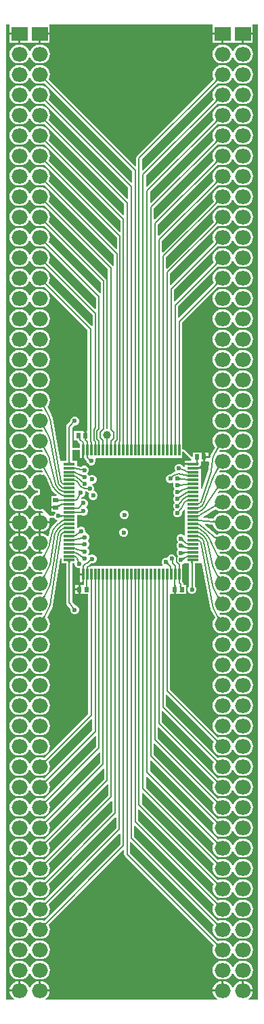
<source format=gtl>
G04*
G04 #@! TF.GenerationSoftware,Altium Limited,Altium Designer,21.8.1 (53)*
G04*
G04 Layer_Physical_Order=1*
G04 Layer_Color=255*
%FSLAX25Y25*%
%MOIN*%
G70*
G04*
G04 #@! TF.SameCoordinates,602FFC17-E96E-42ED-876F-BF2310913D4F*
G04*
G04*
G04 #@! TF.FilePolarity,Positive*
G04*
G01*
G75*
%ADD15R,0.02362X0.02520*%
%ADD16R,0.02520X0.02362*%
%ADD17R,0.01181X0.05807*%
%ADD18R,0.05807X0.01181*%
%ADD26C,0.00800*%
%ADD27C,0.00800*%
%ADD28O,0.07874X0.07087*%
%ADD29R,0.07874X0.07087*%
%ADD30C,0.03937*%
%ADD31C,0.02362*%
G36*
X449990Y106019D02*
X445256D01*
X445156Y106519D01*
X445185Y106531D01*
X446134Y107260D01*
X446862Y108209D01*
X447320Y109314D01*
X447410Y110000D01*
X442500D01*
Y110500D01*
X442000D01*
Y115068D01*
X440920Y114926D01*
X439815Y114469D01*
X438866Y113740D01*
X438138Y112791D01*
X437771Y111905D01*
X437229D01*
X436862Y112791D01*
X436134Y113740D01*
X435185Y114469D01*
X434080Y114926D01*
X433000Y115068D01*
Y110500D01*
X432500D01*
Y110000D01*
X427590D01*
X427680Y109314D01*
X428138Y108209D01*
X428866Y107260D01*
X429815Y106531D01*
X429844Y106519D01*
X429744Y106019D01*
X345256D01*
X345156Y106519D01*
X345185Y106531D01*
X346134Y107260D01*
X346862Y108209D01*
X347320Y109314D01*
X347410Y110000D01*
X342500D01*
Y110500D01*
X342000D01*
Y115068D01*
X340920Y114926D01*
X339815Y114469D01*
X338866Y113740D01*
X338138Y112791D01*
X337771Y111905D01*
X337229D01*
X336862Y112791D01*
X336134Y113740D01*
X335185Y114469D01*
X334080Y114926D01*
X333000Y115068D01*
Y110500D01*
X332500D01*
Y110000D01*
X327590D01*
X327680Y109314D01*
X328138Y108209D01*
X328866Y107260D01*
X329815Y106531D01*
X329844Y106519D01*
X329744Y106019D01*
X326045D01*
X326045Y584975D01*
X327563D01*
Y581000D01*
X332500D01*
Y580500D01*
X333000D01*
Y575957D01*
X337437D01*
Y575957D01*
X337563D01*
Y575957D01*
X342000D01*
Y580500D01*
X342500D01*
Y581000D01*
X347437D01*
Y584975D01*
X427563D01*
Y581000D01*
X432500D01*
Y580500D01*
X433000D01*
Y575957D01*
X437437D01*
Y575957D01*
X437563D01*
Y575957D01*
X442000D01*
Y580500D01*
X442500D01*
Y581000D01*
X447437D01*
Y584975D01*
X449990D01*
X449990Y106019D01*
D02*
G37*
%LPC*%
G36*
X447437Y580000D02*
X443000D01*
Y575957D01*
X447437D01*
Y580000D01*
D02*
G37*
G36*
X432000D02*
X427563D01*
Y575957D01*
X432000D01*
Y580000D01*
D02*
G37*
G36*
X347437D02*
X343000D01*
Y575957D01*
X347437D01*
Y580000D01*
D02*
G37*
G36*
X332000D02*
X327563D01*
Y575957D01*
X332000D01*
Y580000D01*
D02*
G37*
G36*
X442894Y575082D02*
X442106D01*
X440920Y574926D01*
X439815Y574469D01*
X438866Y573740D01*
X438138Y572791D01*
X437771Y571905D01*
X437229D01*
X436862Y572791D01*
X436134Y573740D01*
X435185Y574469D01*
X434080Y574926D01*
X432894Y575082D01*
X432106D01*
X430920Y574926D01*
X429815Y574469D01*
X428866Y573740D01*
X428138Y572791D01*
X427680Y571686D01*
X427524Y570500D01*
X427680Y569314D01*
X428138Y568209D01*
X428866Y567260D01*
X429815Y566531D01*
X430920Y566074D01*
X432106Y565917D01*
X432894D01*
X434080Y566074D01*
X435185Y566531D01*
X436134Y567260D01*
X436862Y568209D01*
X437229Y569095D01*
X437771D01*
X438138Y568209D01*
X438866Y567260D01*
X439815Y566532D01*
X440920Y566074D01*
X442106Y565917D01*
X442894D01*
X444080Y566074D01*
X445185Y566532D01*
X446134Y567260D01*
X446862Y568209D01*
X447320Y569314D01*
X447476Y570500D01*
X447320Y571686D01*
X446862Y572791D01*
X446134Y573740D01*
X445185Y574469D01*
X444080Y574926D01*
X442894Y575082D01*
D02*
G37*
G36*
X342894Y575082D02*
X342106D01*
X340920Y574926D01*
X339815Y574469D01*
X338866Y573740D01*
X338138Y572791D01*
X337771Y571905D01*
X337229D01*
X336862Y572791D01*
X336134Y573740D01*
X335185Y574469D01*
X334080Y574926D01*
X332894Y575082D01*
X332106D01*
X330920Y574926D01*
X329815Y574469D01*
X328866Y573740D01*
X328138Y572791D01*
X327680Y571686D01*
X327524Y570500D01*
X327680Y569314D01*
X328138Y568209D01*
X328866Y567260D01*
X329815Y566531D01*
X330920Y566074D01*
X332106Y565917D01*
X332894D01*
X334080Y566074D01*
X335185Y566531D01*
X336134Y567260D01*
X336862Y568209D01*
X337229Y569095D01*
X337771D01*
X338138Y568209D01*
X338866Y567260D01*
X339815Y566531D01*
X340920Y566074D01*
X342106Y565917D01*
X342894D01*
X344080Y566074D01*
X345185Y566531D01*
X346134Y567260D01*
X346862Y568209D01*
X347320Y569314D01*
X347476Y570500D01*
X347320Y571686D01*
X346862Y572791D01*
X346134Y573740D01*
X345185Y574469D01*
X344080Y574926D01*
X342894Y575082D01*
D02*
G37*
G36*
X442894Y565083D02*
X442106D01*
X440920Y564926D01*
X439815Y564469D01*
X438866Y563740D01*
X438138Y562791D01*
X437771Y561905D01*
X437229D01*
X436862Y562791D01*
X436134Y563740D01*
X435185Y564469D01*
X434080Y564926D01*
X432894Y565083D01*
X432106D01*
X430920Y564926D01*
X429815Y564469D01*
X428866Y563740D01*
X428138Y562791D01*
X427680Y561686D01*
X427524Y560500D01*
X427680Y559314D01*
X428138Y558209D01*
X428160Y558179D01*
X390428Y520446D01*
X390118Y519983D01*
X390010Y519437D01*
X390010Y519437D01*
Y515662D01*
X389548Y515471D01*
X346840Y558179D01*
X346862Y558209D01*
X347320Y559314D01*
X347476Y560500D01*
X347320Y561686D01*
X346862Y562791D01*
X346134Y563740D01*
X345185Y564469D01*
X344080Y564926D01*
X342894Y565083D01*
X342106D01*
X340920Y564926D01*
X339815Y564469D01*
X338866Y563740D01*
X338138Y562791D01*
X337771Y561905D01*
X337229D01*
X336862Y562791D01*
X336134Y563740D01*
X335185Y564469D01*
X334080Y564926D01*
X332894Y565083D01*
X332106D01*
X330920Y564926D01*
X329815Y564469D01*
X328866Y563740D01*
X328138Y562791D01*
X327680Y561686D01*
X327524Y560500D01*
X327680Y559314D01*
X328138Y558209D01*
X328866Y557260D01*
X329815Y556531D01*
X330920Y556074D01*
X332106Y555918D01*
X332894D01*
X334080Y556074D01*
X335185Y556531D01*
X336134Y557260D01*
X336862Y558209D01*
X337229Y559095D01*
X337771D01*
X338138Y558209D01*
X338866Y557260D01*
X339815Y556531D01*
X340920Y556074D01*
X342106Y555918D01*
X342894D01*
X344080Y556074D01*
X344665Y556316D01*
X388041Y512940D01*
Y507631D01*
X387579Y507440D01*
X346840Y548179D01*
X346862Y548209D01*
X347320Y549314D01*
X347476Y550500D01*
X347320Y551686D01*
X346862Y552791D01*
X346134Y553740D01*
X345185Y554469D01*
X344080Y554926D01*
X342894Y555083D01*
X342106D01*
X340920Y554926D01*
X339815Y554469D01*
X338866Y553740D01*
X338138Y552791D01*
X337771Y551905D01*
X337229D01*
X336862Y552791D01*
X336134Y553740D01*
X335185Y554469D01*
X334080Y554926D01*
X332894Y555083D01*
X332106D01*
X330920Y554926D01*
X329815Y554469D01*
X328866Y553740D01*
X328138Y552791D01*
X327680Y551686D01*
X327524Y550500D01*
X327680Y549314D01*
X328138Y548209D01*
X328866Y547260D01*
X329815Y546531D01*
X330920Y546074D01*
X332106Y545918D01*
X332894D01*
X334080Y546074D01*
X335185Y546531D01*
X336134Y547260D01*
X336862Y548209D01*
X337229Y549095D01*
X337771D01*
X338138Y548209D01*
X338866Y547260D01*
X339815Y546531D01*
X340920Y546074D01*
X342106Y545918D01*
X342894D01*
X344080Y546074D01*
X344665Y546316D01*
X386073Y504909D01*
Y499599D01*
X385611Y499408D01*
X346840Y538179D01*
X346862Y538209D01*
X347320Y539314D01*
X347476Y540500D01*
X347320Y541686D01*
X346862Y542791D01*
X346134Y543740D01*
X345185Y544469D01*
X344080Y544926D01*
X342894Y545083D01*
X342106D01*
X340920Y544926D01*
X339815Y544469D01*
X338866Y543740D01*
X338138Y542791D01*
X337771Y541905D01*
X337229D01*
X336862Y542791D01*
X336134Y543740D01*
X335185Y544469D01*
X334080Y544926D01*
X332894Y545083D01*
X332106D01*
X330920Y544926D01*
X329815Y544469D01*
X328866Y543740D01*
X328138Y542791D01*
X327680Y541686D01*
X327524Y540500D01*
X327680Y539314D01*
X328138Y538209D01*
X328866Y537260D01*
X329815Y536531D01*
X330920Y536074D01*
X332106Y535918D01*
X332894D01*
X334080Y536074D01*
X335185Y536531D01*
X336134Y537260D01*
X336862Y538209D01*
X337229Y539095D01*
X337771D01*
X338138Y538209D01*
X338866Y537260D01*
X339815Y536531D01*
X340920Y536074D01*
X342106Y535918D01*
X342894D01*
X344080Y536074D01*
X344665Y536316D01*
X384104Y496877D01*
Y491568D01*
X383642Y491377D01*
X346840Y528179D01*
X346862Y528209D01*
X347320Y529314D01*
X347476Y530500D01*
X347320Y531686D01*
X346862Y532791D01*
X346134Y533740D01*
X345185Y534469D01*
X344080Y534926D01*
X342894Y535082D01*
X342106D01*
X340920Y534926D01*
X339815Y534469D01*
X338866Y533740D01*
X338138Y532791D01*
X337771Y531905D01*
X337229D01*
X336862Y532791D01*
X336134Y533740D01*
X335185Y534469D01*
X334080Y534926D01*
X332894Y535082D01*
X332106D01*
X330920Y534926D01*
X329815Y534469D01*
X328866Y533740D01*
X328138Y532791D01*
X327680Y531686D01*
X327524Y530500D01*
X327680Y529314D01*
X328138Y528209D01*
X328866Y527260D01*
X329815Y526531D01*
X330920Y526074D01*
X332106Y525917D01*
X332894D01*
X334080Y526074D01*
X335185Y526531D01*
X336134Y527260D01*
X336862Y528209D01*
X337229Y529095D01*
X337771D01*
X338138Y528209D01*
X338866Y527260D01*
X339815Y526531D01*
X340920Y526074D01*
X342106Y525917D01*
X342894D01*
X344080Y526074D01*
X344665Y526316D01*
X382273Y488709D01*
Y483399D01*
X381811Y483208D01*
X346840Y518179D01*
X346862Y518209D01*
X347320Y519314D01*
X347476Y520500D01*
X347320Y521686D01*
X346862Y522791D01*
X346134Y523740D01*
X345185Y524469D01*
X344080Y524926D01*
X342894Y525082D01*
X342106D01*
X340920Y524926D01*
X339815Y524469D01*
X338866Y523740D01*
X338138Y522791D01*
X337771Y521905D01*
X337229D01*
X336862Y522791D01*
X336134Y523740D01*
X335185Y524469D01*
X334080Y524926D01*
X332894Y525082D01*
X332106D01*
X330920Y524926D01*
X329815Y524469D01*
X328866Y523740D01*
X328138Y522791D01*
X327680Y521686D01*
X327524Y520500D01*
X327680Y519314D01*
X328138Y518209D01*
X328866Y517260D01*
X329815Y516531D01*
X330920Y516074D01*
X332106Y515917D01*
X332894D01*
X334080Y516074D01*
X335185Y516531D01*
X336134Y517260D01*
X336862Y518209D01*
X337229Y519095D01*
X337771D01*
X338138Y518209D01*
X338866Y517260D01*
X339815Y516531D01*
X340920Y516074D01*
X342106Y515917D01*
X342894D01*
X344080Y516074D01*
X344665Y516316D01*
X380673Y480309D01*
Y474999D01*
X380211Y474808D01*
X346840Y508179D01*
X346862Y508209D01*
X347320Y509314D01*
X347476Y510500D01*
X347320Y511686D01*
X346862Y512791D01*
X346134Y513740D01*
X345185Y514469D01*
X344080Y514926D01*
X342894Y515083D01*
X342106D01*
X340920Y514926D01*
X339815Y514469D01*
X338866Y513740D01*
X338138Y512791D01*
X337771Y511905D01*
X337229D01*
X336862Y512791D01*
X336134Y513740D01*
X335185Y514469D01*
X334080Y514926D01*
X332894Y515083D01*
X332106D01*
X330920Y514926D01*
X329815Y514469D01*
X328866Y513740D01*
X328138Y512791D01*
X327680Y511686D01*
X327524Y510500D01*
X327680Y509314D01*
X328138Y508209D01*
X328866Y507260D01*
X329815Y506531D01*
X330920Y506074D01*
X332106Y505918D01*
X332894D01*
X334080Y506074D01*
X335185Y506531D01*
X336134Y507260D01*
X336862Y508209D01*
X337229Y509095D01*
X337771D01*
X338138Y508209D01*
X338866Y507260D01*
X339815Y506531D01*
X340920Y506074D01*
X342106Y505918D01*
X342894D01*
X344080Y506074D01*
X344665Y506316D01*
X379073Y471909D01*
Y466566D01*
X378573Y466415D01*
X378509Y466509D01*
X378509Y466509D01*
X346840Y498179D01*
X346862Y498209D01*
X347320Y499314D01*
X347476Y500500D01*
X347320Y501686D01*
X346862Y502791D01*
X346134Y503740D01*
X345185Y504469D01*
X344080Y504926D01*
X342894Y505083D01*
X342106D01*
X340920Y504926D01*
X339815Y504469D01*
X338866Y503740D01*
X338138Y502791D01*
X337771Y501905D01*
X337229D01*
X336862Y502791D01*
X336134Y503740D01*
X335185Y504468D01*
X334080Y504926D01*
X332894Y505083D01*
X332106D01*
X330920Y504926D01*
X329815Y504468D01*
X328866Y503740D01*
X328138Y502791D01*
X327680Y501686D01*
X327524Y500500D01*
X327680Y499314D01*
X328138Y498209D01*
X328866Y497260D01*
X329815Y496531D01*
X330920Y496074D01*
X332106Y495918D01*
X332894D01*
X334080Y496074D01*
X335185Y496531D01*
X336134Y497260D01*
X336862Y498209D01*
X337229Y499095D01*
X337771D01*
X338138Y498209D01*
X338866Y497260D01*
X339815Y496531D01*
X340920Y496074D01*
X342106Y495918D01*
X342894D01*
X344080Y496074D01*
X344665Y496316D01*
X376073Y464909D01*
Y386441D01*
X375985Y386374D01*
X375515D01*
X375427Y386481D01*
X375427Y386481D01*
Y459000D01*
X375427Y459000D01*
X375319Y459546D01*
X375009Y460009D01*
X375009Y460009D01*
X346840Y488179D01*
X346862Y488209D01*
X347320Y489314D01*
X347476Y490500D01*
X347320Y491686D01*
X346862Y492791D01*
X346134Y493740D01*
X345185Y494469D01*
X344080Y494926D01*
X342894Y495083D01*
X342106D01*
X340920Y494926D01*
X339815Y494469D01*
X338866Y493740D01*
X338138Y492791D01*
X337771Y491905D01*
X337229D01*
X336862Y492791D01*
X336134Y493740D01*
X335185Y494469D01*
X334080Y494926D01*
X332894Y495083D01*
X332106D01*
X330920Y494926D01*
X329815Y494469D01*
X328866Y493740D01*
X328138Y492791D01*
X327680Y491686D01*
X327524Y490500D01*
X327680Y489314D01*
X328138Y488209D01*
X328866Y487260D01*
X329815Y486531D01*
X330920Y486074D01*
X332106Y485918D01*
X332894D01*
X334080Y486074D01*
X335185Y486531D01*
X336134Y487260D01*
X336862Y488209D01*
X337229Y489095D01*
X337771D01*
X338138Y488209D01*
X338866Y487260D01*
X339815Y486531D01*
X340920Y486074D01*
X342106Y485918D01*
X342894D01*
X344080Y486074D01*
X344665Y486316D01*
X372573Y458409D01*
Y453099D01*
X372111Y452908D01*
X346840Y478179D01*
X346862Y478209D01*
X347320Y479314D01*
X347476Y480500D01*
X347320Y481686D01*
X346862Y482791D01*
X346134Y483740D01*
X345185Y484469D01*
X344080Y484926D01*
X342894Y485082D01*
X342106D01*
X340920Y484926D01*
X339815Y484469D01*
X338866Y483740D01*
X338138Y482791D01*
X337771Y481905D01*
X337229D01*
X336862Y482791D01*
X336134Y483740D01*
X335185Y484469D01*
X334080Y484926D01*
X332894Y485082D01*
X332106D01*
X330920Y484926D01*
X329815Y484469D01*
X328866Y483740D01*
X328138Y482791D01*
X327680Y481686D01*
X327524Y480500D01*
X327680Y479314D01*
X328138Y478209D01*
X328866Y477260D01*
X329815Y476531D01*
X330920Y476074D01*
X332106Y475917D01*
X332894D01*
X334080Y476074D01*
X335185Y476531D01*
X336134Y477260D01*
X336862Y478209D01*
X337229Y479095D01*
X337771D01*
X338138Y478209D01*
X338866Y477260D01*
X339815Y476531D01*
X340920Y476074D01*
X342106Y475917D01*
X342894D01*
X344080Y476074D01*
X344665Y476316D01*
X370173Y450809D01*
Y445499D01*
X369711Y445308D01*
X346840Y468179D01*
X346862Y468209D01*
X347320Y469314D01*
X347476Y470500D01*
X347320Y471686D01*
X346862Y472791D01*
X346134Y473740D01*
X345185Y474469D01*
X344080Y474926D01*
X342894Y475082D01*
X342106D01*
X340920Y474926D01*
X339815Y474469D01*
X338866Y473740D01*
X338138Y472791D01*
X337771Y471905D01*
X337229D01*
X336862Y472791D01*
X336134Y473740D01*
X335185Y474469D01*
X334080Y474926D01*
X332894Y475082D01*
X332106D01*
X330920Y474926D01*
X329815Y474469D01*
X328866Y473740D01*
X328138Y472791D01*
X327680Y471686D01*
X327524Y470500D01*
X327680Y469314D01*
X328138Y468209D01*
X328866Y467260D01*
X329815Y466531D01*
X330920Y466074D01*
X332106Y465917D01*
X332894D01*
X334080Y466074D01*
X335185Y466531D01*
X336134Y467260D01*
X336862Y468209D01*
X337229Y469095D01*
X337771D01*
X338138Y468209D01*
X338866Y467260D01*
X339815Y466531D01*
X340920Y466074D01*
X342106Y465917D01*
X342894D01*
X344080Y466074D01*
X344665Y466316D01*
X368573Y442409D01*
Y437153D01*
X368073Y436946D01*
X346840Y458179D01*
X346862Y458209D01*
X347320Y459314D01*
X347476Y460500D01*
X347320Y461686D01*
X346862Y462791D01*
X346134Y463740D01*
X345185Y464469D01*
X344080Y464926D01*
X342894Y465083D01*
X342106D01*
X340920Y464926D01*
X339815Y464469D01*
X338866Y463740D01*
X338138Y462791D01*
X337771Y461905D01*
X337229D01*
X336862Y462791D01*
X336134Y463740D01*
X335185Y464469D01*
X334080Y464926D01*
X332894Y465083D01*
X332106D01*
X330920Y464926D01*
X329815Y464469D01*
X328866Y463740D01*
X328138Y462791D01*
X327680Y461686D01*
X327524Y460500D01*
X327680Y459314D01*
X328138Y458209D01*
X328866Y457260D01*
X329815Y456531D01*
X330920Y456074D01*
X332106Y455918D01*
X332894D01*
X334080Y456074D01*
X335185Y456531D01*
X336134Y457260D01*
X336862Y458209D01*
X337229Y459095D01*
X337771D01*
X338138Y458209D01*
X338866Y457260D01*
X339815Y456531D01*
X340920Y456074D01*
X342106Y455918D01*
X342894D01*
X344080Y456074D01*
X344665Y456316D01*
X366104Y434877D01*
Y385260D01*
X365650D01*
X365614Y385212D01*
X365552Y385118D01*
X365500Y385026D01*
Y384359D01*
X365546Y384309D01*
X365606Y384268D01*
X365674Y384244D01*
X365750Y384236D01*
X365500D01*
Y383000D01*
X364500D01*
Y384236D01*
X364150D01*
X364226Y384244D01*
X364294Y384268D01*
X364354Y384309D01*
X364406Y384366D01*
X364450Y384439D01*
X364486Y384528D01*
X364500Y384581D01*
Y384720D01*
X364480Y384787D01*
X364440Y384884D01*
X364391Y384979D01*
X364334Y385069D01*
X364268Y385157D01*
X364193Y385241D01*
X364174Y385260D01*
X359354D01*
Y380740D01*
X360977D01*
X360998Y380637D01*
X361307Y380174D01*
X362287Y379194D01*
Y377079D01*
X358463D01*
Y387044D01*
X359538Y388119D01*
X360134D01*
X360935Y388451D01*
X361549Y389065D01*
X361881Y389866D01*
Y390734D01*
X361549Y391535D01*
X360935Y392149D01*
X360134Y392481D01*
X359266D01*
X358465Y392149D01*
X357851Y391535D01*
X357519Y390734D01*
Y390138D01*
X356259Y388878D01*
X356255Y388877D01*
X356246Y388886D01*
X355763Y388162D01*
X355592Y387304D01*
X355608D01*
X355608Y387304D01*
Y370713D01*
X353132D01*
Y370713D01*
X352652Y370670D01*
X348869Y391572D01*
X348858Y391600D01*
X348850Y391685D01*
X348504Y392824D01*
X348308Y393190D01*
X348270Y393319D01*
X346176Y397314D01*
X346862Y398209D01*
X347320Y399314D01*
X347476Y400500D01*
X347320Y401686D01*
X346862Y402791D01*
X346134Y403740D01*
X345185Y404469D01*
X344080Y404926D01*
X342894Y405083D01*
X342106D01*
X340920Y404926D01*
X339815Y404469D01*
X338866Y403740D01*
X338138Y402791D01*
X337771Y401905D01*
X337229D01*
X336862Y402791D01*
X336134Y403740D01*
X335185Y404469D01*
X334080Y404926D01*
X332894Y405083D01*
X332106D01*
X330920Y404926D01*
X329815Y404469D01*
X328866Y403740D01*
X328138Y402791D01*
X327680Y401686D01*
X327524Y400500D01*
X327680Y399314D01*
X328138Y398209D01*
X328866Y397260D01*
X329815Y396531D01*
X330920Y396074D01*
X332106Y395918D01*
X332894D01*
X334080Y396074D01*
X335185Y396531D01*
X336134Y397260D01*
X336862Y398209D01*
X337229Y399095D01*
X337771D01*
X338138Y398209D01*
X338866Y397260D01*
X339815Y396531D01*
X340920Y396074D01*
X342106Y395918D01*
X342894D01*
X343633Y396015D01*
X343929Y395450D01*
X343607Y394989D01*
X342894Y395082D01*
X342106D01*
X340920Y394926D01*
X339815Y394469D01*
X338866Y393740D01*
X338138Y392791D01*
X337771Y391905D01*
X337229D01*
X336862Y392791D01*
X336134Y393740D01*
X335185Y394469D01*
X334080Y394926D01*
X332894Y395082D01*
X332106D01*
X330920Y394926D01*
X329815Y394469D01*
X328866Y393740D01*
X328138Y392791D01*
X327680Y391686D01*
X327524Y390500D01*
X327680Y389314D01*
X328138Y388209D01*
X328866Y387260D01*
X329815Y386531D01*
X330920Y386074D01*
X332106Y385917D01*
X332894D01*
X334080Y386074D01*
X335185Y386531D01*
X336134Y387260D01*
X336862Y388209D01*
X337229Y389095D01*
X337771D01*
X338138Y388209D01*
X338866Y387260D01*
X339815Y386531D01*
X340920Y386074D01*
X342106Y385917D01*
X342894D01*
X343633Y386015D01*
X343929Y385451D01*
X343607Y384989D01*
X342894Y385083D01*
X342106D01*
X340920Y384926D01*
X339815Y384469D01*
X338866Y383740D01*
X338138Y382791D01*
X337771Y381905D01*
X337229D01*
X336862Y382791D01*
X336134Y383740D01*
X335185Y384469D01*
X334080Y384926D01*
X332894Y385083D01*
X332106D01*
X330920Y384926D01*
X329815Y384469D01*
X328866Y383740D01*
X328138Y382791D01*
X327680Y381686D01*
X327524Y380500D01*
X327680Y379314D01*
X328138Y378209D01*
X328866Y377260D01*
X329815Y376531D01*
X330920Y376074D01*
X332106Y375918D01*
X332894D01*
X334080Y376074D01*
X335185Y376531D01*
X336134Y377260D01*
X336862Y378209D01*
X337229Y379095D01*
X337771D01*
X338138Y378209D01*
X338866Y377260D01*
X339815Y376531D01*
X340920Y376074D01*
X342106Y375918D01*
X342894D01*
X343633Y376015D01*
X343929Y375450D01*
X343607Y374989D01*
X342894Y375082D01*
X342106D01*
X340920Y374926D01*
X339815Y374469D01*
X338866Y373740D01*
X338138Y372791D01*
X337771Y371905D01*
X337229D01*
X336862Y372791D01*
X336134Y373740D01*
X335185Y374469D01*
X334080Y374926D01*
X332894Y375082D01*
X332106D01*
X330920Y374926D01*
X329815Y374469D01*
X328866Y373740D01*
X328138Y372791D01*
X327680Y371686D01*
X327524Y370500D01*
X327680Y369314D01*
X328138Y368209D01*
X328866Y367260D01*
X329815Y366531D01*
X330920Y366074D01*
X332106Y365917D01*
X332894D01*
X334080Y366074D01*
X335185Y366531D01*
X336134Y367260D01*
X336862Y368209D01*
X337229Y369095D01*
X337771D01*
X338138Y368209D01*
X338866Y367260D01*
X339815Y366531D01*
X340920Y366074D01*
X342106Y365917D01*
X342894D01*
X343633Y366015D01*
X343888Y365529D01*
X343897Y365472D01*
X343896Y365410D01*
X343868Y365278D01*
X343607Y364989D01*
X342894Y365083D01*
X342106D01*
X340920Y364926D01*
X339815Y364469D01*
X338866Y363740D01*
X338138Y362791D01*
X337771Y361905D01*
X337229D01*
X336862Y362791D01*
X336134Y363740D01*
X335185Y364469D01*
X334080Y364926D01*
X332894Y365083D01*
X332106D01*
X330920Y364926D01*
X329815Y364469D01*
X328866Y363740D01*
X328138Y362791D01*
X327680Y361686D01*
X327524Y360500D01*
X327680Y359314D01*
X328138Y358209D01*
X328866Y357260D01*
X329815Y356531D01*
X330920Y356074D01*
X332106Y355918D01*
X332894D01*
X334080Y356074D01*
X335185Y356531D01*
X336134Y357260D01*
X336862Y358209D01*
X337229Y359095D01*
X337771D01*
X338138Y358209D01*
X338866Y357260D01*
X339815Y356531D01*
X340920Y356074D01*
X341480Y356000D01*
Y355000D01*
X340920Y354926D01*
X339815Y354469D01*
X338866Y353740D01*
X338138Y352791D01*
X337771Y351905D01*
X337229D01*
X336862Y352791D01*
X336134Y353740D01*
X335185Y354469D01*
X334080Y354926D01*
X332894Y355083D01*
X332106D01*
X330920Y354926D01*
X329815Y354469D01*
X328866Y353740D01*
X328138Y352791D01*
X327680Y351686D01*
X327524Y350500D01*
X327680Y349314D01*
X328138Y348209D01*
X328866Y347260D01*
X329815Y346531D01*
X330920Y346074D01*
X332106Y345918D01*
X332894D01*
X334080Y346074D01*
X335185Y346531D01*
X336134Y347260D01*
X336862Y348209D01*
X337229Y349095D01*
X337771D01*
X338138Y348209D01*
X338866Y347260D01*
X339815Y346531D01*
X340920Y346074D01*
X342106Y345918D01*
X342894D01*
X343642Y346016D01*
X344270Y345388D01*
X344134Y345060D01*
X344016Y344935D01*
X343000Y345069D01*
Y341000D01*
X347410D01*
X347320Y341686D01*
X347118Y342174D01*
X347465Y342615D01*
X349536D01*
X349760Y342660D01*
X349868Y342399D01*
X350481Y341786D01*
X351059Y341547D01*
X351178Y340992D01*
X349581Y339634D01*
X349503Y339537D01*
X349158Y339253D01*
X348283Y338187D01*
X347633Y336971D01*
X347248Y335699D01*
X347249Y335699D01*
X346816Y333598D01*
X346329Y333487D01*
X346134Y333740D01*
X345185Y334469D01*
X344080Y334926D01*
X343000Y335068D01*
Y330500D01*
Y325932D01*
X343607Y326011D01*
X343929Y325550D01*
X343633Y324985D01*
X342894Y325082D01*
X342106D01*
X340920Y324926D01*
X339815Y324469D01*
X338866Y323740D01*
X338138Y322791D01*
X337771Y321905D01*
X337229D01*
X336862Y322791D01*
X336134Y323740D01*
X335185Y324469D01*
X334080Y324926D01*
X332894Y325082D01*
X332106D01*
X330920Y324926D01*
X329815Y324469D01*
X328866Y323740D01*
X328138Y322791D01*
X327680Y321686D01*
X327524Y320500D01*
X327680Y319314D01*
X328138Y318209D01*
X328866Y317260D01*
X329815Y316531D01*
X330920Y316074D01*
X332106Y315917D01*
X332894D01*
X334080Y316074D01*
X335185Y316531D01*
X336134Y317260D01*
X336862Y318209D01*
X337229Y319095D01*
X337771D01*
X338138Y318209D01*
X338866Y317260D01*
X339815Y316531D01*
X340920Y316074D01*
X342106Y315917D01*
X342894D01*
X343607Y316011D01*
X343929Y315549D01*
X343633Y314985D01*
X342894Y315083D01*
X342106D01*
X340920Y314926D01*
X339815Y314469D01*
X338866Y313740D01*
X338138Y312791D01*
X337771Y311905D01*
X337229D01*
X336862Y312791D01*
X336134Y313740D01*
X335185Y314469D01*
X334080Y314926D01*
X332894Y315083D01*
X332106D01*
X330920Y314926D01*
X329815Y314469D01*
X328866Y313740D01*
X328138Y312791D01*
X327680Y311686D01*
X327524Y310500D01*
X327680Y309314D01*
X328138Y308209D01*
X328866Y307260D01*
X329815Y306531D01*
X330920Y306074D01*
X332106Y305918D01*
X332894D01*
X334080Y306074D01*
X335185Y306531D01*
X336134Y307260D01*
X336862Y308209D01*
X337229Y309095D01*
X337771D01*
X338138Y308209D01*
X338866Y307260D01*
X339815Y306531D01*
X340920Y306074D01*
X342106Y305918D01*
X342894D01*
X343607Y306011D01*
X343929Y305550D01*
X343633Y304985D01*
X342894Y305083D01*
X342106D01*
X340920Y304926D01*
X339815Y304469D01*
X338866Y303740D01*
X338138Y302791D01*
X337771Y301905D01*
X337229D01*
X336862Y302791D01*
X336134Y303740D01*
X335185Y304469D01*
X334080Y304926D01*
X332894Y305083D01*
X332106D01*
X330920Y304926D01*
X329815Y304469D01*
X328866Y303740D01*
X328138Y302791D01*
X327680Y301686D01*
X327524Y300500D01*
X327680Y299314D01*
X328138Y298209D01*
X328866Y297260D01*
X329815Y296531D01*
X330920Y296074D01*
X332106Y295918D01*
X332894D01*
X334080Y296074D01*
X335185Y296531D01*
X336134Y297260D01*
X336862Y298209D01*
X337229Y299095D01*
X337771D01*
X338138Y298209D01*
X338866Y297260D01*
X339815Y296531D01*
X340920Y296074D01*
X342106Y295918D01*
X342894D01*
X343607Y296011D01*
X343929Y295550D01*
X343633Y294985D01*
X342894Y295082D01*
X342106D01*
X340920Y294926D01*
X339815Y294469D01*
X338866Y293740D01*
X338138Y292791D01*
X337771Y291905D01*
X337229D01*
X336862Y292791D01*
X336134Y293740D01*
X335185Y294469D01*
X334080Y294926D01*
X332894Y295082D01*
X332106D01*
X330920Y294926D01*
X329815Y294469D01*
X328866Y293740D01*
X328138Y292791D01*
X327680Y291686D01*
X327524Y290500D01*
X327680Y289314D01*
X328138Y288209D01*
X328866Y287260D01*
X329815Y286531D01*
X330920Y286074D01*
X332106Y285917D01*
X332894D01*
X334080Y286074D01*
X335185Y286531D01*
X336134Y287260D01*
X336862Y288209D01*
X337229Y289095D01*
X337771D01*
X338138Y288209D01*
X338866Y287260D01*
X339815Y286531D01*
X340920Y286074D01*
X342106Y285917D01*
X342894D01*
X344080Y286074D01*
X345185Y286531D01*
X346134Y287260D01*
X346862Y288209D01*
X347320Y289314D01*
X347476Y290500D01*
X347320Y291686D01*
X346862Y292791D01*
X346176Y293686D01*
X348270Y297681D01*
X348308Y297810D01*
X348504Y298176D01*
X348850Y299315D01*
X348869Y299510D01*
X348894Y299577D01*
X352632Y322867D01*
X353132Y322828D01*
Y320287D01*
X355608D01*
Y301143D01*
X355608Y301143D01*
X355592D01*
X355763Y300285D01*
X356008Y299919D01*
X356088Y299762D01*
X357525Y297948D01*
X357519Y297934D01*
Y297066D01*
X357851Y296265D01*
X358465Y295651D01*
X359266Y295319D01*
X360134D01*
X360935Y295651D01*
X361549Y296265D01*
X361881Y297066D01*
Y297934D01*
X361549Y298735D01*
X360935Y299349D01*
X360134Y299681D01*
X359793D01*
X358463Y301361D01*
Y320287D01*
X359719D01*
Y319766D01*
X360051Y318965D01*
X360665Y318351D01*
X361466Y318019D01*
X362287D01*
Y315535D01*
X363878D01*
Y314535D01*
X362287D01*
Y311132D01*
X364246D01*
Y309760D01*
X362535D01*
Y309548D01*
X362600D01*
X362604Y309394D01*
X362616Y309256D01*
X362636Y309134D01*
X362664Y309028D01*
X362700Y308939D01*
X362744Y308866D01*
X362796Y308809D01*
X362856Y308768D01*
X362924Y308744D01*
X363000Y308736D01*
X362535D01*
Y307500D01*
Y305240D01*
X366387D01*
Y246406D01*
X344665Y224684D01*
X344080Y224926D01*
X342894Y225082D01*
X342106D01*
X340920Y224926D01*
X339815Y224469D01*
X338866Y223740D01*
X338138Y222791D01*
X337771Y221905D01*
X337229D01*
X336862Y222791D01*
X336134Y223740D01*
X335185Y224469D01*
X334080Y224926D01*
X332894Y225082D01*
X332106D01*
X330920Y224926D01*
X329815Y224469D01*
X328866Y223740D01*
X328138Y222791D01*
X327680Y221686D01*
X327524Y220500D01*
X327680Y219314D01*
X328138Y218209D01*
X328866Y217260D01*
X329815Y216531D01*
X330920Y216074D01*
X332106Y215917D01*
X332894D01*
X334080Y216074D01*
X335185Y216531D01*
X336134Y217260D01*
X336862Y218209D01*
X337229Y219095D01*
X337771D01*
X338138Y218209D01*
X338866Y217260D01*
X339815Y216531D01*
X340920Y216074D01*
X342106Y215917D01*
X342894D01*
X344080Y216074D01*
X345185Y216531D01*
X346134Y217260D01*
X346862Y218209D01*
X347320Y219314D01*
X347476Y220500D01*
X347320Y221686D01*
X346862Y222791D01*
X346840Y222821D01*
X367894Y243876D01*
X368356Y243684D01*
Y238375D01*
X344665Y214684D01*
X344080Y214926D01*
X342894Y215083D01*
X342106D01*
X340920Y214926D01*
X339815Y214469D01*
X338866Y213740D01*
X338138Y212791D01*
X337771Y211905D01*
X337229D01*
X336862Y212791D01*
X336134Y213740D01*
X335185Y214469D01*
X334080Y214926D01*
X332894Y215083D01*
X332106D01*
X330920Y214926D01*
X329815Y214469D01*
X328866Y213740D01*
X328138Y212791D01*
X327680Y211686D01*
X327524Y210500D01*
X327680Y209314D01*
X328138Y208209D01*
X328866Y207260D01*
X329815Y206531D01*
X330920Y206074D01*
X332106Y205918D01*
X332894D01*
X334080Y206074D01*
X335185Y206531D01*
X336134Y207260D01*
X336862Y208209D01*
X337229Y209095D01*
X337771D01*
X338138Y208209D01*
X338866Y207260D01*
X339815Y206531D01*
X340920Y206074D01*
X342106Y205918D01*
X342894D01*
X344080Y206074D01*
X345185Y206531D01*
X346134Y207260D01*
X346862Y208209D01*
X347320Y209314D01*
X347476Y210500D01*
X347320Y211686D01*
X346862Y212791D01*
X346840Y212821D01*
X369863Y235844D01*
X370325Y235653D01*
Y230343D01*
X344665Y204684D01*
X344080Y204926D01*
X342894Y205083D01*
X342106D01*
X340920Y204926D01*
X339815Y204469D01*
X338866Y203740D01*
X338138Y202791D01*
X337771Y201905D01*
X337229D01*
X336862Y202791D01*
X336134Y203740D01*
X335185Y204469D01*
X334080Y204926D01*
X332894Y205083D01*
X332106D01*
X330920Y204926D01*
X329815Y204469D01*
X328866Y203740D01*
X328138Y202791D01*
X327680Y201686D01*
X327524Y200500D01*
X327680Y199314D01*
X328138Y198209D01*
X328866Y197260D01*
X329815Y196531D01*
X330920Y196074D01*
X332106Y195917D01*
X332894D01*
X334080Y196074D01*
X335185Y196531D01*
X336134Y197260D01*
X336862Y198209D01*
X337229Y199095D01*
X337771D01*
X338138Y198209D01*
X338866Y197260D01*
X339815Y196531D01*
X340920Y196074D01*
X342106Y195917D01*
X342894D01*
X344080Y196074D01*
X345185Y196531D01*
X346134Y197260D01*
X346862Y198209D01*
X347320Y199314D01*
X347476Y200500D01*
X347320Y201686D01*
X346862Y202791D01*
X346840Y202821D01*
X371831Y227813D01*
X372293Y227621D01*
Y222312D01*
X344665Y194684D01*
X344080Y194926D01*
X342894Y195082D01*
X342106D01*
X340920Y194926D01*
X339815Y194469D01*
X338866Y193740D01*
X338138Y192791D01*
X337771Y191905D01*
X337229D01*
X336862Y192791D01*
X336134Y193740D01*
X335185Y194469D01*
X334080Y194926D01*
X332894Y195082D01*
X332106D01*
X330920Y194926D01*
X329815Y194469D01*
X328866Y193740D01*
X328138Y192791D01*
X327680Y191686D01*
X327524Y190500D01*
X327680Y189314D01*
X328138Y188209D01*
X328866Y187260D01*
X329815Y186531D01*
X330920Y186074D01*
X332106Y185917D01*
X332894D01*
X334080Y186074D01*
X335185Y186531D01*
X336134Y187260D01*
X336862Y188209D01*
X337229Y189095D01*
X337771D01*
X338138Y188209D01*
X338866Y187260D01*
X339815Y186531D01*
X340920Y186074D01*
X342106Y185917D01*
X342894D01*
X344080Y186074D01*
X345185Y186531D01*
X346134Y187260D01*
X346862Y188209D01*
X347320Y189314D01*
X347476Y190500D01*
X347320Y191686D01*
X346862Y192791D01*
X346840Y192821D01*
X373800Y219781D01*
X374262Y219590D01*
Y214280D01*
X344665Y184684D01*
X344080Y184926D01*
X342894Y185082D01*
X342106D01*
X340920Y184926D01*
X339815Y184469D01*
X338866Y183740D01*
X338138Y182791D01*
X337771Y181905D01*
X337229D01*
X336862Y182791D01*
X336134Y183740D01*
X335185Y184469D01*
X334080Y184926D01*
X332894Y185082D01*
X332106D01*
X330920Y184926D01*
X329815Y184469D01*
X328866Y183740D01*
X328138Y182791D01*
X327680Y181686D01*
X327524Y180500D01*
X327680Y179314D01*
X328138Y178209D01*
X328866Y177260D01*
X329815Y176531D01*
X330920Y176074D01*
X332106Y175917D01*
X332894D01*
X334080Y176074D01*
X335185Y176531D01*
X336134Y177260D01*
X336862Y178209D01*
X337229Y179095D01*
X337771D01*
X338138Y178209D01*
X338866Y177260D01*
X339815Y176531D01*
X340920Y176074D01*
X342106Y175917D01*
X342894D01*
X344080Y176074D01*
X345185Y176531D01*
X346134Y177260D01*
X346862Y178209D01*
X347320Y179314D01*
X347476Y180500D01*
X347320Y181686D01*
X346862Y182791D01*
X346840Y182821D01*
X375768Y211750D01*
X376230Y211558D01*
Y206249D01*
X344665Y174684D01*
X344080Y174926D01*
X342894Y175083D01*
X342106D01*
X340920Y174926D01*
X339815Y174469D01*
X338866Y173740D01*
X338138Y172791D01*
X337771Y171905D01*
X337229D01*
X336862Y172791D01*
X336134Y173740D01*
X335185Y174469D01*
X334080Y174926D01*
X332894Y175083D01*
X332106D01*
X330920Y174926D01*
X329815Y174469D01*
X328866Y173740D01*
X328138Y172791D01*
X327680Y171686D01*
X327524Y170500D01*
X327680Y169314D01*
X328138Y168209D01*
X328866Y167260D01*
X329815Y166531D01*
X330920Y166074D01*
X332106Y165918D01*
X332894D01*
X334080Y166074D01*
X335185Y166531D01*
X336134Y167260D01*
X336862Y168209D01*
X337229Y169095D01*
X337771D01*
X338138Y168209D01*
X338866Y167260D01*
X339815Y166531D01*
X340920Y166074D01*
X342106Y165918D01*
X342894D01*
X344080Y166074D01*
X345185Y166531D01*
X346134Y167260D01*
X346862Y168209D01*
X347320Y169314D01*
X347476Y170500D01*
X347320Y171686D01*
X346862Y172791D01*
X346840Y172821D01*
X377737Y203718D01*
X378199Y203527D01*
Y198217D01*
X344665Y164684D01*
X344080Y164926D01*
X342894Y165083D01*
X342106D01*
X340920Y164926D01*
X339815Y164469D01*
X338866Y163740D01*
X338138Y162791D01*
X337771Y161905D01*
X337229D01*
X336862Y162791D01*
X336134Y163740D01*
X335185Y164469D01*
X334080Y164926D01*
X332894Y165083D01*
X332106D01*
X330920Y164926D01*
X329815Y164469D01*
X328866Y163740D01*
X328138Y162791D01*
X327680Y161686D01*
X327524Y160500D01*
X327680Y159314D01*
X328138Y158209D01*
X328866Y157260D01*
X329815Y156531D01*
X330920Y156074D01*
X332106Y155918D01*
X332894D01*
X334080Y156074D01*
X335185Y156531D01*
X336134Y157260D01*
X336862Y158209D01*
X337229Y159095D01*
X337771D01*
X338138Y158209D01*
X338866Y157260D01*
X339815Y156531D01*
X340920Y156074D01*
X342106Y155918D01*
X342894D01*
X344080Y156074D01*
X345185Y156531D01*
X346134Y157260D01*
X346862Y158209D01*
X347320Y159314D01*
X347476Y160500D01*
X347320Y161686D01*
X346862Y162791D01*
X346840Y162821D01*
X379705Y195686D01*
X380167Y195495D01*
Y190186D01*
X344665Y154684D01*
X344080Y154926D01*
X342894Y155082D01*
X342106D01*
X340920Y154926D01*
X339815Y154469D01*
X338866Y153740D01*
X338138Y152791D01*
X337771Y151905D01*
X337229D01*
X336862Y152791D01*
X336134Y153740D01*
X335185Y154469D01*
X334080Y154926D01*
X332894Y155082D01*
X332106D01*
X330920Y154926D01*
X329815Y154469D01*
X328866Y153740D01*
X328138Y152791D01*
X327680Y151686D01*
X327524Y150500D01*
X327680Y149314D01*
X328138Y148209D01*
X328866Y147260D01*
X329815Y146531D01*
X330920Y146074D01*
X332106Y145917D01*
X332894D01*
X334080Y146074D01*
X335185Y146531D01*
X336134Y147260D01*
X336862Y148209D01*
X337229Y149095D01*
X337771D01*
X338138Y148209D01*
X338866Y147260D01*
X339815Y146531D01*
X340920Y146074D01*
X342106Y145917D01*
X342894D01*
X344080Y146074D01*
X345185Y146531D01*
X346134Y147260D01*
X346862Y148209D01*
X347320Y149314D01*
X347476Y150500D01*
X347320Y151686D01*
X346862Y152791D01*
X346840Y152821D01*
X381674Y187655D01*
X382136Y187464D01*
Y182154D01*
X344665Y144684D01*
X344080Y144926D01*
X342894Y145082D01*
X342106D01*
X340920Y144926D01*
X339815Y144469D01*
X338866Y143740D01*
X338138Y142791D01*
X337771Y141905D01*
X337229D01*
X336862Y142791D01*
X336134Y143740D01*
X335185Y144469D01*
X334080Y144926D01*
X332894Y145082D01*
X332106D01*
X330920Y144926D01*
X329815Y144469D01*
X328866Y143740D01*
X328138Y142791D01*
X327680Y141686D01*
X327524Y140500D01*
X327680Y139314D01*
X328138Y138209D01*
X328866Y137260D01*
X329815Y136531D01*
X330920Y136074D01*
X332106Y135917D01*
X332894D01*
X334080Y136074D01*
X335185Y136531D01*
X336134Y137260D01*
X336862Y138209D01*
X337229Y139095D01*
X337771D01*
X338138Y138209D01*
X338866Y137260D01*
X339815Y136531D01*
X340920Y136074D01*
X342106Y135917D01*
X342894D01*
X344080Y136074D01*
X345185Y136531D01*
X346134Y137260D01*
X346862Y138209D01*
X347320Y139314D01*
X347476Y140500D01*
X347320Y141686D01*
X346862Y142791D01*
X346840Y142821D01*
X383642Y179623D01*
X384104Y179432D01*
Y177469D01*
X384104Y177469D01*
X384213Y176922D01*
X384522Y176459D01*
X428160Y132821D01*
X428138Y132791D01*
X427680Y131686D01*
X427524Y130500D01*
X427680Y129314D01*
X428138Y128209D01*
X428866Y127260D01*
X429815Y126531D01*
X430920Y126074D01*
X432106Y125917D01*
X432894D01*
X434080Y126074D01*
X435185Y126531D01*
X436134Y127260D01*
X436862Y128209D01*
X437229Y129095D01*
X437771D01*
X438138Y128209D01*
X438866Y127260D01*
X439815Y126531D01*
X440920Y126074D01*
X442106Y125917D01*
X442894D01*
X444080Y126074D01*
X445185Y126531D01*
X446134Y127260D01*
X446862Y128209D01*
X447320Y129314D01*
X447476Y130500D01*
X447320Y131686D01*
X446862Y132791D01*
X446134Y133740D01*
X445185Y134469D01*
X444080Y134926D01*
X442894Y135082D01*
X442106D01*
X440920Y134926D01*
X439815Y134469D01*
X438866Y133740D01*
X438138Y132791D01*
X437771Y131905D01*
X437229D01*
X436862Y132791D01*
X436134Y133740D01*
X435185Y134469D01*
X434080Y134926D01*
X432894Y135082D01*
X432106D01*
X430920Y134926D01*
X430335Y134684D01*
X386959Y178060D01*
Y183369D01*
X387421Y183561D01*
X428160Y142821D01*
X428138Y142791D01*
X427680Y141686D01*
X427524Y140500D01*
X427680Y139314D01*
X428138Y138209D01*
X428866Y137260D01*
X429815Y136531D01*
X430920Y136074D01*
X432106Y135917D01*
X432894D01*
X434080Y136074D01*
X435185Y136531D01*
X436134Y137260D01*
X436862Y138209D01*
X437229Y139095D01*
X437771D01*
X438138Y138209D01*
X438866Y137260D01*
X439815Y136531D01*
X440920Y136074D01*
X442106Y135917D01*
X442894D01*
X444080Y136074D01*
X445185Y136531D01*
X446134Y137260D01*
X446862Y138209D01*
X447320Y139314D01*
X447476Y140500D01*
X447320Y141686D01*
X446862Y142791D01*
X446134Y143740D01*
X445185Y144469D01*
X444080Y144926D01*
X442894Y145082D01*
X442106D01*
X440920Y144926D01*
X439815Y144469D01*
X438866Y143740D01*
X438138Y142791D01*
X437771Y141905D01*
X437229D01*
X436862Y142791D01*
X436134Y143740D01*
X435185Y144469D01*
X434080Y144926D01*
X432894Y145082D01*
X432106D01*
X430920Y144926D01*
X430335Y144684D01*
X388928Y186091D01*
Y191400D01*
X389390Y191592D01*
X428160Y152821D01*
X428138Y152791D01*
X427680Y151686D01*
X427524Y150500D01*
X427680Y149314D01*
X428138Y148209D01*
X428866Y147260D01*
X429815Y146531D01*
X430920Y146074D01*
X432106Y145917D01*
X432894D01*
X434080Y146074D01*
X435185Y146531D01*
X436134Y147260D01*
X436862Y148209D01*
X437229Y149095D01*
X437771D01*
X438138Y148209D01*
X438866Y147260D01*
X439815Y146531D01*
X440920Y146074D01*
X442106Y145917D01*
X442894D01*
X444080Y146074D01*
X445185Y146531D01*
X446134Y147260D01*
X446862Y148209D01*
X447320Y149314D01*
X447476Y150500D01*
X447320Y151686D01*
X446862Y152791D01*
X446134Y153740D01*
X445185Y154469D01*
X444080Y154926D01*
X442894Y155082D01*
X442106D01*
X440920Y154926D01*
X439815Y154469D01*
X438866Y153740D01*
X438138Y152791D01*
X437771Y151905D01*
X437229D01*
X436862Y152791D01*
X436134Y153740D01*
X435185Y154469D01*
X434080Y154926D01*
X432894Y155082D01*
X432106D01*
X430920Y154926D01*
X430335Y154684D01*
X390896Y194123D01*
Y199432D01*
X391358Y199623D01*
X428160Y162821D01*
X428138Y162791D01*
X427680Y161686D01*
X427524Y160500D01*
X427680Y159314D01*
X428138Y158209D01*
X428866Y157260D01*
X429815Y156531D01*
X430920Y156074D01*
X432106Y155918D01*
X432894D01*
X434080Y156074D01*
X435185Y156531D01*
X436134Y157260D01*
X436862Y158209D01*
X437229Y159095D01*
X437771D01*
X438138Y158209D01*
X438866Y157260D01*
X439815Y156532D01*
X440920Y156074D01*
X442106Y155918D01*
X442894D01*
X444080Y156074D01*
X445185Y156532D01*
X446134Y157260D01*
X446862Y158209D01*
X447320Y159314D01*
X447476Y160500D01*
X447320Y161686D01*
X446862Y162791D01*
X446134Y163740D01*
X445185Y164469D01*
X444080Y164926D01*
X442894Y165083D01*
X442106D01*
X440920Y164926D01*
X439815Y164469D01*
X438866Y163740D01*
X438138Y162791D01*
X437771Y161905D01*
X437229D01*
X436862Y162791D01*
X436134Y163740D01*
X435185Y164469D01*
X434080Y164926D01*
X432894Y165083D01*
X432106D01*
X430920Y164926D01*
X430335Y164684D01*
X392865Y202154D01*
Y207463D01*
X393327Y207655D01*
X428160Y172821D01*
X428138Y172791D01*
X427680Y171686D01*
X427524Y170500D01*
X427680Y169314D01*
X428138Y168209D01*
X428866Y167260D01*
X429815Y166531D01*
X430920Y166074D01*
X432106Y165918D01*
X432894D01*
X434080Y166074D01*
X435185Y166531D01*
X436134Y167260D01*
X436862Y168209D01*
X437229Y169095D01*
X437771D01*
X438138Y168209D01*
X438866Y167260D01*
X439815Y166531D01*
X440920Y166074D01*
X442106Y165918D01*
X442894D01*
X444080Y166074D01*
X445185Y166531D01*
X446134Y167260D01*
X446862Y168209D01*
X447320Y169314D01*
X447476Y170500D01*
X447320Y171686D01*
X446862Y172791D01*
X446134Y173740D01*
X445185Y174469D01*
X444080Y174926D01*
X442894Y175083D01*
X442106D01*
X440920Y174926D01*
X439815Y174469D01*
X438866Y173740D01*
X438138Y172791D01*
X437771Y171905D01*
X437229D01*
X436862Y172791D01*
X436134Y173740D01*
X435185Y174469D01*
X434080Y174926D01*
X432894Y175083D01*
X432106D01*
X430920Y174926D01*
X430335Y174684D01*
X394833Y210186D01*
Y215495D01*
X395295Y215686D01*
X428160Y182821D01*
X428138Y182791D01*
X427680Y181686D01*
X427524Y180500D01*
X427680Y179314D01*
X428138Y178209D01*
X428866Y177260D01*
X429815Y176531D01*
X430920Y176074D01*
X432106Y175917D01*
X432894D01*
X434080Y176074D01*
X435185Y176531D01*
X436134Y177260D01*
X436862Y178209D01*
X437229Y179095D01*
X437771D01*
X438138Y178209D01*
X438866Y177260D01*
X439815Y176531D01*
X440920Y176074D01*
X442106Y175917D01*
X442894D01*
X444080Y176074D01*
X445185Y176531D01*
X446134Y177260D01*
X446862Y178209D01*
X447320Y179314D01*
X447476Y180500D01*
X447320Y181686D01*
X446862Y182791D01*
X446134Y183740D01*
X445185Y184469D01*
X444080Y184926D01*
X442894Y185082D01*
X442106D01*
X440920Y184926D01*
X439815Y184469D01*
X438866Y183740D01*
X438138Y182791D01*
X437771Y181905D01*
X437229D01*
X436862Y182791D01*
X436134Y183740D01*
X435185Y184469D01*
X434080Y184926D01*
X432894Y185082D01*
X432106D01*
X430920Y184926D01*
X430335Y184684D01*
X396802Y218217D01*
Y223526D01*
X397264Y223718D01*
X428160Y192821D01*
X428138Y192791D01*
X427680Y191686D01*
X427524Y190500D01*
X427680Y189314D01*
X428138Y188209D01*
X428866Y187260D01*
X429815Y186531D01*
X430920Y186074D01*
X432106Y185917D01*
X432894D01*
X434080Y186074D01*
X435185Y186531D01*
X436134Y187260D01*
X436862Y188209D01*
X437229Y189095D01*
X437771D01*
X438138Y188209D01*
X438866Y187260D01*
X439815Y186531D01*
X440920Y186074D01*
X442106Y185917D01*
X442894D01*
X444080Y186074D01*
X445185Y186531D01*
X446134Y187260D01*
X446862Y188209D01*
X447320Y189314D01*
X447476Y190500D01*
X447320Y191686D01*
X446862Y192791D01*
X446134Y193740D01*
X445185Y194469D01*
X444080Y194926D01*
X442894Y195082D01*
X442106D01*
X440920Y194926D01*
X439815Y194469D01*
X438866Y193740D01*
X438138Y192791D01*
X437771Y191905D01*
X437229D01*
X436862Y192791D01*
X436134Y193740D01*
X435185Y194469D01*
X434080Y194926D01*
X432894Y195082D01*
X432106D01*
X430920Y194926D01*
X430335Y194684D01*
X398770Y226249D01*
Y231558D01*
X399232Y231749D01*
X428160Y202821D01*
X428138Y202791D01*
X427680Y201686D01*
X427524Y200500D01*
X427680Y199314D01*
X428138Y198209D01*
X428866Y197260D01*
X429815Y196531D01*
X430920Y196074D01*
X432106Y195917D01*
X432894D01*
X434080Y196074D01*
X435185Y196531D01*
X436134Y197260D01*
X436862Y198209D01*
X437229Y199095D01*
X437771D01*
X438138Y198209D01*
X438866Y197260D01*
X439815Y196531D01*
X440920Y196074D01*
X442106Y195917D01*
X442894D01*
X444080Y196074D01*
X445185Y196531D01*
X446134Y197260D01*
X446862Y198209D01*
X447320Y199314D01*
X447476Y200500D01*
X447320Y201686D01*
X446862Y202791D01*
X446134Y203740D01*
X445185Y204469D01*
X444080Y204926D01*
X442894Y205083D01*
X442106D01*
X440920Y204926D01*
X439815Y204469D01*
X438866Y203740D01*
X438138Y202791D01*
X437771Y201905D01*
X437229D01*
X436862Y202791D01*
X436134Y203740D01*
X435185Y204469D01*
X434080Y204926D01*
X432894Y205083D01*
X432106D01*
X430920Y204926D01*
X430335Y204684D01*
X400739Y234280D01*
Y239589D01*
X401201Y239781D01*
X428160Y212821D01*
X428138Y212791D01*
X427680Y211686D01*
X427524Y210500D01*
X427680Y209314D01*
X428138Y208209D01*
X428866Y207260D01*
X429815Y206531D01*
X430920Y206074D01*
X432106Y205918D01*
X432894D01*
X434080Y206074D01*
X435185Y206531D01*
X436134Y207260D01*
X436862Y208209D01*
X437229Y209095D01*
X437771D01*
X438138Y208209D01*
X438866Y207260D01*
X439815Y206531D01*
X440920Y206074D01*
X442106Y205918D01*
X442894D01*
X444080Y206074D01*
X445185Y206531D01*
X446134Y207260D01*
X446862Y208209D01*
X447320Y209314D01*
X447476Y210500D01*
X447320Y211686D01*
X446862Y212791D01*
X446134Y213740D01*
X445185Y214469D01*
X444080Y214926D01*
X442894Y215083D01*
X442106D01*
X440920Y214926D01*
X439815Y214469D01*
X438866Y213740D01*
X438138Y212791D01*
X437771Y211905D01*
X437229D01*
X436862Y212791D01*
X436134Y213740D01*
X435185Y214469D01*
X434080Y214926D01*
X432894Y215083D01*
X432106D01*
X430920Y214926D01*
X430335Y214684D01*
X402707Y242312D01*
Y247621D01*
X403169Y247812D01*
X428160Y222821D01*
X428138Y222791D01*
X427680Y221686D01*
X427524Y220500D01*
X427680Y219314D01*
X428138Y218209D01*
X428866Y217260D01*
X429815Y216531D01*
X430920Y216074D01*
X432106Y215917D01*
X432894D01*
X434080Y216074D01*
X435185Y216531D01*
X436134Y217260D01*
X436862Y218209D01*
X437229Y219095D01*
X437771D01*
X438138Y218209D01*
X438866Y217260D01*
X439815Y216531D01*
X440920Y216074D01*
X442106Y215917D01*
X442894D01*
X444080Y216074D01*
X445185Y216531D01*
X446134Y217260D01*
X446862Y218209D01*
X447320Y219314D01*
X447476Y220500D01*
X447320Y221686D01*
X446862Y222791D01*
X446134Y223740D01*
X445185Y224469D01*
X444080Y224926D01*
X442894Y225082D01*
X442106D01*
X440920Y224926D01*
X439815Y224469D01*
X438866Y223740D01*
X438138Y222791D01*
X437771Y221905D01*
X437229D01*
X436862Y222791D01*
X436134Y223740D01*
X435185Y224469D01*
X434080Y224926D01*
X432894Y225082D01*
X432106D01*
X430920Y224926D01*
X430335Y224684D01*
X404675Y250343D01*
Y255653D01*
X405137Y255844D01*
X428160Y232821D01*
X428138Y232791D01*
X427680Y231686D01*
X427524Y230500D01*
X427680Y229314D01*
X428138Y228209D01*
X428866Y227260D01*
X429815Y226531D01*
X430920Y226074D01*
X432106Y225918D01*
X432894D01*
X434080Y226074D01*
X435185Y226531D01*
X436134Y227260D01*
X436862Y228209D01*
X437229Y229095D01*
X437771D01*
X438138Y228209D01*
X438866Y227260D01*
X439815Y226531D01*
X440920Y226074D01*
X442106Y225918D01*
X442894D01*
X444080Y226074D01*
X445185Y226531D01*
X446134Y227260D01*
X446862Y228209D01*
X447320Y229314D01*
X447476Y230500D01*
X447320Y231686D01*
X446862Y232791D01*
X446134Y233740D01*
X445185Y234469D01*
X444080Y234926D01*
X442894Y235083D01*
X442106D01*
X440920Y234926D01*
X439815Y234469D01*
X438866Y233740D01*
X438138Y232791D01*
X437771Y231905D01*
X437229D01*
X436862Y232791D01*
X436134Y233740D01*
X435185Y234469D01*
X434080Y234926D01*
X432894Y235083D01*
X432106D01*
X430920Y234926D01*
X430335Y234684D01*
X406644Y258375D01*
Y304813D01*
X406819Y305240D01*
X408500D01*
Y307500D01*
X409500D01*
Y305240D01*
X411579D01*
X411752Y305214D01*
X411856Y305240D01*
X414646D01*
Y309760D01*
X413738D01*
X413316Y309960D01*
X413207Y310506D01*
X412898Y310969D01*
X412898Y310969D01*
X412713Y311155D01*
Y318939D01*
X412549D01*
Y319749D01*
X412535Y319821D01*
X413332Y320151D01*
X413561Y320380D01*
X414061Y320287D01*
Y320287D01*
X414061Y320287D01*
X416073D01*
Y309157D01*
X415651Y308735D01*
X415319Y307934D01*
Y307066D01*
X415651Y306264D01*
X416264Y305651D01*
X417066Y305319D01*
X417934D01*
X418736Y305651D01*
X419349Y306264D01*
X419681Y307066D01*
Y307934D01*
X419349Y308735D01*
X418927Y309157D01*
Y320287D01*
X421868D01*
Y320287D01*
X422359Y320266D01*
X426133Y299414D01*
X426143Y299390D01*
X426150Y299315D01*
X426496Y298176D01*
X426687Y297818D01*
X426725Y297690D01*
X428824Y293686D01*
X428138Y292791D01*
X427680Y291686D01*
X427524Y290500D01*
X427680Y289314D01*
X428138Y288209D01*
X428866Y287260D01*
X429815Y286531D01*
X430920Y286074D01*
X432106Y285917D01*
X432894D01*
X434080Y286074D01*
X435185Y286531D01*
X436134Y287260D01*
X436862Y288209D01*
X437229Y289095D01*
X437771D01*
X438138Y288209D01*
X438866Y287260D01*
X439815Y286531D01*
X440920Y286074D01*
X442106Y285917D01*
X442894D01*
X444080Y286074D01*
X445185Y286531D01*
X446134Y287260D01*
X446862Y288209D01*
X447320Y289314D01*
X447476Y290500D01*
X447320Y291686D01*
X446862Y292791D01*
X446134Y293740D01*
X445185Y294469D01*
X444080Y294926D01*
X442894Y295082D01*
X442106D01*
X440920Y294926D01*
X439815Y294469D01*
X438866Y293740D01*
X438138Y292791D01*
X437771Y291905D01*
X437229D01*
X436862Y292791D01*
X436134Y293740D01*
X435185Y294469D01*
X434080Y294926D01*
X432894Y295082D01*
X432106D01*
X431367Y294985D01*
X431071Y295550D01*
X431393Y296011D01*
X432106Y295918D01*
X432894D01*
X434080Y296074D01*
X435185Y296531D01*
X436134Y297260D01*
X436862Y298209D01*
X437229Y299095D01*
X437771D01*
X438138Y298209D01*
X438866Y297260D01*
X439815Y296531D01*
X440920Y296074D01*
X442106Y295918D01*
X442894D01*
X444080Y296074D01*
X445185Y296531D01*
X446134Y297260D01*
X446862Y298209D01*
X447320Y299314D01*
X447476Y300500D01*
X447320Y301686D01*
X446862Y302791D01*
X446134Y303740D01*
X445185Y304469D01*
X444080Y304926D01*
X442894Y305083D01*
X442106D01*
X440920Y304926D01*
X439815Y304469D01*
X438866Y303740D01*
X438138Y302791D01*
X437771Y301905D01*
X437229D01*
X436862Y302791D01*
X436134Y303740D01*
X435185Y304469D01*
X434080Y304926D01*
X432894Y305083D01*
X432106D01*
X431367Y304985D01*
X431071Y305550D01*
X431393Y306011D01*
X432106Y305918D01*
X432894D01*
X434080Y306074D01*
X435185Y306531D01*
X436134Y307260D01*
X436862Y308209D01*
X437229Y309095D01*
X437771D01*
X438138Y308209D01*
X438866Y307260D01*
X439815Y306531D01*
X440920Y306074D01*
X442106Y305918D01*
X442894D01*
X444080Y306074D01*
X445185Y306531D01*
X446134Y307260D01*
X446862Y308209D01*
X447320Y309314D01*
X447476Y310500D01*
X447320Y311686D01*
X446862Y312791D01*
X446134Y313740D01*
X445185Y314469D01*
X444080Y314926D01*
X442894Y315083D01*
X442106D01*
X440920Y314926D01*
X439815Y314469D01*
X438866Y313740D01*
X438138Y312791D01*
X437771Y311905D01*
X437229D01*
X436862Y312791D01*
X436134Y313740D01*
X435185Y314469D01*
X434080Y314926D01*
X432894Y315083D01*
X432106D01*
X431367Y314985D01*
X431071Y315549D01*
X431393Y316011D01*
X432106Y315917D01*
X432894D01*
X434080Y316074D01*
X435185Y316531D01*
X436134Y317260D01*
X436862Y318209D01*
X437229Y319095D01*
X437771D01*
X438138Y318209D01*
X438866Y317260D01*
X439815Y316531D01*
X440920Y316074D01*
X442106Y315917D01*
X442894D01*
X444080Y316074D01*
X445185Y316531D01*
X446134Y317260D01*
X446862Y318209D01*
X447320Y319314D01*
X447476Y320500D01*
X447320Y321686D01*
X446862Y322791D01*
X446134Y323740D01*
X445185Y324469D01*
X444080Y324926D01*
X442894Y325082D01*
X442106D01*
X440920Y324926D01*
X439815Y324469D01*
X438866Y323740D01*
X438138Y322791D01*
X437771Y321905D01*
X437229D01*
X436862Y322791D01*
X436134Y323740D01*
X435185Y324469D01*
X434080Y324926D01*
X432894Y325082D01*
X432106D01*
X431367Y324985D01*
X431071Y325550D01*
X431393Y326011D01*
X432106Y325918D01*
X432894D01*
X434080Y326074D01*
X435185Y326531D01*
X436134Y327260D01*
X436862Y328209D01*
X437229Y329095D01*
X437771D01*
X438138Y328209D01*
X438866Y327260D01*
X439815Y326531D01*
X440920Y326074D01*
X442106Y325918D01*
X442894D01*
X444080Y326074D01*
X445185Y326531D01*
X446134Y327260D01*
X446862Y328209D01*
X447320Y329314D01*
X447476Y330500D01*
X447320Y331686D01*
X446862Y332791D01*
X446134Y333740D01*
X445185Y334469D01*
X444080Y334926D01*
X442894Y335083D01*
X442106D01*
X440920Y334926D01*
X439815Y334469D01*
X438866Y333740D01*
X438138Y332791D01*
X437771Y331905D01*
X437229D01*
X436862Y332791D01*
X436134Y333740D01*
X435185Y334469D01*
X434080Y334926D01*
X432894Y335083D01*
X432106D01*
X430920Y334926D01*
X429815Y334469D01*
X429646Y334339D01*
X423634Y339225D01*
X423819Y339690D01*
X427668Y339401D01*
X427680Y339314D01*
X428138Y338209D01*
X428866Y337260D01*
X429815Y336531D01*
X430920Y336074D01*
X432106Y335917D01*
X432894D01*
X434080Y336074D01*
X435185Y336531D01*
X436134Y337260D01*
X436862Y338209D01*
X437229Y339095D01*
X437771D01*
X438138Y338209D01*
X438866Y337260D01*
X439815Y336531D01*
X440920Y336074D01*
X442106Y335917D01*
X442894D01*
X444080Y336074D01*
X445185Y336531D01*
X446134Y337260D01*
X446862Y338209D01*
X447320Y339314D01*
X447476Y340500D01*
X447320Y341686D01*
X446862Y342791D01*
X446134Y343740D01*
X445185Y344469D01*
X444080Y344926D01*
X442894Y345082D01*
X442106D01*
X440920Y344926D01*
X439815Y344469D01*
X438866Y343740D01*
X438138Y342791D01*
X437771Y341905D01*
X437229D01*
X436862Y342791D01*
X436134Y343740D01*
X435185Y344469D01*
X434080Y344926D01*
X432894Y345082D01*
X432106D01*
X430920Y344926D01*
X429815Y344469D01*
X428866Y343740D01*
X428138Y342791D01*
X427912Y342246D01*
X422926Y342620D01*
X422803Y343130D01*
X429168Y347028D01*
X429815Y346531D01*
X430920Y346074D01*
X432106Y345918D01*
X432894D01*
X434080Y346074D01*
X435185Y346531D01*
X436134Y347260D01*
X436862Y348209D01*
X437229Y349095D01*
X437771D01*
X438138Y348209D01*
X438866Y347260D01*
X439815Y346531D01*
X440920Y346074D01*
X442106Y345918D01*
X442894D01*
X444080Y346074D01*
X445185Y346531D01*
X446134Y347260D01*
X446862Y348209D01*
X447320Y349314D01*
X447476Y350500D01*
X447320Y351686D01*
X446862Y352791D01*
X446134Y353740D01*
X445185Y354469D01*
X444080Y354926D01*
X442894Y355083D01*
X442106D01*
X440920Y354926D01*
X439815Y354469D01*
X438866Y353740D01*
X438138Y352791D01*
X437771Y351905D01*
X437229D01*
X436862Y352791D01*
X436134Y353740D01*
X435185Y354469D01*
X434080Y354926D01*
X432894Y355083D01*
X432106D01*
X430920Y354926D01*
X430667Y354821D01*
X430348Y355206D01*
X430917Y356075D01*
X430920Y356074D01*
X432106Y355918D01*
X432894D01*
X434080Y356074D01*
X435185Y356531D01*
X436134Y357260D01*
X436862Y358209D01*
X437229Y359095D01*
X437771D01*
X438138Y358209D01*
X438866Y357260D01*
X439815Y356531D01*
X440920Y356074D01*
X442106Y355918D01*
X442894D01*
X444080Y356074D01*
X445185Y356531D01*
X446134Y357260D01*
X446862Y358209D01*
X447320Y359314D01*
X447476Y360500D01*
X447320Y361686D01*
X446862Y362791D01*
X446134Y363740D01*
X445185Y364469D01*
X444080Y364926D01*
X442894Y365083D01*
X442106D01*
X440920Y364926D01*
X439815Y364469D01*
X438866Y363740D01*
X438138Y362791D01*
X437771Y361905D01*
X437229D01*
X436862Y362791D01*
X436134Y363740D01*
X435185Y364469D01*
X434080Y364926D01*
X432894Y365083D01*
X432106D01*
X431393Y364989D01*
X431071Y365451D01*
X431367Y366015D01*
X432106Y365917D01*
X432894D01*
X434080Y366074D01*
X435185Y366531D01*
X436134Y367260D01*
X436862Y368209D01*
X437229Y369095D01*
X437771D01*
X438138Y368209D01*
X438866Y367260D01*
X439815Y366531D01*
X440920Y366074D01*
X442106Y365917D01*
X442894D01*
X444080Y366074D01*
X445185Y366531D01*
X446134Y367260D01*
X446862Y368209D01*
X447320Y369314D01*
X447476Y370500D01*
X447320Y371686D01*
X446862Y372791D01*
X446134Y373740D01*
X445185Y374469D01*
X444080Y374926D01*
X442894Y375082D01*
X442106D01*
X440920Y374926D01*
X439815Y374469D01*
X438866Y373740D01*
X438138Y372791D01*
X437771Y371905D01*
X437229D01*
X436862Y372791D01*
X436134Y373740D01*
X435185Y374469D01*
X434080Y374926D01*
X432894Y375082D01*
X432106D01*
X431393Y374989D01*
X431071Y375450D01*
X431367Y376015D01*
X432106Y375918D01*
X432894D01*
X434080Y376074D01*
X435185Y376531D01*
X436134Y377260D01*
X436862Y378209D01*
X437229Y379095D01*
X437771D01*
X438138Y378209D01*
X438866Y377260D01*
X439815Y376531D01*
X440920Y376074D01*
X442106Y375918D01*
X442894D01*
X444080Y376074D01*
X445185Y376531D01*
X446134Y377260D01*
X446862Y378209D01*
X447320Y379314D01*
X447476Y380500D01*
X447320Y381686D01*
X446862Y382791D01*
X446134Y383740D01*
X445185Y384469D01*
X444080Y384926D01*
X442894Y385083D01*
X442106D01*
X440920Y384926D01*
X439815Y384469D01*
X438866Y383740D01*
X438138Y382791D01*
X437771Y381905D01*
X437229D01*
X436862Y382791D01*
X436134Y383740D01*
X435185Y384469D01*
X434080Y384926D01*
X432894Y385083D01*
X432106D01*
X430920Y384926D01*
X429815Y384469D01*
X428866Y383740D01*
X428138Y382791D01*
X427680Y381686D01*
X427524Y380500D01*
X427680Y379314D01*
X428138Y378209D01*
X428824Y377314D01*
X426730Y373319D01*
X426692Y373190D01*
X426496Y372824D01*
X426150Y371685D01*
X426113Y371665D01*
X425613Y371968D01*
Y372100D01*
X423932D01*
Y371364D01*
X424232D01*
X424156Y371356D01*
X424088Y371332D01*
X424028Y371291D01*
X423976Y371234D01*
X423932Y371161D01*
Y370340D01*
X425469D01*
X425928Y369971D01*
X425499Y366397D01*
X425483Y366291D01*
X425399Y365862D01*
X425399Y365862D01*
X425279Y365400D01*
X422368Y356472D01*
X421868Y356552D01*
Y361626D01*
Y365563D01*
Y366776D01*
X417965D01*
Y367531D01*
X421868D01*
Y369228D01*
X421891Y369421D01*
X421868Y369504D01*
Y370340D01*
X422932D01*
Y371161D01*
D01*
X422888Y371234D01*
X422836Y371291D01*
X422776Y371332D01*
X422708Y371356D01*
X422632Y371364D01*
X422932D01*
Y372600D01*
Y373841D01*
X422263Y373848D01*
X422261Y373856D01*
X422259Y373880D01*
X422254Y374048D01*
X422251Y374648D01*
X422932D01*
Y374860D01*
X417787D01*
Y372709D01*
X417325Y372517D01*
X413895Y375946D01*
X413565Y376167D01*
X413174Y376245D01*
X412840Y376477D01*
X412713Y376663D01*
Y379868D01*
X412549D01*
Y438531D01*
X430335Y456316D01*
X430920Y456074D01*
X432106Y455918D01*
X432894D01*
X434080Y456074D01*
X435185Y456531D01*
X436134Y457260D01*
X436862Y458209D01*
X437229Y459095D01*
X437771D01*
X438138Y458209D01*
X438866Y457260D01*
X439815Y456531D01*
X440920Y456074D01*
X442106Y455918D01*
X442894D01*
X444080Y456074D01*
X445185Y456531D01*
X446134Y457260D01*
X446862Y458209D01*
X447320Y459314D01*
X447476Y460500D01*
X447320Y461686D01*
X446862Y462791D01*
X446134Y463740D01*
X445185Y464469D01*
X444080Y464926D01*
X442894Y465083D01*
X442106D01*
X440920Y464926D01*
X439815Y464469D01*
X438866Y463740D01*
X438138Y462791D01*
X437771Y461905D01*
X437229D01*
X436862Y462791D01*
X436134Y463740D01*
X435185Y464469D01*
X434080Y464926D01*
X432894Y465083D01*
X432106D01*
X430920Y464926D01*
X429815Y464469D01*
X428866Y463740D01*
X428138Y462791D01*
X427680Y461686D01*
X427524Y460500D01*
X427680Y459314D01*
X428138Y458209D01*
X428160Y458179D01*
X411043Y441061D01*
X410581Y441253D01*
Y446562D01*
X430335Y466316D01*
X430920Y466074D01*
X432106Y465917D01*
X432894D01*
X434080Y466074D01*
X435185Y466531D01*
X436134Y467260D01*
X436862Y468209D01*
X437229Y469095D01*
X437771D01*
X438138Y468209D01*
X438866Y467260D01*
X439815Y466532D01*
X440920Y466074D01*
X442106Y465917D01*
X442894D01*
X444080Y466074D01*
X445185Y466532D01*
X446134Y467260D01*
X446862Y468209D01*
X447320Y469314D01*
X447476Y470500D01*
X447320Y471686D01*
X446862Y472791D01*
X446134Y473740D01*
X445185Y474469D01*
X444080Y474926D01*
X442894Y475082D01*
X442106D01*
X440920Y474926D01*
X439815Y474469D01*
X438866Y473740D01*
X438138Y472791D01*
X437771Y471905D01*
X437229D01*
X436862Y472791D01*
X436134Y473740D01*
X435185Y474469D01*
X434080Y474926D01*
X432894Y475082D01*
X432106D01*
X430920Y474926D01*
X429815Y474469D01*
X428866Y473740D01*
X428138Y472791D01*
X427680Y471686D01*
X427524Y470500D01*
X427680Y469314D01*
X428138Y468209D01*
X428160Y468179D01*
X409074Y449093D01*
X408612Y449284D01*
Y454594D01*
X430335Y476316D01*
X430920Y476074D01*
X432106Y475917D01*
X432894D01*
X434080Y476074D01*
X435185Y476531D01*
X436134Y477260D01*
X436862Y478209D01*
X437229Y479095D01*
X437771D01*
X438138Y478209D01*
X438866Y477260D01*
X439815Y476532D01*
X440920Y476074D01*
X442106Y475917D01*
X442894D01*
X444080Y476074D01*
X445185Y476532D01*
X446134Y477260D01*
X446862Y478209D01*
X447320Y479314D01*
X447476Y480500D01*
X447320Y481686D01*
X446862Y482791D01*
X446134Y483740D01*
X445185Y484469D01*
X444080Y484926D01*
X442894Y485082D01*
X442106D01*
X440920Y484926D01*
X439815Y484469D01*
X438866Y483740D01*
X438138Y482791D01*
X437771Y481905D01*
X437229D01*
X436862Y482791D01*
X436134Y483740D01*
X435185Y484469D01*
X434080Y484926D01*
X432894Y485082D01*
X432106D01*
X430920Y484926D01*
X429815Y484469D01*
X428866Y483740D01*
X428138Y482791D01*
X427680Y481686D01*
X427524Y480500D01*
X427680Y479314D01*
X428138Y478209D01*
X428160Y478179D01*
X407106Y457125D01*
X406644Y457316D01*
Y462625D01*
X430335Y486316D01*
X430920Y486074D01*
X432106Y485918D01*
X432894D01*
X434080Y486074D01*
X435185Y486531D01*
X436134Y487260D01*
X436862Y488209D01*
X437229Y489095D01*
X437771D01*
X438138Y488209D01*
X438866Y487260D01*
X439815Y486531D01*
X440920Y486074D01*
X442106Y485918D01*
X442894D01*
X444080Y486074D01*
X445185Y486531D01*
X446134Y487260D01*
X446862Y488209D01*
X447320Y489314D01*
X447476Y490500D01*
X447320Y491686D01*
X446862Y492791D01*
X446134Y493740D01*
X445185Y494469D01*
X444080Y494926D01*
X442894Y495083D01*
X442106D01*
X440920Y494926D01*
X439815Y494469D01*
X438866Y493740D01*
X438138Y492791D01*
X437771Y491905D01*
X437229D01*
X436862Y492791D01*
X436134Y493740D01*
X435185Y494469D01*
X434080Y494926D01*
X432894Y495083D01*
X432106D01*
X430920Y494926D01*
X429815Y494469D01*
X428866Y493740D01*
X428138Y492791D01*
X427680Y491686D01*
X427524Y490500D01*
X427680Y489314D01*
X428138Y488209D01*
X428160Y488179D01*
X405137Y465156D01*
X404675Y465347D01*
Y470657D01*
X430335Y496316D01*
X430920Y496074D01*
X432106Y495918D01*
X432894D01*
X434080Y496074D01*
X435185Y496531D01*
X436134Y497260D01*
X436862Y498209D01*
X437229Y499095D01*
X437771D01*
X438138Y498209D01*
X438866Y497260D01*
X439815Y496531D01*
X440920Y496074D01*
X442106Y495918D01*
X442894D01*
X444080Y496074D01*
X445185Y496531D01*
X446134Y497260D01*
X446862Y498209D01*
X447320Y499314D01*
X447476Y500500D01*
X447320Y501686D01*
X446862Y502791D01*
X446134Y503740D01*
X445185Y504469D01*
X444080Y504926D01*
X442894Y505083D01*
X442106D01*
X440920Y504926D01*
X439815Y504469D01*
X438866Y503740D01*
X438138Y502791D01*
X437771Y501905D01*
X437229D01*
X436862Y502791D01*
X436134Y503740D01*
X435185Y504469D01*
X434080Y504926D01*
X432894Y505083D01*
X432106D01*
X430920Y504926D01*
X429815Y504469D01*
X428866Y503740D01*
X428138Y502791D01*
X427680Y501686D01*
X427524Y500500D01*
X427680Y499314D01*
X428138Y498209D01*
X428160Y498179D01*
X403169Y473187D01*
X402707Y473379D01*
Y478688D01*
X430335Y506316D01*
X430920Y506074D01*
X432106Y505918D01*
X432894D01*
X434080Y506074D01*
X435185Y506531D01*
X436134Y507260D01*
X436862Y508209D01*
X437229Y509095D01*
X437771D01*
X438138Y508209D01*
X438866Y507260D01*
X439815Y506531D01*
X440920Y506074D01*
X442106Y505918D01*
X442894D01*
X444080Y506074D01*
X445185Y506531D01*
X446134Y507260D01*
X446862Y508209D01*
X447320Y509314D01*
X447476Y510500D01*
X447320Y511686D01*
X446862Y512791D01*
X446134Y513740D01*
X445185Y514469D01*
X444080Y514926D01*
X442894Y515083D01*
X442106D01*
X440920Y514926D01*
X439815Y514469D01*
X438866Y513740D01*
X438138Y512791D01*
X437771Y511905D01*
X437229D01*
X436862Y512791D01*
X436134Y513740D01*
X435185Y514469D01*
X434080Y514926D01*
X432894Y515083D01*
X432106D01*
X430920Y514926D01*
X429815Y514469D01*
X428866Y513740D01*
X428138Y512791D01*
X427680Y511686D01*
X427524Y510500D01*
X427680Y509314D01*
X428138Y508209D01*
X428160Y508179D01*
X401200Y481219D01*
X400738Y481410D01*
Y486720D01*
X430335Y516316D01*
X430920Y516074D01*
X432106Y515917D01*
X432894D01*
X434080Y516074D01*
X435185Y516531D01*
X436134Y517260D01*
X436862Y518209D01*
X437229Y519095D01*
X437771D01*
X438138Y518209D01*
X438866Y517260D01*
X439815Y516532D01*
X440920Y516074D01*
X442106Y515917D01*
X442894D01*
X444080Y516074D01*
X445185Y516532D01*
X446134Y517260D01*
X446862Y518209D01*
X447320Y519314D01*
X447476Y520500D01*
X447320Y521686D01*
X446862Y522791D01*
X446134Y523740D01*
X445185Y524469D01*
X444080Y524926D01*
X442894Y525082D01*
X442106D01*
X440920Y524926D01*
X439815Y524469D01*
X438866Y523740D01*
X438138Y522791D01*
X437771Y521905D01*
X437229D01*
X436862Y522791D01*
X436134Y523740D01*
X435185Y524469D01*
X434080Y524926D01*
X432894Y525082D01*
X432106D01*
X430920Y524926D01*
X429815Y524469D01*
X428866Y523740D01*
X428138Y522791D01*
X427680Y521686D01*
X427524Y520500D01*
X427680Y519314D01*
X428138Y518209D01*
X428160Y518179D01*
X399232Y489251D01*
X398770Y489442D01*
Y494751D01*
X430335Y526316D01*
X430920Y526074D01*
X432106Y525917D01*
X432894D01*
X434080Y526074D01*
X435185Y526531D01*
X436134Y527260D01*
X436862Y528209D01*
X437229Y529095D01*
X437771D01*
X438138Y528209D01*
X438866Y527260D01*
X439815Y526531D01*
X440920Y526074D01*
X442106Y525917D01*
X442894D01*
X444080Y526074D01*
X445185Y526531D01*
X446134Y527260D01*
X446862Y528209D01*
X447320Y529314D01*
X447476Y530500D01*
X447320Y531686D01*
X446862Y532791D01*
X446134Y533740D01*
X445185Y534469D01*
X444080Y534926D01*
X442894Y535082D01*
X442106D01*
X440920Y534926D01*
X439815Y534469D01*
X438866Y533740D01*
X438138Y532791D01*
X437771Y531905D01*
X437229D01*
X436862Y532791D01*
X436134Y533740D01*
X435185Y534469D01*
X434080Y534926D01*
X432894Y535082D01*
X432106D01*
X430920Y534926D01*
X429815Y534469D01*
X428866Y533740D01*
X428138Y532791D01*
X427680Y531686D01*
X427524Y530500D01*
X427680Y529314D01*
X428138Y528209D01*
X428160Y528179D01*
X397263Y497282D01*
X396801Y497473D01*
Y502783D01*
X430335Y536316D01*
X430920Y536074D01*
X432106Y535918D01*
X432894D01*
X434080Y536074D01*
X435185Y536531D01*
X436134Y537260D01*
X436862Y538209D01*
X437229Y539095D01*
X437771D01*
X438138Y538209D01*
X438866Y537260D01*
X439815Y536531D01*
X440920Y536074D01*
X442106Y535918D01*
X442894D01*
X444080Y536074D01*
X445185Y536531D01*
X446134Y537260D01*
X446862Y538209D01*
X447320Y539314D01*
X447476Y540500D01*
X447320Y541686D01*
X446862Y542791D01*
X446134Y543740D01*
X445185Y544469D01*
X444080Y544926D01*
X442894Y545083D01*
X442106D01*
X440920Y544926D01*
X439815Y544469D01*
X438866Y543740D01*
X438138Y542791D01*
X437771Y541905D01*
X437229D01*
X436862Y542791D01*
X436134Y543740D01*
X435185Y544469D01*
X434080Y544926D01*
X432894Y545083D01*
X432106D01*
X430920Y544926D01*
X429815Y544469D01*
X428866Y543740D01*
X428138Y542791D01*
X427680Y541686D01*
X427524Y540500D01*
X427680Y539314D01*
X428138Y538209D01*
X428160Y538179D01*
X395295Y505313D01*
X394833Y505505D01*
Y510814D01*
X430335Y546316D01*
X430920Y546074D01*
X432106Y545918D01*
X432894D01*
X434080Y546074D01*
X435185Y546531D01*
X436134Y547260D01*
X436862Y548209D01*
X437229Y549095D01*
X437771D01*
X438138Y548209D01*
X438866Y547260D01*
X439815Y546531D01*
X440920Y546074D01*
X442106Y545918D01*
X442894D01*
X444080Y546074D01*
X445185Y546531D01*
X446134Y547260D01*
X446862Y548209D01*
X447320Y549314D01*
X447476Y550500D01*
X447320Y551686D01*
X446862Y552791D01*
X446134Y553740D01*
X445185Y554469D01*
X444080Y554926D01*
X442894Y555083D01*
X442106D01*
X440920Y554926D01*
X439815Y554469D01*
X438866Y553740D01*
X438138Y552791D01*
X437771Y551905D01*
X437229D01*
X436862Y552791D01*
X436134Y553740D01*
X435185Y554469D01*
X434080Y554926D01*
X432894Y555083D01*
X432106D01*
X430920Y554926D01*
X429815Y554469D01*
X428866Y553740D01*
X428138Y552791D01*
X427680Y551686D01*
X427524Y550500D01*
X427680Y549314D01*
X428138Y548209D01*
X428160Y548179D01*
X393326Y513345D01*
X392864Y513536D01*
Y518846D01*
X430335Y556316D01*
X430920Y556074D01*
X432106Y555918D01*
X432894D01*
X434080Y556074D01*
X435185Y556531D01*
X436134Y557260D01*
X436862Y558209D01*
X437229Y559095D01*
X437771D01*
X438138Y558209D01*
X438866Y557260D01*
X439815Y556531D01*
X440920Y556074D01*
X442106Y555918D01*
X442894D01*
X444080Y556074D01*
X445185Y556531D01*
X446134Y557260D01*
X446862Y558209D01*
X447320Y559314D01*
X447476Y560500D01*
X447320Y561686D01*
X446862Y562791D01*
X446134Y563740D01*
X445185Y564469D01*
X444080Y564926D01*
X442894Y565083D01*
D02*
G37*
G36*
Y455083D02*
X442106D01*
X440920Y454926D01*
X439815Y454469D01*
X438866Y453740D01*
X438138Y452791D01*
X437771Y451905D01*
X437229D01*
X436862Y452791D01*
X436134Y453740D01*
X435185Y454469D01*
X434080Y454926D01*
X432894Y455083D01*
X432106D01*
X430920Y454926D01*
X429815Y454469D01*
X428866Y453740D01*
X428138Y452791D01*
X427680Y451686D01*
X427524Y450500D01*
X427680Y449314D01*
X428138Y448209D01*
X428866Y447260D01*
X429815Y446531D01*
X430920Y446074D01*
X432106Y445918D01*
X432894D01*
X434080Y446074D01*
X435185Y446531D01*
X436134Y447260D01*
X436862Y448209D01*
X437229Y449095D01*
X437771D01*
X438138Y448209D01*
X438866Y447260D01*
X439815Y446531D01*
X440920Y446074D01*
X442106Y445918D01*
X442894D01*
X444080Y446074D01*
X445185Y446531D01*
X446134Y447260D01*
X446862Y448209D01*
X447320Y449314D01*
X447476Y450500D01*
X447320Y451686D01*
X446862Y452791D01*
X446134Y453740D01*
X445185Y454469D01*
X444080Y454926D01*
X442894Y455083D01*
D02*
G37*
G36*
X342894Y455083D02*
X342106D01*
X340920Y454926D01*
X339815Y454469D01*
X338866Y453740D01*
X338138Y452791D01*
X337771Y451905D01*
X337229D01*
X336862Y452791D01*
X336134Y453740D01*
X335185Y454468D01*
X334080Y454926D01*
X332894Y455083D01*
X332106D01*
X330920Y454926D01*
X329815Y454468D01*
X328866Y453740D01*
X328138Y452791D01*
X327680Y451686D01*
X327524Y450500D01*
X327680Y449314D01*
X328138Y448209D01*
X328866Y447260D01*
X329815Y446531D01*
X330920Y446074D01*
X332106Y445918D01*
X332894D01*
X334080Y446074D01*
X335185Y446531D01*
X336134Y447260D01*
X336862Y448209D01*
X337229Y449095D01*
X337771D01*
X338138Y448209D01*
X338866Y447260D01*
X339815Y446531D01*
X340920Y446074D01*
X342106Y445918D01*
X342894D01*
X344080Y446074D01*
X345185Y446531D01*
X346134Y447260D01*
X346862Y448209D01*
X347320Y449314D01*
X347476Y450500D01*
X347320Y451686D01*
X346862Y452791D01*
X346134Y453740D01*
X345185Y454469D01*
X344080Y454926D01*
X342894Y455083D01*
D02*
G37*
G36*
X442894Y445083D02*
X442106D01*
X440920Y444926D01*
X439815Y444469D01*
X438866Y443740D01*
X438138Y442791D01*
X437771Y441905D01*
X437229D01*
X436862Y442791D01*
X436134Y443740D01*
X435185Y444469D01*
X434080Y444926D01*
X432894Y445083D01*
X432106D01*
X430920Y444926D01*
X429815Y444469D01*
X428866Y443740D01*
X428138Y442791D01*
X427680Y441686D01*
X427524Y440500D01*
X427680Y439314D01*
X428138Y438209D01*
X428866Y437260D01*
X429815Y436531D01*
X430920Y436074D01*
X432106Y435918D01*
X432894D01*
X434080Y436074D01*
X435185Y436531D01*
X436134Y437260D01*
X436862Y438209D01*
X437229Y439095D01*
X437771D01*
X438138Y438209D01*
X438866Y437260D01*
X439815Y436531D01*
X440920Y436074D01*
X442106Y435918D01*
X442894D01*
X444080Y436074D01*
X445185Y436531D01*
X446134Y437260D01*
X446862Y438209D01*
X447320Y439314D01*
X447476Y440500D01*
X447320Y441686D01*
X446862Y442791D01*
X446134Y443740D01*
X445185Y444469D01*
X444080Y444926D01*
X442894Y445083D01*
D02*
G37*
G36*
X342894D02*
X342106D01*
X340920Y444926D01*
X339815Y444469D01*
X338866Y443740D01*
X338138Y442791D01*
X337771Y441905D01*
X337229D01*
X336862Y442791D01*
X336134Y443740D01*
X335185Y444469D01*
X334080Y444926D01*
X332894Y445083D01*
X332106D01*
X330920Y444926D01*
X329815Y444469D01*
X328866Y443740D01*
X328138Y442791D01*
X327680Y441686D01*
X327524Y440500D01*
X327680Y439314D01*
X328138Y438209D01*
X328866Y437260D01*
X329815Y436531D01*
X330920Y436074D01*
X332106Y435918D01*
X332894D01*
X334080Y436074D01*
X335185Y436531D01*
X336134Y437260D01*
X336862Y438209D01*
X337229Y439095D01*
X337771D01*
X338138Y438209D01*
X338866Y437260D01*
X339815Y436531D01*
X340920Y436074D01*
X342106Y435918D01*
X342894D01*
X344080Y436074D01*
X345185Y436531D01*
X346134Y437260D01*
X346862Y438209D01*
X347320Y439314D01*
X347476Y440500D01*
X347320Y441686D01*
X346862Y442791D01*
X346134Y443740D01*
X345185Y444469D01*
X344080Y444926D01*
X342894Y445083D01*
D02*
G37*
G36*
X442894Y435082D02*
X442106D01*
X440920Y434926D01*
X439815Y434469D01*
X438866Y433740D01*
X438138Y432791D01*
X437771Y431905D01*
X437229D01*
X436862Y432791D01*
X436134Y433740D01*
X435185Y434469D01*
X434080Y434926D01*
X432894Y435082D01*
X432106D01*
X430920Y434926D01*
X429815Y434469D01*
X428866Y433740D01*
X428138Y432791D01*
X427680Y431686D01*
X427524Y430500D01*
X427680Y429314D01*
X428138Y428209D01*
X428866Y427260D01*
X429815Y426531D01*
X430920Y426074D01*
X432106Y425917D01*
X432894D01*
X434080Y426074D01*
X435185Y426531D01*
X436134Y427260D01*
X436862Y428209D01*
X437229Y429095D01*
X437771D01*
X438138Y428209D01*
X438866Y427260D01*
X439815Y426532D01*
X440920Y426074D01*
X442106Y425917D01*
X442894D01*
X444080Y426074D01*
X445185Y426532D01*
X446134Y427260D01*
X446862Y428209D01*
X447320Y429314D01*
X447476Y430500D01*
X447320Y431686D01*
X446862Y432791D01*
X446134Y433740D01*
X445185Y434469D01*
X444080Y434926D01*
X442894Y435082D01*
D02*
G37*
G36*
X342894Y435082D02*
X342106D01*
X340920Y434926D01*
X339815Y434469D01*
X338866Y433740D01*
X338138Y432791D01*
X337771Y431905D01*
X337229D01*
X336862Y432791D01*
X336134Y433740D01*
X335185Y434469D01*
X334080Y434926D01*
X332894Y435082D01*
X332106D01*
X330920Y434926D01*
X329815Y434469D01*
X328866Y433740D01*
X328138Y432791D01*
X327680Y431686D01*
X327524Y430500D01*
X327680Y429314D01*
X328138Y428209D01*
X328866Y427260D01*
X329815Y426531D01*
X330920Y426074D01*
X332106Y425917D01*
X332894D01*
X334080Y426074D01*
X335185Y426531D01*
X336134Y427260D01*
X336862Y428209D01*
X337229Y429095D01*
X337771D01*
X338138Y428209D01*
X338866Y427260D01*
X339815Y426531D01*
X340920Y426074D01*
X342106Y425917D01*
X342894D01*
X344080Y426074D01*
X345185Y426531D01*
X346134Y427260D01*
X346862Y428209D01*
X347320Y429314D01*
X347476Y430500D01*
X347320Y431686D01*
X346862Y432791D01*
X346134Y433740D01*
X345185Y434469D01*
X344080Y434926D01*
X342894Y435082D01*
D02*
G37*
G36*
X442894Y425082D02*
X442106D01*
X440920Y424926D01*
X439815Y424469D01*
X438866Y423740D01*
X438138Y422791D01*
X437771Y421905D01*
X437229D01*
X436862Y422791D01*
X436134Y423740D01*
X435185Y424469D01*
X434080Y424926D01*
X432894Y425082D01*
X432106D01*
X430920Y424926D01*
X429815Y424469D01*
X428866Y423740D01*
X428138Y422791D01*
X427680Y421686D01*
X427524Y420500D01*
X427680Y419314D01*
X428138Y418209D01*
X428866Y417260D01*
X429815Y416531D01*
X430920Y416074D01*
X432106Y415917D01*
X432894D01*
X434080Y416074D01*
X435185Y416531D01*
X436134Y417260D01*
X436862Y418209D01*
X437229Y419095D01*
X437771D01*
X438138Y418209D01*
X438866Y417260D01*
X439815Y416532D01*
X440920Y416074D01*
X442106Y415917D01*
X442894D01*
X444080Y416074D01*
X445185Y416532D01*
X446134Y417260D01*
X446862Y418209D01*
X447320Y419314D01*
X447476Y420500D01*
X447320Y421686D01*
X446862Y422791D01*
X446134Y423740D01*
X445185Y424469D01*
X444080Y424926D01*
X442894Y425082D01*
D02*
G37*
G36*
X342894Y425082D02*
X342106D01*
X340920Y424926D01*
X339815Y424469D01*
X338866Y423740D01*
X338138Y422791D01*
X337771Y421905D01*
X337229D01*
X336862Y422791D01*
X336134Y423740D01*
X335185Y424469D01*
X334080Y424926D01*
X332894Y425082D01*
X332106D01*
X330920Y424926D01*
X329815Y424469D01*
X328866Y423740D01*
X328138Y422791D01*
X327680Y421686D01*
X327524Y420500D01*
X327680Y419314D01*
X328138Y418209D01*
X328866Y417260D01*
X329815Y416531D01*
X330920Y416074D01*
X332106Y415917D01*
X332894D01*
X334080Y416074D01*
X335185Y416531D01*
X336134Y417260D01*
X336862Y418209D01*
X337229Y419095D01*
X337771D01*
X338138Y418209D01*
X338866Y417260D01*
X339815Y416531D01*
X340920Y416074D01*
X342106Y415917D01*
X342894D01*
X344080Y416074D01*
X345185Y416531D01*
X346134Y417260D01*
X346862Y418209D01*
X347320Y419314D01*
X347476Y420500D01*
X347320Y421686D01*
X346862Y422791D01*
X346134Y423740D01*
X345185Y424469D01*
X344080Y424926D01*
X342894Y425082D01*
D02*
G37*
G36*
X442894Y415083D02*
X442106D01*
X440920Y414926D01*
X439815Y414469D01*
X438866Y413740D01*
X438138Y412791D01*
X437771Y411905D01*
X437229D01*
X436862Y412791D01*
X436134Y413740D01*
X435185Y414469D01*
X434080Y414926D01*
X432894Y415083D01*
X432106D01*
X430920Y414926D01*
X429815Y414469D01*
X428866Y413740D01*
X428138Y412791D01*
X427680Y411686D01*
X427524Y410500D01*
X427680Y409314D01*
X428138Y408209D01*
X428866Y407260D01*
X429815Y406531D01*
X430920Y406074D01*
X432106Y405918D01*
X432894D01*
X434080Y406074D01*
X435185Y406531D01*
X436134Y407260D01*
X436862Y408209D01*
X437229Y409095D01*
X437771D01*
X438138Y408209D01*
X438866Y407260D01*
X439815Y406531D01*
X440920Y406074D01*
X442106Y405918D01*
X442894D01*
X444080Y406074D01*
X445185Y406531D01*
X446134Y407260D01*
X446862Y408209D01*
X447320Y409314D01*
X447476Y410500D01*
X447320Y411686D01*
X446862Y412791D01*
X446134Y413740D01*
X445185Y414469D01*
X444080Y414926D01*
X442894Y415083D01*
D02*
G37*
G36*
X342894Y415083D02*
X342106D01*
X340920Y414926D01*
X339815Y414469D01*
X338866Y413740D01*
X338138Y412791D01*
X337771Y411905D01*
X337229D01*
X336862Y412791D01*
X336134Y413740D01*
X335185Y414468D01*
X334080Y414926D01*
X332894Y415083D01*
X332106D01*
X330920Y414926D01*
X329815Y414468D01*
X328866Y413740D01*
X328138Y412791D01*
X327680Y411686D01*
X327524Y410500D01*
X327680Y409314D01*
X328138Y408209D01*
X328866Y407260D01*
X329815Y406531D01*
X330920Y406074D01*
X332106Y405918D01*
X332894D01*
X334080Y406074D01*
X335185Y406531D01*
X336134Y407260D01*
X336862Y408209D01*
X337229Y409095D01*
X337771D01*
X338138Y408209D01*
X338866Y407260D01*
X339815Y406531D01*
X340920Y406074D01*
X342106Y405918D01*
X342894D01*
X344080Y406074D01*
X345185Y406531D01*
X346134Y407260D01*
X346862Y408209D01*
X347320Y409314D01*
X347476Y410500D01*
X347320Y411686D01*
X346862Y412791D01*
X346134Y413740D01*
X345185Y414469D01*
X344080Y414926D01*
X342894Y415083D01*
D02*
G37*
G36*
X442894Y405083D02*
X442106D01*
X440920Y404926D01*
X439815Y404469D01*
X438866Y403740D01*
X438138Y402791D01*
X437771Y401905D01*
X437229D01*
X436862Y402791D01*
X436134Y403740D01*
X435185Y404469D01*
X434080Y404926D01*
X432894Y405083D01*
X432106D01*
X430920Y404926D01*
X429815Y404469D01*
X428866Y403740D01*
X428138Y402791D01*
X427680Y401686D01*
X427524Y400500D01*
X427680Y399314D01*
X428138Y398209D01*
X428866Y397260D01*
X429815Y396531D01*
X430920Y396074D01*
X432106Y395918D01*
X432894D01*
X434080Y396074D01*
X435185Y396531D01*
X436134Y397260D01*
X436862Y398209D01*
X437229Y399095D01*
X437771D01*
X438138Y398209D01*
X438866Y397260D01*
X439815Y396531D01*
X440920Y396074D01*
X442106Y395918D01*
X442894D01*
X444080Y396074D01*
X445185Y396531D01*
X446134Y397260D01*
X446862Y398209D01*
X447320Y399314D01*
X447476Y400500D01*
X447320Y401686D01*
X446862Y402791D01*
X446134Y403740D01*
X445185Y404469D01*
X444080Y404926D01*
X442894Y405083D01*
D02*
G37*
G36*
Y395082D02*
X442106D01*
X440920Y394926D01*
X439815Y394469D01*
X438866Y393740D01*
X438138Y392791D01*
X437771Y391905D01*
X437229D01*
X436862Y392791D01*
X436134Y393740D01*
X435185Y394469D01*
X434080Y394926D01*
X432894Y395082D01*
X432106D01*
X430920Y394926D01*
X429815Y394469D01*
X428866Y393740D01*
X428138Y392791D01*
X427680Y391686D01*
X427524Y390500D01*
X427680Y389314D01*
X428138Y388209D01*
X428866Y387260D01*
X429815Y386531D01*
X430920Y386074D01*
X432106Y385917D01*
X432894D01*
X434080Y386074D01*
X435185Y386531D01*
X436134Y387260D01*
X436862Y388209D01*
X437229Y389095D01*
X437771D01*
X438138Y388209D01*
X438866Y387260D01*
X439815Y386531D01*
X440920Y386074D01*
X442106Y385917D01*
X442894D01*
X444080Y386074D01*
X445185Y386531D01*
X446134Y387260D01*
X446862Y388209D01*
X447320Y389314D01*
X447476Y390500D01*
X447320Y391686D01*
X446862Y392791D01*
X446134Y393740D01*
X445185Y394469D01*
X444080Y394926D01*
X442894Y395082D01*
D02*
G37*
G36*
X425613Y374860D02*
X423932D01*
Y373100D01*
X425613D01*
Y374860D01*
D02*
G37*
G36*
X332000Y345069D02*
X330920Y344926D01*
X329815Y344469D01*
X328866Y343740D01*
X328138Y342791D01*
X327680Y341686D01*
X327590Y341000D01*
X332000D01*
Y345069D01*
D02*
G37*
G36*
X347410Y340000D02*
X343000D01*
Y335931D01*
X344080Y336074D01*
X345185Y336531D01*
X346134Y337260D01*
X346862Y338209D01*
X347320Y339314D01*
X347410Y340000D01*
D02*
G37*
G36*
X333000Y345069D02*
Y340500D01*
Y335931D01*
X334080Y336074D01*
X335185Y336531D01*
X336134Y337260D01*
X336862Y338209D01*
X337229Y339095D01*
X337771D01*
X338138Y338209D01*
X338866Y337260D01*
X339815Y336531D01*
X340920Y336074D01*
X342000Y335931D01*
Y340500D01*
Y345069D01*
X340920Y344926D01*
X339815Y344469D01*
X338866Y343740D01*
X338138Y342791D01*
X337771Y341905D01*
X337229D01*
X336862Y342791D01*
X336134Y343740D01*
X335185Y344469D01*
X334080Y344926D01*
X333000Y345069D01*
D02*
G37*
G36*
X332000Y340000D02*
X327590D01*
X327680Y339314D01*
X328138Y338209D01*
X328866Y337260D01*
X329815Y336531D01*
X330920Y336074D01*
X332000Y335931D01*
Y340000D01*
D02*
G37*
G36*
Y335068D02*
X330920Y334926D01*
X329815Y334469D01*
X328866Y333740D01*
X328138Y332791D01*
X327680Y331686D01*
X327590Y331000D01*
X332000D01*
Y335068D01*
D02*
G37*
G36*
X333000D02*
Y330500D01*
X332500D01*
D01*
X333000D01*
Y325932D01*
X334080Y326074D01*
X335185Y326531D01*
X336134Y327260D01*
X336862Y328209D01*
X337229Y329095D01*
X337771D01*
X338138Y328209D01*
X338866Y327260D01*
X339815Y326531D01*
X340920Y326074D01*
X342000Y325932D01*
Y330500D01*
Y335068D01*
X340920Y334926D01*
X339815Y334469D01*
X338866Y333740D01*
X338138Y332791D01*
X337771Y331905D01*
X337229D01*
X336862Y332791D01*
X336134Y333740D01*
X335185Y334469D01*
X334080Y334926D01*
X333000Y335068D01*
D02*
G37*
G36*
X332000Y330000D02*
X327590D01*
X327680Y329314D01*
X328138Y328209D01*
X328866Y327260D01*
X329815Y326531D01*
X330920Y326074D01*
X332000Y325932D01*
Y330000D01*
D02*
G37*
G36*
X361535Y309760D02*
X359854D01*
Y308000D01*
X361535D01*
Y308736D01*
X361400D01*
X361476Y308744D01*
X361535Y308765D01*
Y309760D01*
D02*
G37*
G36*
Y307000D02*
X359854D01*
Y305240D01*
X361535D01*
Y307000D01*
D02*
G37*
G36*
X442894Y285083D02*
X442106D01*
X440920Y284926D01*
X439815Y284469D01*
X438866Y283740D01*
X438138Y282791D01*
X437771Y281905D01*
X437229D01*
X436862Y282791D01*
X436134Y283740D01*
X435185Y284469D01*
X434080Y284926D01*
X432894Y285083D01*
X432106D01*
X430920Y284926D01*
X429815Y284469D01*
X428866Y283740D01*
X428138Y282791D01*
X427680Y281686D01*
X427524Y280500D01*
X427680Y279314D01*
X428138Y278209D01*
X428866Y277260D01*
X429815Y276531D01*
X430920Y276074D01*
X432106Y275918D01*
X432894D01*
X434080Y276074D01*
X435185Y276531D01*
X436134Y277260D01*
X436862Y278209D01*
X437229Y279095D01*
X437771D01*
X438138Y278209D01*
X438866Y277260D01*
X439815Y276531D01*
X440920Y276074D01*
X442106Y275918D01*
X442894D01*
X444080Y276074D01*
X445185Y276531D01*
X446134Y277260D01*
X446862Y278209D01*
X447320Y279314D01*
X447476Y280500D01*
X447320Y281686D01*
X446862Y282791D01*
X446134Y283740D01*
X445185Y284469D01*
X444080Y284926D01*
X442894Y285083D01*
D02*
G37*
G36*
X342894Y285083D02*
X342106D01*
X340920Y284926D01*
X339815Y284469D01*
X338866Y283740D01*
X338138Y282791D01*
X337771Y281905D01*
X337229D01*
X336862Y282791D01*
X336134Y283740D01*
X335185Y284469D01*
X334080Y284926D01*
X332894Y285083D01*
X332106D01*
X330920Y284926D01*
X329815Y284469D01*
X328866Y283740D01*
X328138Y282791D01*
X327680Y281686D01*
X327524Y280500D01*
X327680Y279314D01*
X328138Y278209D01*
X328866Y277260D01*
X329815Y276531D01*
X330920Y276074D01*
X332106Y275918D01*
X332894D01*
X334080Y276074D01*
X335185Y276531D01*
X336134Y277260D01*
X336862Y278209D01*
X337229Y279095D01*
X337771D01*
X338138Y278209D01*
X338866Y277260D01*
X339815Y276531D01*
X340920Y276074D01*
X342106Y275918D01*
X342894D01*
X344080Y276074D01*
X345185Y276531D01*
X346134Y277260D01*
X346862Y278209D01*
X347320Y279314D01*
X347476Y280500D01*
X347320Y281686D01*
X346862Y282791D01*
X346134Y283740D01*
X345185Y284469D01*
X344080Y284926D01*
X342894Y285083D01*
D02*
G37*
G36*
X442894Y275082D02*
X442106D01*
X440920Y274926D01*
X439815Y274469D01*
X438866Y273740D01*
X438138Y272791D01*
X437771Y271905D01*
X437229D01*
X436862Y272791D01*
X436134Y273740D01*
X435185Y274469D01*
X434080Y274926D01*
X432894Y275082D01*
X432106D01*
X430920Y274926D01*
X429815Y274469D01*
X428866Y273740D01*
X428138Y272791D01*
X427680Y271686D01*
X427524Y270500D01*
X427680Y269314D01*
X428138Y268209D01*
X428866Y267260D01*
X429815Y266531D01*
X430920Y266074D01*
X432106Y265917D01*
X432894D01*
X434080Y266074D01*
X435185Y266531D01*
X436134Y267260D01*
X436862Y268209D01*
X437229Y269095D01*
X437771D01*
X438138Y268209D01*
X438866Y267260D01*
X439815Y266531D01*
X440920Y266074D01*
X442106Y265917D01*
X442894D01*
X444080Y266074D01*
X445185Y266531D01*
X446134Y267260D01*
X446862Y268209D01*
X447320Y269314D01*
X447476Y270500D01*
X447320Y271686D01*
X446862Y272791D01*
X446134Y273740D01*
X445185Y274469D01*
X444080Y274926D01*
X442894Y275082D01*
D02*
G37*
G36*
X342894Y275082D02*
X342106D01*
X340920Y274926D01*
X339815Y274469D01*
X338866Y273740D01*
X338138Y272791D01*
X337771Y271905D01*
X337229D01*
X336862Y272791D01*
X336134Y273740D01*
X335185Y274469D01*
X334080Y274926D01*
X332894Y275082D01*
X332106D01*
X330920Y274926D01*
X329815Y274469D01*
X328866Y273740D01*
X328138Y272791D01*
X327680Y271686D01*
X327524Y270500D01*
X327680Y269314D01*
X328138Y268209D01*
X328866Y267260D01*
X329815Y266531D01*
X330920Y266074D01*
X332106Y265917D01*
X332894D01*
X334080Y266074D01*
X335185Y266531D01*
X336134Y267260D01*
X336862Y268209D01*
X337229Y269095D01*
X337771D01*
X338138Y268209D01*
X338866Y267260D01*
X339815Y266531D01*
X340920Y266074D01*
X342106Y265917D01*
X342894D01*
X344080Y266074D01*
X345185Y266531D01*
X346134Y267260D01*
X346862Y268209D01*
X347320Y269314D01*
X347476Y270500D01*
X347320Y271686D01*
X346862Y272791D01*
X346134Y273740D01*
X345185Y274469D01*
X344080Y274926D01*
X342894Y275082D01*
D02*
G37*
G36*
X442894Y265083D02*
X442106D01*
X440920Y264926D01*
X439815Y264469D01*
X438866Y263740D01*
X438138Y262791D01*
X437771Y261905D01*
X437229D01*
X436862Y262791D01*
X436134Y263740D01*
X435185Y264469D01*
X434080Y264926D01*
X432894Y265083D01*
X432106D01*
X430920Y264926D01*
X429815Y264469D01*
X428866Y263740D01*
X428138Y262791D01*
X427680Y261686D01*
X427524Y260500D01*
X427680Y259314D01*
X428138Y258209D01*
X428866Y257260D01*
X429815Y256531D01*
X430920Y256074D01*
X432106Y255918D01*
X432894D01*
X434080Y256074D01*
X435185Y256531D01*
X436134Y257260D01*
X436862Y258209D01*
X437229Y259095D01*
X437771D01*
X438138Y258209D01*
X438866Y257260D01*
X439815Y256531D01*
X440920Y256074D01*
X442106Y255918D01*
X442894D01*
X444080Y256074D01*
X445185Y256531D01*
X446134Y257260D01*
X446862Y258209D01*
X447320Y259314D01*
X447476Y260500D01*
X447320Y261686D01*
X446862Y262791D01*
X446134Y263740D01*
X445185Y264469D01*
X444080Y264926D01*
X442894Y265083D01*
D02*
G37*
G36*
X342894D02*
X342106D01*
X340920Y264926D01*
X339815Y264469D01*
X338866Y263740D01*
X338138Y262791D01*
X337771Y261905D01*
X337229D01*
X336862Y262791D01*
X336134Y263740D01*
X335185Y264469D01*
X334080Y264926D01*
X332894Y265083D01*
X332106D01*
X330920Y264926D01*
X329815Y264469D01*
X328866Y263740D01*
X328138Y262791D01*
X327680Y261686D01*
X327524Y260500D01*
X327680Y259314D01*
X328138Y258209D01*
X328866Y257260D01*
X329815Y256531D01*
X330920Y256074D01*
X332106Y255918D01*
X332894D01*
X334080Y256074D01*
X335185Y256531D01*
X336134Y257260D01*
X336862Y258209D01*
X337229Y259095D01*
X337771D01*
X338138Y258209D01*
X338866Y257260D01*
X339815Y256531D01*
X340920Y256074D01*
X342106Y255918D01*
X342894D01*
X344080Y256074D01*
X345185Y256531D01*
X346134Y257260D01*
X346862Y258209D01*
X347320Y259314D01*
X347476Y260500D01*
X347320Y261686D01*
X346862Y262791D01*
X346134Y263740D01*
X345185Y264469D01*
X344080Y264926D01*
X342894Y265083D01*
D02*
G37*
G36*
X442894Y255083D02*
X442106D01*
X440920Y254926D01*
X439815Y254469D01*
X438866Y253740D01*
X438138Y252791D01*
X437771Y251905D01*
X437229D01*
X436862Y252791D01*
X436134Y253740D01*
X435185Y254469D01*
X434080Y254926D01*
X432894Y255083D01*
X432106D01*
X430920Y254926D01*
X429815Y254469D01*
X428866Y253740D01*
X428138Y252791D01*
X427680Y251686D01*
X427524Y250500D01*
X427680Y249314D01*
X428138Y248209D01*
X428866Y247260D01*
X429815Y246531D01*
X430920Y246074D01*
X432106Y245918D01*
X432894D01*
X434080Y246074D01*
X435185Y246531D01*
X436134Y247260D01*
X436862Y248209D01*
X437229Y249095D01*
X437771D01*
X438138Y248209D01*
X438866Y247260D01*
X439815Y246532D01*
X440920Y246074D01*
X442106Y245918D01*
X442894D01*
X444080Y246074D01*
X445185Y246532D01*
X446134Y247260D01*
X446862Y248209D01*
X447320Y249314D01*
X447476Y250500D01*
X447320Y251686D01*
X446862Y252791D01*
X446134Y253740D01*
X445185Y254469D01*
X444080Y254926D01*
X442894Y255083D01*
D02*
G37*
G36*
X342894Y255083D02*
X342106D01*
X340920Y254926D01*
X339815Y254469D01*
X338866Y253740D01*
X338138Y252791D01*
X337771Y251905D01*
X337229D01*
X336862Y252791D01*
X336134Y253740D01*
X335185Y254469D01*
X334080Y254926D01*
X332894Y255083D01*
X332106D01*
X330920Y254926D01*
X329815Y254469D01*
X328866Y253740D01*
X328138Y252791D01*
X327680Y251686D01*
X327524Y250500D01*
X327680Y249314D01*
X328138Y248209D01*
X328866Y247260D01*
X329815Y246531D01*
X330920Y246074D01*
X332106Y245918D01*
X332894D01*
X334080Y246074D01*
X335185Y246531D01*
X336134Y247260D01*
X336862Y248209D01*
X337229Y249095D01*
X337771D01*
X338138Y248209D01*
X338866Y247260D01*
X339815Y246531D01*
X340920Y246074D01*
X342106Y245918D01*
X342894D01*
X344080Y246074D01*
X345185Y246531D01*
X346134Y247260D01*
X346862Y248209D01*
X347320Y249314D01*
X347476Y250500D01*
X347320Y251686D01*
X346862Y252791D01*
X346134Y253740D01*
X345185Y254469D01*
X344080Y254926D01*
X342894Y255083D01*
D02*
G37*
G36*
X442894Y245082D02*
X442106D01*
X440920Y244926D01*
X439815Y244469D01*
X438866Y243740D01*
X438138Y242791D01*
X437771Y241905D01*
X437229D01*
X436862Y242791D01*
X436134Y243740D01*
X435185Y244469D01*
X434080Y244926D01*
X432894Y245082D01*
X432106D01*
X430920Y244926D01*
X429815Y244469D01*
X428866Y243740D01*
X428138Y242791D01*
X427680Y241686D01*
X427524Y240500D01*
X427680Y239314D01*
X428138Y238209D01*
X428866Y237260D01*
X429815Y236531D01*
X430920Y236074D01*
X432106Y235917D01*
X432894D01*
X434080Y236074D01*
X435185Y236531D01*
X436134Y237260D01*
X436862Y238209D01*
X437229Y239095D01*
X437771D01*
X438138Y238209D01*
X438866Y237260D01*
X439815Y236531D01*
X440920Y236074D01*
X442106Y235917D01*
X442894D01*
X444080Y236074D01*
X445185Y236531D01*
X446134Y237260D01*
X446862Y238209D01*
X447320Y239314D01*
X447476Y240500D01*
X447320Y241686D01*
X446862Y242791D01*
X446134Y243740D01*
X445185Y244469D01*
X444080Y244926D01*
X442894Y245082D01*
D02*
G37*
G36*
X342894Y245082D02*
X342106D01*
X340920Y244926D01*
X339815Y244469D01*
X338866Y243740D01*
X338138Y242791D01*
X337771Y241905D01*
X337229D01*
X336862Y242791D01*
X336134Y243740D01*
X335185Y244469D01*
X334080Y244926D01*
X332894Y245082D01*
X332106D01*
X330920Y244926D01*
X329815Y244469D01*
X328866Y243740D01*
X328138Y242791D01*
X327680Y241686D01*
X327524Y240500D01*
X327680Y239314D01*
X328138Y238209D01*
X328866Y237260D01*
X329815Y236531D01*
X330920Y236074D01*
X332106Y235917D01*
X332894D01*
X334080Y236074D01*
X335185Y236531D01*
X336134Y237260D01*
X336862Y238209D01*
X337229Y239095D01*
X337771D01*
X338138Y238209D01*
X338866Y237260D01*
X339815Y236531D01*
X340920Y236074D01*
X342106Y235917D01*
X342894D01*
X344080Y236074D01*
X345185Y236531D01*
X346134Y237260D01*
X346862Y238209D01*
X347320Y239314D01*
X347476Y240500D01*
X347320Y241686D01*
X346862Y242791D01*
X346134Y243740D01*
X345185Y244469D01*
X344080Y244926D01*
X342894Y245082D01*
D02*
G37*
G36*
Y235083D02*
X342106D01*
X340920Y234926D01*
X339815Y234469D01*
X338866Y233740D01*
X338138Y232791D01*
X337771Y231905D01*
X337229D01*
X336862Y232791D01*
X336134Y233740D01*
X335185Y234469D01*
X334080Y234926D01*
X332894Y235083D01*
X332106D01*
X330920Y234926D01*
X329815Y234469D01*
X328866Y233740D01*
X328138Y232791D01*
X327680Y231686D01*
X327524Y230500D01*
X327680Y229314D01*
X328138Y228209D01*
X328866Y227260D01*
X329815Y226531D01*
X330920Y226074D01*
X332106Y225918D01*
X332894D01*
X334080Y226074D01*
X335185Y226531D01*
X336134Y227260D01*
X336862Y228209D01*
X337229Y229095D01*
X337771D01*
X338138Y228209D01*
X338866Y227260D01*
X339815Y226531D01*
X340920Y226074D01*
X342106Y225918D01*
X342894D01*
X344080Y226074D01*
X345185Y226531D01*
X346134Y227260D01*
X346862Y228209D01*
X347320Y229314D01*
X347476Y230500D01*
X347320Y231686D01*
X346862Y232791D01*
X346134Y233740D01*
X345185Y234469D01*
X344080Y234926D01*
X342894Y235083D01*
D02*
G37*
G36*
X332894Y135082D02*
X332106D01*
X330920Y134926D01*
X329815Y134469D01*
X328866Y133740D01*
X328138Y132791D01*
X327680Y131686D01*
X327524Y130500D01*
X327680Y129314D01*
X328138Y128209D01*
X328866Y127260D01*
X329815Y126531D01*
X330920Y126074D01*
X332106Y125917D01*
X332894D01*
X334080Y126074D01*
X335185Y126531D01*
X336134Y127260D01*
X336862Y128209D01*
X337229Y129095D01*
X337771D01*
X338138Y128209D01*
X338866Y127260D01*
X339815Y126531D01*
X340920Y126074D01*
X342106Y125917D01*
X342894D01*
X344080Y126074D01*
X345185Y126531D01*
X346134Y127260D01*
X346862Y128209D01*
X347320Y129314D01*
X347476Y130500D01*
X347320Y131686D01*
X346862Y132791D01*
X346134Y133740D01*
X345185Y134469D01*
X344080Y134926D01*
X342894Y135082D01*
X342106D01*
X340920Y134926D01*
X339815Y134469D01*
X338866Y133740D01*
X338138Y132791D01*
X337771Y131905D01*
X337229D01*
X336862Y132791D01*
X336134Y133740D01*
X335185Y134469D01*
X334080Y134926D01*
X332894Y135082D01*
D02*
G37*
G36*
X442894Y125083D02*
X442106D01*
X440920Y124926D01*
X439815Y124469D01*
X438866Y123740D01*
X438138Y122791D01*
X437771Y121905D01*
X437229D01*
X436862Y122791D01*
X436134Y123740D01*
X435185Y124469D01*
X434080Y124926D01*
X432894Y125083D01*
X432106D01*
X430920Y124926D01*
X429815Y124469D01*
X428866Y123740D01*
X428138Y122791D01*
X427680Y121686D01*
X427524Y120500D01*
X427680Y119314D01*
X428138Y118209D01*
X428866Y117260D01*
X429815Y116531D01*
X430920Y116074D01*
X432106Y115918D01*
X432894D01*
X434080Y116074D01*
X435185Y116531D01*
X436134Y117260D01*
X436862Y118209D01*
X437229Y119095D01*
X437771D01*
X438138Y118209D01*
X438866Y117260D01*
X439815Y116531D01*
X440920Y116074D01*
X442106Y115918D01*
X442894D01*
X444080Y116074D01*
X445185Y116531D01*
X446134Y117260D01*
X446862Y118209D01*
X447320Y119314D01*
X447476Y120500D01*
X447320Y121686D01*
X446862Y122791D01*
X446134Y123740D01*
X445185Y124469D01*
X444080Y124926D01*
X442894Y125083D01*
D02*
G37*
G36*
X342894D02*
X342106D01*
X340920Y124926D01*
X339815Y124469D01*
X338866Y123740D01*
X338138Y122791D01*
X337771Y121905D01*
X337229D01*
X336862Y122791D01*
X336134Y123740D01*
X335185Y124469D01*
X334080Y124926D01*
X332894Y125083D01*
X332106D01*
X330920Y124926D01*
X329815Y124469D01*
X328866Y123740D01*
X328138Y122791D01*
X327680Y121686D01*
X327524Y120500D01*
X327680Y119314D01*
X328138Y118209D01*
X328866Y117260D01*
X329815Y116531D01*
X330920Y116074D01*
X332106Y115918D01*
X332894D01*
X334080Y116074D01*
X335185Y116531D01*
X336134Y117260D01*
X336862Y118209D01*
X337229Y119095D01*
X337771D01*
X338138Y118209D01*
X338866Y117260D01*
X339815Y116531D01*
X340920Y116074D01*
X342106Y115918D01*
X342894D01*
X344080Y116074D01*
X345185Y116531D01*
X346134Y117260D01*
X346862Y118209D01*
X347320Y119314D01*
X347476Y120500D01*
X347320Y121686D01*
X346862Y122791D01*
X346134Y123740D01*
X345185Y124469D01*
X344080Y124926D01*
X342894Y125083D01*
D02*
G37*
G36*
X443000Y115068D02*
Y111000D01*
X447410D01*
X447320Y111686D01*
X446862Y112791D01*
X446134Y113740D01*
X445185Y114469D01*
X444080Y114926D01*
X443000Y115068D01*
D02*
G37*
G36*
X343000Y115068D02*
Y111000D01*
X347410D01*
X347320Y111686D01*
X346862Y112791D01*
X346134Y113740D01*
X345185Y114469D01*
X344080Y114926D01*
X343000Y115068D01*
D02*
G37*
G36*
X432000D02*
X430920Y114926D01*
X429815Y114469D01*
X428866Y113740D01*
X428138Y112791D01*
X427680Y111686D01*
X427590Y111000D01*
X432000D01*
Y115068D01*
D02*
G37*
G36*
X332000D02*
X330920Y114926D01*
X329815Y114469D01*
X328866Y113740D01*
X328138Y112791D01*
X327680Y111686D01*
X327590Y111000D01*
X332000D01*
Y115068D01*
D02*
G37*
%LPD*%
G36*
X430496Y557370D02*
X430432Y557412D01*
X430362Y557437D01*
X430284Y557444D01*
X430200Y557433D01*
X430110Y557404D01*
X430013Y557358D01*
X429909Y557293D01*
X429799Y557211D01*
X429682Y557111D01*
X429559Y556993D01*
X428954Y557520D01*
X429070Y557641D01*
X429167Y557755D01*
X429246Y557862D01*
X429306Y557961D01*
X429347Y558053D01*
X429369Y558138D01*
X429374Y558216D01*
X429359Y558286D01*
X429326Y558348D01*
X429274Y558404D01*
X430496Y557370D01*
D02*
G37*
G36*
X345674Y558348D02*
X345641Y558286D01*
X345626Y558216D01*
X345631Y558138D01*
X345653Y558053D01*
X345694Y557961D01*
X345755Y557862D01*
X345833Y557755D01*
X345930Y557641D01*
X346046Y557520D01*
X345442Y556993D01*
X345318Y557111D01*
X345201Y557211D01*
X345091Y557293D01*
X344987Y557358D01*
X344890Y557404D01*
X344799Y557433D01*
X344716Y557444D01*
X344638Y557437D01*
X344568Y557412D01*
X344504Y557370D01*
X345726Y558404D01*
X345674Y558348D01*
D02*
G37*
G36*
X430496Y547370D02*
X430432Y547412D01*
X430362Y547437D01*
X430284Y547444D01*
X430200Y547433D01*
X430110Y547404D01*
X430013Y547358D01*
X429909Y547293D01*
X429799Y547211D01*
X429682Y547111D01*
X429559Y546993D01*
X428954Y547520D01*
X429070Y547641D01*
X429167Y547755D01*
X429246Y547862D01*
X429306Y547961D01*
X429347Y548054D01*
X429369Y548138D01*
X429374Y548216D01*
X429359Y548286D01*
X429326Y548348D01*
X429274Y548404D01*
X430496Y547370D01*
D02*
G37*
G36*
X345674Y548348D02*
X345641Y548286D01*
X345626Y548216D01*
X345631Y548138D01*
X345653Y548054D01*
X345694Y547961D01*
X345755Y547862D01*
X345833Y547755D01*
X345930Y547641D01*
X346046Y547520D01*
X345442Y546993D01*
X345318Y547111D01*
X345201Y547211D01*
X345091Y547293D01*
X344987Y547358D01*
X344890Y547404D01*
X344799Y547433D01*
X344716Y547444D01*
X344638Y547437D01*
X344568Y547412D01*
X344504Y547370D01*
X345726Y548404D01*
X345674Y548348D01*
D02*
G37*
G36*
X430496Y537370D02*
X430432Y537413D01*
X430362Y537437D01*
X430284Y537444D01*
X430200Y537433D01*
X430110Y537404D01*
X430013Y537358D01*
X429909Y537293D01*
X429799Y537211D01*
X429682Y537111D01*
X429559Y536993D01*
X428954Y537520D01*
X429070Y537641D01*
X429167Y537755D01*
X429246Y537862D01*
X429306Y537961D01*
X429347Y538054D01*
X429369Y538138D01*
X429374Y538216D01*
X429359Y538286D01*
X429326Y538348D01*
X429274Y538404D01*
X430496Y537370D01*
D02*
G37*
G36*
X345674Y538348D02*
X345641Y538286D01*
X345626Y538216D01*
X345631Y538138D01*
X345653Y538054D01*
X345694Y537961D01*
X345755Y537862D01*
X345833Y537755D01*
X345930Y537641D01*
X346046Y537520D01*
X345442Y536993D01*
X345318Y537111D01*
X345201Y537211D01*
X345091Y537293D01*
X344987Y537358D01*
X344890Y537404D01*
X344799Y537433D01*
X344716Y537444D01*
X344638Y537437D01*
X344568Y537413D01*
X344504Y537370D01*
X345726Y538404D01*
X345674Y538348D01*
D02*
G37*
G36*
X430496Y527370D02*
X430432Y527413D01*
X430362Y527437D01*
X430284Y527444D01*
X430200Y527433D01*
X430110Y527404D01*
X430013Y527357D01*
X429909Y527293D01*
X429799Y527211D01*
X429682Y527111D01*
X429559Y526993D01*
X428954Y527520D01*
X429070Y527641D01*
X429167Y527755D01*
X429246Y527862D01*
X429306Y527961D01*
X429347Y528054D01*
X429369Y528138D01*
X429374Y528216D01*
X429359Y528286D01*
X429326Y528348D01*
X429274Y528404D01*
X430496Y527370D01*
D02*
G37*
G36*
X345674Y528348D02*
X345641Y528286D01*
X345626Y528216D01*
X345631Y528138D01*
X345653Y528054D01*
X345694Y527961D01*
X345755Y527862D01*
X345833Y527755D01*
X345930Y527641D01*
X346046Y527520D01*
X345442Y526993D01*
X345318Y527111D01*
X345201Y527211D01*
X345091Y527293D01*
X344987Y527357D01*
X344890Y527404D01*
X344799Y527433D01*
X344716Y527444D01*
X344638Y527437D01*
X344568Y527413D01*
X344504Y527370D01*
X345726Y528404D01*
X345674Y528348D01*
D02*
G37*
G36*
X430496Y517370D02*
X430432Y517413D01*
X430362Y517437D01*
X430284Y517444D01*
X430200Y517433D01*
X430110Y517404D01*
X430013Y517357D01*
X429909Y517293D01*
X429799Y517211D01*
X429682Y517111D01*
X429559Y516993D01*
X428954Y517520D01*
X429070Y517641D01*
X429167Y517755D01*
X429246Y517862D01*
X429306Y517961D01*
X429347Y518053D01*
X429369Y518138D01*
X429374Y518216D01*
X429359Y518286D01*
X429326Y518348D01*
X429274Y518404D01*
X430496Y517370D01*
D02*
G37*
G36*
X345674Y518348D02*
X345641Y518286D01*
X345626Y518216D01*
X345631Y518138D01*
X345653Y518053D01*
X345694Y517961D01*
X345755Y517862D01*
X345833Y517755D01*
X345930Y517641D01*
X346046Y517520D01*
X345442Y516993D01*
X345318Y517111D01*
X345201Y517211D01*
X345091Y517293D01*
X344987Y517357D01*
X344890Y517404D01*
X344799Y517433D01*
X344716Y517444D01*
X344638Y517437D01*
X344568Y517413D01*
X344504Y517370D01*
X345726Y518404D01*
X345674Y518348D01*
D02*
G37*
G36*
X430496Y507370D02*
X430432Y507412D01*
X430362Y507437D01*
X430284Y507444D01*
X430200Y507433D01*
X430110Y507404D01*
X430013Y507358D01*
X429909Y507293D01*
X429799Y507211D01*
X429682Y507111D01*
X429559Y506993D01*
X428954Y507520D01*
X429070Y507641D01*
X429167Y507755D01*
X429246Y507862D01*
X429306Y507961D01*
X429347Y508053D01*
X429369Y508138D01*
X429374Y508216D01*
X429359Y508286D01*
X429326Y508348D01*
X429274Y508404D01*
X430496Y507370D01*
D02*
G37*
G36*
X345674Y508348D02*
X345641Y508286D01*
X345626Y508216D01*
X345631Y508138D01*
X345653Y508053D01*
X345694Y507961D01*
X345755Y507862D01*
X345833Y507755D01*
X345930Y507641D01*
X346046Y507520D01*
X345442Y506993D01*
X345318Y507111D01*
X345201Y507211D01*
X345091Y507293D01*
X344987Y507358D01*
X344890Y507404D01*
X344799Y507433D01*
X344716Y507444D01*
X344638Y507437D01*
X344568Y507412D01*
X344504Y507370D01*
X345726Y508404D01*
X345674Y508348D01*
D02*
G37*
G36*
X430496Y497370D02*
X430432Y497412D01*
X430362Y497437D01*
X430284Y497444D01*
X430200Y497433D01*
X430110Y497404D01*
X430013Y497358D01*
X429909Y497293D01*
X429799Y497211D01*
X429682Y497111D01*
X429559Y496993D01*
X428954Y497520D01*
X429070Y497641D01*
X429167Y497755D01*
X429246Y497862D01*
X429306Y497961D01*
X429347Y498054D01*
X429369Y498138D01*
X429374Y498216D01*
X429359Y498286D01*
X429326Y498348D01*
X429274Y498404D01*
X430496Y497370D01*
D02*
G37*
G36*
X345674Y498348D02*
X345641Y498286D01*
X345626Y498216D01*
X345631Y498138D01*
X345653Y498054D01*
X345694Y497961D01*
X345755Y497862D01*
X345833Y497755D01*
X345930Y497641D01*
X346046Y497520D01*
X345442Y496993D01*
X345318Y497111D01*
X345201Y497211D01*
X345091Y497293D01*
X344987Y497358D01*
X344890Y497404D01*
X344799Y497433D01*
X344716Y497444D01*
X344638Y497437D01*
X344568Y497412D01*
X344504Y497370D01*
X345726Y498404D01*
X345674Y498348D01*
D02*
G37*
G36*
X430496Y487370D02*
X430432Y487413D01*
X430362Y487437D01*
X430284Y487444D01*
X430200Y487433D01*
X430110Y487404D01*
X430013Y487358D01*
X429909Y487293D01*
X429799Y487211D01*
X429682Y487111D01*
X429559Y486993D01*
X428954Y487520D01*
X429070Y487641D01*
X429167Y487755D01*
X429246Y487862D01*
X429306Y487961D01*
X429347Y488054D01*
X429369Y488138D01*
X429374Y488216D01*
X429359Y488286D01*
X429326Y488348D01*
X429274Y488404D01*
X430496Y487370D01*
D02*
G37*
G36*
X345674Y488348D02*
X345641Y488286D01*
X345626Y488216D01*
X345631Y488138D01*
X345653Y488054D01*
X345694Y487961D01*
X345755Y487862D01*
X345833Y487755D01*
X345930Y487641D01*
X346046Y487520D01*
X345442Y486993D01*
X345318Y487111D01*
X345201Y487211D01*
X345091Y487293D01*
X344987Y487358D01*
X344890Y487404D01*
X344799Y487433D01*
X344716Y487444D01*
X344638Y487437D01*
X344568Y487413D01*
X344504Y487370D01*
X345726Y488404D01*
X345674Y488348D01*
D02*
G37*
G36*
X430496Y477370D02*
X430432Y477413D01*
X430362Y477437D01*
X430284Y477444D01*
X430200Y477433D01*
X430110Y477404D01*
X430013Y477357D01*
X429909Y477293D01*
X429799Y477211D01*
X429682Y477111D01*
X429559Y476993D01*
X428954Y477520D01*
X429070Y477641D01*
X429167Y477755D01*
X429246Y477862D01*
X429306Y477961D01*
X429347Y478054D01*
X429369Y478138D01*
X429374Y478216D01*
X429359Y478286D01*
X429326Y478348D01*
X429274Y478404D01*
X430496Y477370D01*
D02*
G37*
G36*
X345674Y478348D02*
X345641Y478286D01*
X345626Y478216D01*
X345631Y478138D01*
X345653Y478054D01*
X345694Y477961D01*
X345755Y477862D01*
X345833Y477755D01*
X345930Y477641D01*
X346046Y477520D01*
X345442Y476993D01*
X345318Y477111D01*
X345201Y477211D01*
X345091Y477293D01*
X344987Y477357D01*
X344890Y477404D01*
X344799Y477433D01*
X344716Y477444D01*
X344638Y477437D01*
X344568Y477413D01*
X344504Y477370D01*
X345726Y478404D01*
X345674Y478348D01*
D02*
G37*
G36*
X430496Y467370D02*
X430432Y467413D01*
X430362Y467437D01*
X430284Y467444D01*
X430200Y467433D01*
X430110Y467404D01*
X430013Y467357D01*
X429909Y467293D01*
X429799Y467211D01*
X429682Y467111D01*
X429559Y466993D01*
X428954Y467520D01*
X429070Y467641D01*
X429167Y467755D01*
X429246Y467862D01*
X429306Y467961D01*
X429347Y468053D01*
X429369Y468138D01*
X429374Y468216D01*
X429359Y468286D01*
X429326Y468348D01*
X429274Y468404D01*
X430496Y467370D01*
D02*
G37*
G36*
X345674Y468348D02*
X345641Y468286D01*
X345626Y468216D01*
X345631Y468138D01*
X345653Y468053D01*
X345694Y467961D01*
X345755Y467862D01*
X345833Y467755D01*
X345930Y467641D01*
X346046Y467520D01*
X345442Y466993D01*
X345318Y467111D01*
X345201Y467211D01*
X345091Y467293D01*
X344987Y467357D01*
X344890Y467404D01*
X344799Y467433D01*
X344716Y467444D01*
X344638Y467437D01*
X344568Y467413D01*
X344504Y467370D01*
X345726Y468404D01*
X345674Y468348D01*
D02*
G37*
G36*
X430496Y457370D02*
X430432Y457412D01*
X430362Y457437D01*
X430284Y457444D01*
X430200Y457433D01*
X430110Y457404D01*
X430013Y457358D01*
X429909Y457293D01*
X429799Y457211D01*
X429682Y457111D01*
X429559Y456993D01*
X428954Y457520D01*
X429070Y457641D01*
X429167Y457755D01*
X429246Y457862D01*
X429306Y457961D01*
X429347Y458053D01*
X429369Y458138D01*
X429374Y458216D01*
X429359Y458286D01*
X429326Y458348D01*
X429274Y458404D01*
X430496Y457370D01*
D02*
G37*
G36*
X345674Y458348D02*
X345641Y458286D01*
X345626Y458216D01*
X345631Y458138D01*
X345653Y458053D01*
X345694Y457961D01*
X345755Y457862D01*
X345833Y457755D01*
X345930Y457641D01*
X346046Y457520D01*
X345442Y456993D01*
X345318Y457111D01*
X345201Y457211D01*
X345091Y457293D01*
X344987Y457358D01*
X344890Y457404D01*
X344799Y457433D01*
X344716Y457444D01*
X344638Y457437D01*
X344568Y457412D01*
X344504Y457370D01*
X345726Y458404D01*
X345674Y458348D01*
D02*
G37*
G36*
X345129Y397791D02*
X345082Y397735D01*
X345050Y397668D01*
X345033Y397588D01*
X345032Y397497D01*
X345046Y397393D01*
X345075Y397277D01*
X345120Y397149D01*
X345180Y397009D01*
X345255Y396857D01*
X344545Y396489D01*
X344463Y396637D01*
X344382Y396765D01*
X344303Y396874D01*
X344224Y396963D01*
X344147Y397033D01*
X344071Y397084D01*
X343997Y397115D01*
X343923Y397126D01*
X343851Y397118D01*
X343780Y397091D01*
X345192Y397834D01*
X345129Y397791D01*
D02*
G37*
G36*
Y387790D02*
X345082Y387735D01*
X345050Y387668D01*
X345033Y387589D01*
X345032Y387497D01*
X345046Y387393D01*
X345075Y387277D01*
X345120Y387149D01*
X345180Y387009D01*
X345255Y386857D01*
X344545Y386489D01*
X344463Y386637D01*
X344382Y386765D01*
X344303Y386874D01*
X344224Y386963D01*
X344147Y387033D01*
X344071Y387084D01*
X343997Y387115D01*
X343923Y387126D01*
X343851Y387119D01*
X343780Y387091D01*
X345192Y387834D01*
X345129Y387790D01*
D02*
G37*
G36*
X376340Y382477D02*
X376268Y382389D01*
X376204Y382298D01*
X376148Y382205D01*
X376101Y382109D01*
X376063Y382010D01*
X376033Y381908D01*
X376012Y381803D01*
X375999Y381696D01*
X375995Y381586D01*
X375195D01*
X375190Y381696D01*
X375178Y381803D01*
X375156Y381908D01*
X375126Y382010D01*
X375088Y382109D01*
X375041Y382205D01*
X374986Y382298D01*
X374921Y382389D01*
X374849Y382477D01*
X374768Y382562D01*
X376421D01*
X376340Y382477D01*
D02*
G37*
G36*
X362704Y381752D02*
X362717Y381184D01*
X361916D01*
X361915Y381293D01*
X361901Y381479D01*
X361890Y381554D01*
X361874Y381618D01*
X361856Y381670D01*
X361834Y381711D01*
X361809Y381740D01*
X361780Y381758D01*
X361748Y381764D01*
X362704Y381752D01*
D02*
G37*
G36*
X365685Y381756D02*
X365625Y381734D01*
X365573Y381695D01*
X365527Y381642D01*
X365488Y381573D01*
X365456Y381489D01*
X365432Y381390D01*
X365414Y381275D01*
X365404Y381145D01*
X365400Y381000D01*
X364600D01*
X364597Y381145D01*
X364586Y381275D01*
X364568Y381390D01*
X364544Y381489D01*
X364512Y381573D01*
X364473Y381642D01*
X364427Y381695D01*
X364375Y381734D01*
X364315Y381756D01*
X364248Y381764D01*
X365752D01*
X365685Y381756D01*
D02*
G37*
G36*
X431220Y377091D02*
X431149Y377118D01*
X431077Y377126D01*
X431003Y377115D01*
X430929Y377084D01*
X430853Y377033D01*
X430776Y376963D01*
X430697Y376874D01*
X430618Y376765D01*
X430537Y376637D01*
X430455Y376489D01*
X429744Y376857D01*
X429820Y377009D01*
X429880Y377149D01*
X429925Y377277D01*
X429954Y377393D01*
X429968Y377497D01*
X429967Y377589D01*
X429950Y377668D01*
X429918Y377735D01*
X429871Y377790D01*
X429808Y377834D01*
X431220Y377091D01*
D02*
G37*
G36*
X345129Y377790D02*
X345082Y377735D01*
X345050Y377668D01*
X345033Y377589D01*
X345032Y377497D01*
X345046Y377393D01*
X345075Y377277D01*
X345120Y377149D01*
X345180Y377009D01*
X345255Y376857D01*
X344545Y376489D01*
X344463Y376637D01*
X344382Y376765D01*
X344303Y376874D01*
X344224Y376963D01*
X344147Y377033D01*
X344071Y377084D01*
X343997Y377115D01*
X343923Y377126D01*
X343851Y377118D01*
X343780Y377091D01*
X345192Y377834D01*
X345129Y377790D01*
D02*
G37*
G36*
X420692Y371356D02*
X420624Y371332D01*
X420564Y371291D01*
X420512Y371234D01*
X420468Y371161D01*
X420432Y371072D01*
X420404Y370966D01*
X420384Y370845D01*
X420372Y370706D01*
X420368Y370552D01*
X419568D01*
X419564Y370706D01*
X419552Y370845D01*
X419532Y370966D01*
X419504Y371072D01*
X419468Y371161D01*
X419424Y371234D01*
X419372Y371291D01*
X419312Y371332D01*
X419244Y371356D01*
X419168Y371364D01*
X420768D01*
X420692Y371356D01*
D02*
G37*
G36*
X420372Y370346D02*
X420384Y370208D01*
X420404Y370086D01*
X420432Y369981D01*
X420468Y369892D01*
X420512Y369818D01*
X420564Y369762D01*
X420624Y369721D01*
X420692Y369697D01*
X420768Y369689D01*
X419168D01*
X419244Y369697D01*
X419312Y369721D01*
X419372Y369762D01*
X419424Y369818D01*
X419468Y369892D01*
X419504Y369981D01*
X419532Y370086D01*
X419552Y370208D01*
X419564Y370346D01*
X419568Y370501D01*
X420368D01*
X420372Y370346D01*
D02*
G37*
G36*
X357439D02*
X357451Y370208D01*
X357471Y370086D01*
X357499Y369981D01*
X357535Y369892D01*
X357579Y369818D01*
X357631Y369762D01*
X357691Y369721D01*
X357759Y369697D01*
X357835Y369689D01*
X356235D01*
X356311Y369697D01*
X356379Y369721D01*
X356439Y369762D01*
X356491Y369818D01*
X356535Y369892D01*
X356571Y369981D01*
X356599Y370086D01*
X356619Y370208D01*
X356631Y370346D01*
X356635Y370501D01*
X357435D01*
X357439Y370346D01*
D02*
G37*
G36*
X362287Y372061D02*
X363378D01*
Y375965D01*
X364256D01*
Y372061D01*
X364457D01*
X364528Y371707D01*
X364837Y371244D01*
X365619Y370462D01*
Y370266D01*
X365951Y369464D01*
X366564Y368851D01*
X367366Y368519D01*
X368234D01*
X369036Y368851D01*
X369649Y369464D01*
X369981Y370266D01*
Y371134D01*
X369804Y371561D01*
X370138Y372061D01*
X412713D01*
Y375034D01*
X413174Y375225D01*
X417187Y371213D01*
X416980Y370713D01*
X414061D01*
Y369622D01*
X417965D01*
Y368744D01*
X414061D01*
Y367868D01*
X413636Y367583D01*
X413150Y367750D01*
X412949Y368235D01*
X412335Y368849D01*
X411534Y369181D01*
X410666D01*
X409865Y368849D01*
X409251Y368235D01*
X408919Y367434D01*
Y366566D01*
X409160Y365985D01*
X409247Y365759D01*
X408926Y365382D01*
X408433Y365178D01*
X407817Y364705D01*
X407744Y364659D01*
X407131Y364081D01*
X406466D01*
X405664Y363749D01*
X405051Y363136D01*
X404719Y362334D01*
Y361466D01*
X405051Y360665D01*
X405664Y360051D01*
X406466Y359719D01*
X407334D01*
X407971Y359983D01*
X408364Y359627D01*
X408119Y359034D01*
Y358166D01*
X408451Y357365D01*
X408897Y356919D01*
X408451Y356473D01*
X408119Y355672D01*
Y354804D01*
X408451Y354002D01*
X408897Y353557D01*
X408451Y353111D01*
X408119Y352309D01*
Y351442D01*
X408451Y350640D01*
X408897Y350195D01*
X408451Y349749D01*
X408119Y348947D01*
Y348080D01*
X408451Y347278D01*
X408922Y346807D01*
X408451Y346336D01*
X408119Y345534D01*
Y344666D01*
X408451Y343864D01*
X409064Y343251D01*
X409866Y342919D01*
X410734D01*
X411536Y343251D01*
X412149Y343864D01*
X412481Y344666D01*
Y345392D01*
X413059Y346035D01*
X413129Y346153D01*
X413515Y346657D01*
X413521Y346671D01*
X413986Y346666D01*
X414061Y346646D01*
Y341941D01*
Y338004D01*
Y334231D01*
X413672Y334033D01*
X413561Y334023D01*
X413236Y334349D01*
X412434Y334681D01*
X411566D01*
X410765Y334349D01*
X410151Y333735D01*
X409819Y332934D01*
Y332066D01*
X410151Y331264D01*
X410666Y330750D01*
X410151Y330236D01*
X409819Y329434D01*
Y328566D01*
X410151Y327765D01*
X410666Y327250D01*
X410151Y326735D01*
X409819Y325934D01*
Y325066D01*
X410151Y324265D01*
X410714Y323702D01*
X410248Y323236D01*
X410189Y323093D01*
X410089Y323080D01*
X409668Y323143D01*
X409383Y323830D01*
X408770Y324444D01*
X407968Y324776D01*
X407101D01*
X406299Y324444D01*
X405685Y323830D01*
X405517Y323425D01*
X405072Y323068D01*
X404205D01*
X403403Y322736D01*
X402789Y322122D01*
X402457Y321321D01*
Y320453D01*
X402789Y319651D01*
X403002Y319439D01*
X402795Y318939D01*
X367024D01*
X366868Y319314D01*
X366858Y319439D01*
X367775Y320357D01*
X367866Y320319D01*
X368734D01*
X369535Y320651D01*
X370149Y321265D01*
X370481Y322066D01*
Y322934D01*
X370149Y323735D01*
X369535Y324349D01*
X368734Y324681D01*
X367866D01*
X367064Y324349D01*
X366933Y324217D01*
X366513Y324221D01*
X366308Y324724D01*
X366549Y324964D01*
X366881Y325766D01*
Y326634D01*
X366549Y327435D01*
X366035Y327950D01*
X366549Y328465D01*
X366881Y329266D01*
Y330134D01*
X366549Y330936D01*
X366035Y331450D01*
X366549Y331964D01*
X366881Y332766D01*
Y333634D01*
X366549Y334436D01*
X365935Y335049D01*
X365450Y335250D01*
X365081Y335666D01*
Y336534D01*
X364749Y337335D01*
X364136Y337949D01*
X363334Y338281D01*
X362466D01*
X361665Y337949D01*
X361439Y337723D01*
X360939Y337931D01*
Y339972D01*
Y344073D01*
X362954D01*
X363566Y343819D01*
X364434D01*
X365235Y344151D01*
X365849Y344764D01*
X366181Y345566D01*
Y346434D01*
X365849Y347235D01*
X365461Y347623D01*
X365289Y347950D01*
X365461Y348277D01*
X365849Y348664D01*
X366181Y349466D01*
Y350334D01*
X365849Y351135D01*
X365235Y351749D01*
X364434Y352081D01*
X363566D01*
X363131Y351901D01*
X362779Y352296D01*
X363016Y352719D01*
X363034D01*
X363836Y353051D01*
X364449Y353664D01*
X364781Y354466D01*
Y355233D01*
X364963Y355570D01*
X365438Y355625D01*
X365501Y355615D01*
X365885Y355230D01*
X366687Y354898D01*
X366840Y354669D01*
X366619Y354134D01*
Y353266D01*
X366951Y352465D01*
X367565Y351851D01*
X368366Y351519D01*
X369234D01*
X370036Y351851D01*
X370649Y352465D01*
X370981Y353266D01*
Y354134D01*
X370649Y354936D01*
X370036Y355549D01*
X369234Y355881D01*
X369080Y356111D01*
X369302Y356646D01*
Y357513D01*
X368970Y358315D01*
X368366Y358919D01*
X368367Y358973D01*
X368479Y359419D01*
X368734D01*
X369535Y359751D01*
X370149Y360365D01*
X370481Y361166D01*
Y362034D01*
X370149Y362836D01*
X369535Y363449D01*
X368734Y363781D01*
X367866D01*
X367064Y363449D01*
X366523Y363615D01*
X366349Y364036D01*
X365884Y364500D01*
X366349Y364965D01*
X366681Y365766D01*
Y366634D01*
X366349Y367436D01*
X365736Y368049D01*
X364934Y368381D01*
X364066D01*
X363264Y368049D01*
X363078Y367863D01*
X360939Y368192D01*
Y370713D01*
X358463D01*
Y376059D01*
X362287D01*
Y372061D01*
D02*
G37*
G36*
X431220Y367091D02*
X431149Y367119D01*
X431077Y367126D01*
X431003Y367115D01*
X430929Y367084D01*
X430853Y367033D01*
X430776Y366963D01*
X430697Y366874D01*
X430618Y366765D01*
X430537Y366637D01*
X430455Y366489D01*
X429744Y366857D01*
X429820Y367009D01*
X429880Y367149D01*
X429925Y367277D01*
X429954Y367393D01*
X429968Y367497D01*
X429967Y367588D01*
X429950Y367668D01*
X429918Y367735D01*
X429871Y367791D01*
X429808Y367834D01*
X431220Y367091D01*
D02*
G37*
G36*
X345129Y367791D02*
X345082Y367735D01*
X345050Y367668D01*
X345033Y367588D01*
X345032Y367497D01*
X345046Y367393D01*
X345075Y367277D01*
X345120Y367149D01*
X345180Y367009D01*
X345255Y366857D01*
X344545Y366489D01*
X344463Y366637D01*
X344382Y366765D01*
X344303Y366874D01*
X344224Y366963D01*
X344147Y367033D01*
X344071Y367084D01*
X343997Y367115D01*
X343923Y367126D01*
X343851Y367119D01*
X343780Y367091D01*
X345192Y367834D01*
X345129Y367791D01*
D02*
G37*
G36*
X363142Y363915D02*
X363244Y363879D01*
X363347Y363852D01*
X363452Y363834D01*
X363558Y363825D01*
X363665Y363825D01*
X363773Y363834D01*
X363883Y363851D01*
X363994Y363878D01*
X364106Y363913D01*
X363379Y362428D01*
X363338Y362538D01*
X363291Y362642D01*
X363238Y362739D01*
X363178Y362830D01*
X363112Y362915D01*
X363040Y362993D01*
X362962Y363064D01*
X362877Y363130D01*
X362787Y363188D01*
X362689Y363241D01*
X363041Y363959D01*
X363142Y363915D01*
D02*
G37*
G36*
X411288Y362611D02*
X411368Y362529D01*
X411452Y362457D01*
X411539Y362392D01*
X411630Y362336D01*
X411725Y362287D01*
X411823Y362247D01*
X411925Y362216D01*
X412031Y362192D01*
X412140Y362177D01*
X412059Y361381D01*
X411949Y361388D01*
X411841Y361386D01*
X411735Y361375D01*
X411631Y361356D01*
X411528Y361327D01*
X411428Y361290D01*
X411329Y361245D01*
X411233Y361190D01*
X411138Y361127D01*
X411045Y361055D01*
X411212Y362700D01*
X411288Y362611D01*
D02*
G37*
G36*
X411154Y359430D02*
X411248Y359366D01*
X411345Y359311D01*
X411443Y359264D01*
X411543Y359227D01*
X411645Y359198D01*
X411750Y359178D01*
X411856Y359166D01*
X411964Y359164D01*
X412074Y359170D01*
X412150Y358373D01*
X412040Y358359D01*
X411935Y358336D01*
X411832Y358305D01*
X411734Y358265D01*
X411639Y358218D01*
X411547Y358162D01*
X411460Y358098D01*
X411375Y358026D01*
X411295Y357945D01*
X411218Y357856D01*
X411062Y359503D01*
X411154Y359430D01*
D02*
G37*
G36*
X430893Y357190D02*
X430825Y357224D01*
X430754Y357239D01*
X430680Y357235D01*
X430603Y357212D01*
X430523Y357170D01*
X430441Y357109D01*
X430355Y357029D01*
X430267Y356930D01*
X430175Y356812D01*
X430081Y356675D01*
X429412Y357114D01*
X429499Y357255D01*
X429571Y357385D01*
X429626Y357505D01*
X429664Y357615D01*
X429687Y357715D01*
X429693Y357804D01*
X429683Y357883D01*
X429658Y357952D01*
X429615Y358011D01*
X429557Y358059D01*
X430893Y357190D01*
D02*
G37*
G36*
X410890Y356272D02*
X410998Y356237D01*
X411106Y356211D01*
X411214Y356193D01*
X411320Y356185D01*
X411427Y356186D01*
X411532Y356195D01*
X411637Y356214D01*
X411742Y356241D01*
X411846Y356278D01*
X412140Y355533D01*
X412039Y355489D01*
X411944Y355438D01*
X411854Y355380D01*
X411770Y355314D01*
X411692Y355242D01*
X411620Y355163D01*
X411553Y355077D01*
X411492Y354984D01*
X411437Y354885D01*
X411388Y354778D01*
X410781Y356316D01*
X410890Y356272D01*
D02*
G37*
G36*
X351644Y352077D02*
X351668Y352009D01*
X351709Y351949D01*
X351766Y351897D01*
X351839Y351853D01*
X351928Y351817D01*
X352034Y351789D01*
X352155Y351769D01*
X352294Y351757D01*
X352448Y351753D01*
Y350953D01*
X352294Y350949D01*
X352155Y350937D01*
X352034Y350917D01*
X351928Y350889D01*
X351839Y350853D01*
X351766Y350809D01*
X351709Y350757D01*
X351668Y350697D01*
X351644Y350629D01*
X351636Y350553D01*
Y352153D01*
X351644Y352077D01*
D02*
G37*
G36*
X429587Y348022D02*
X429541Y348082D01*
X429484Y348127D01*
X429416Y348155D01*
X429337Y348167D01*
X429248Y348164D01*
X429148Y348145D01*
X429037Y348110D01*
X428915Y348059D01*
X428783Y347992D01*
X428640Y347909D01*
X428218Y348589D01*
X428359Y348679D01*
X428481Y348768D01*
X428583Y348854D01*
X428667Y348938D01*
X428731Y349019D01*
X428776Y349098D01*
X428802Y349174D01*
X428809Y349248D01*
X428797Y349320D01*
X428766Y349389D01*
X429587Y348022D01*
D02*
G37*
G36*
X352316Y348217D02*
X352188Y348214D01*
X351971Y348192D01*
X351882Y348173D01*
X351807Y348149D01*
X351746Y348120D01*
X351698Y348085D01*
X351664Y348045D01*
X351643Y347999D01*
X351636Y347948D01*
X351648Y349005D01*
X352316Y349016D01*
Y348217D01*
D02*
G37*
G36*
X344697Y363986D02*
X345742Y361993D01*
X345733Y361989D01*
X345815Y361792D01*
X345835Y361801D01*
X345835D01*
X347799Y357359D01*
X347840Y357300D01*
X348354Y356339D01*
X349191Y355319D01*
X349601Y354983D01*
X349691Y354873D01*
X350448Y354254D01*
X350582Y354183D01*
X350671Y354115D01*
X350772Y354010D01*
X350847Y353958D01*
X350697Y353481D01*
X348140D01*
Y349119D01*
Y348335D01*
X348961D01*
D01*
X349034Y348379D01*
X349091Y348431D01*
X349132Y348491D01*
X349156Y348559D01*
X349164Y348635D01*
Y348335D01*
X350400D01*
Y347335D01*
X349164D01*
Y347035D01*
X349156Y347111D01*
X349132Y347179D01*
X349091Y347239D01*
X349034Y347291D01*
X348961Y347335D01*
X348140D01*
Y345654D01*
X349945D01*
X350152Y345154D01*
X349868Y344870D01*
X349536Y344069D01*
Y343635D01*
X347465D01*
X342500Y348600D01*
Y362359D01*
X344203Y364062D01*
X344697Y363986D01*
D02*
G37*
G36*
X352676Y344340D02*
X352761Y344265D01*
X352848Y344199D01*
X352939Y344142D01*
X353033Y344093D01*
X353131Y344054D01*
X353231Y344023D01*
X353336Y344001D01*
X353443Y343988D01*
X353554Y343983D01*
X353517Y343183D01*
X353407Y343179D01*
X353300Y343167D01*
X353195Y343146D01*
X353092Y343117D01*
X352992Y343080D01*
X352893Y343035D01*
X352798Y342982D01*
X352704Y342920D01*
X352612Y342850D01*
X352523Y342772D01*
X352595Y344424D01*
X352676Y344340D01*
D02*
G37*
G36*
X428623Y339961D02*
X428620Y340037D01*
X428599Y340106D01*
X428560Y340169D01*
X428502Y340225D01*
X428426Y340275D01*
X428332Y340318D01*
X428220Y340354D01*
X428089Y340384D01*
X427941Y340407D01*
X427774Y340424D01*
X427825Y341222D01*
X427995Y341213D01*
X428147Y341214D01*
X428283Y341224D01*
X428401Y341243D01*
X428502Y341271D01*
X428585Y341309D01*
X428652Y341355D01*
X428701Y341411D01*
X428733Y341477D01*
X428748Y341551D01*
X428623Y339961D01*
D02*
G37*
G36*
X362646Y334947D02*
X362536Y334966D01*
X362430Y334974D01*
X362326Y334972D01*
X362225Y334960D01*
X362127Y334936D01*
X362033Y334902D01*
X361941Y334858D01*
X361852Y334802D01*
X361765Y334737D01*
X361682Y334660D01*
X361244Y335353D01*
X361317Y335431D01*
X361385Y335513D01*
X361447Y335600D01*
X361505Y335691D01*
X361557Y335787D01*
X361604Y335887D01*
X361647Y335991D01*
X361684Y336100D01*
X361715Y336214D01*
X361742Y336331D01*
X362646Y334947D01*
D02*
G37*
G36*
X364092Y332188D02*
X363989Y332245D01*
X363886Y332293D01*
X363782Y332332D01*
X363678Y332362D01*
X363573Y332383D01*
X363467Y332396D01*
X363361Y332399D01*
X363254Y332393D01*
X363147Y332378D01*
X363039Y332355D01*
X362838Y333129D01*
X362944Y333161D01*
X363044Y333200D01*
X363140Y333247D01*
X363231Y333302D01*
X363317Y333364D01*
X363399Y333434D01*
X363475Y333511D01*
X363547Y333596D01*
X363614Y333688D01*
X363676Y333788D01*
X364092Y332188D01*
D02*
G37*
G36*
X429139Y333433D02*
X429264Y333346D01*
X429380Y333277D01*
X429488Y333225D01*
X429587Y333191D01*
X429677Y333174D01*
X429758Y333175D01*
X429830Y333193D01*
X429894Y333229D01*
X429948Y333282D01*
X428941Y332044D01*
X428982Y332109D01*
X429004Y332178D01*
X429007Y332252D01*
X428992Y332332D01*
X428957Y332416D01*
X428904Y332505D01*
X428831Y332600D01*
X428741Y332700D01*
X428631Y332804D01*
X428502Y332914D01*
X429004Y333537D01*
X429139Y333433D01*
D02*
G37*
G36*
X413187Y332407D02*
X413202Y332294D01*
X413224Y332185D01*
X413254Y332081D01*
X413292Y331980D01*
X413337Y331885D01*
X413391Y331793D01*
X413453Y331706D01*
X413522Y331623D01*
X413599Y331544D01*
X413051Y330961D01*
X412968Y331034D01*
X412881Y331098D01*
X412790Y331154D01*
X412696Y331202D01*
X412597Y331242D01*
X412495Y331274D01*
X412389Y331298D01*
X412279Y331313D01*
X412165Y331321D01*
X412048Y331320D01*
X413181Y332524D01*
X413187Y332407D01*
D02*
G37*
G36*
X363857Y328873D02*
X363772Y328954D01*
X363684Y329027D01*
X363593Y329091D01*
X363499Y329146D01*
X363403Y329193D01*
X363304Y329232D01*
X363202Y329262D01*
X363098Y329283D01*
X362990Y329296D01*
X362880Y329300D01*
Y330100D01*
X362990Y330104D01*
X363098Y330117D01*
X363202Y330138D01*
X363304Y330168D01*
X363403Y330207D01*
X363499Y330254D01*
X363593Y330309D01*
X363684Y330373D01*
X363772Y330446D01*
X363857Y330527D01*
Y328873D01*
D02*
G37*
G36*
X413114Y329422D02*
X413175Y329326D01*
X413241Y329237D01*
X413313Y329155D01*
X413390Y329081D01*
X413472Y329014D01*
X413560Y328954D01*
X413653Y328901D01*
X413751Y328856D01*
X413855Y328818D01*
X413607Y328057D01*
X413501Y328087D01*
X413395Y328108D01*
X413289Y328120D01*
X413183Y328123D01*
X413076Y328117D01*
X412970Y328102D01*
X412864Y328078D01*
X412758Y328046D01*
X412652Y328004D01*
X412546Y327953D01*
X413058Y329525D01*
X413114Y329422D01*
D02*
G37*
G36*
X363663Y325635D02*
X363603Y325736D01*
X363539Y325829D01*
X363469Y325916D01*
X363394Y325995D01*
X363314Y326066D01*
X363229Y326130D01*
X363140Y326186D01*
X363045Y326236D01*
X362945Y326277D01*
X362840Y326311D01*
X363058Y327081D01*
X363165Y327055D01*
X363272Y327038D01*
X363379Y327030D01*
X363485Y327031D01*
X363591Y327041D01*
X363696Y327060D01*
X363801Y327088D01*
X363906Y327125D01*
X364010Y327171D01*
X364114Y327225D01*
X363663Y325635D01*
D02*
G37*
G36*
X412901Y326279D02*
X412992Y326209D01*
X413085Y326149D01*
X413180Y326096D01*
X413278Y326053D01*
X413378Y326018D01*
X413481Y325992D01*
X413586Y325974D01*
X413694Y325965D01*
X413804Y325965D01*
X413833Y325166D01*
X413723Y325157D01*
X413616Y325141D01*
X413512Y325116D01*
X413412Y325082D01*
X413314Y325040D01*
X413220Y324990D01*
X413128Y324931D01*
X413040Y324864D01*
X412955Y324788D01*
X412873Y324704D01*
X412813Y326357D01*
X412901Y326279D01*
D02*
G37*
G36*
X345255Y324143D02*
X345180Y323991D01*
X345120Y323851D01*
X345075Y323723D01*
X345046Y323607D01*
X345032Y323503D01*
X345033Y323411D01*
X345050Y323332D01*
X345082Y323265D01*
X345129Y323210D01*
X345192Y323166D01*
X343780Y323909D01*
X343851Y323882D01*
X343923Y323874D01*
X343997Y323885D01*
X344071Y323916D01*
X344147Y323967D01*
X344224Y324037D01*
X344303Y324126D01*
X344382Y324235D01*
X344463Y324363D01*
X344545Y324511D01*
X345255Y324143D01*
D02*
G37*
G36*
X430537Y324363D02*
X430618Y324235D01*
X430697Y324126D01*
X430776Y324037D01*
X430853Y323967D01*
X430929Y323916D01*
X431003Y323885D01*
X431077Y323874D01*
X431149Y323882D01*
X431220Y323909D01*
X429808Y323166D01*
X429871Y323210D01*
X429918Y323265D01*
X429950Y323332D01*
X429967Y323411D01*
X429968Y323503D01*
X429954Y323607D01*
X429925Y323723D01*
X429880Y323851D01*
X429820Y323991D01*
X429744Y324143D01*
X430455Y324511D01*
X430537Y324363D01*
D02*
G37*
G36*
X413868Y322598D02*
X413774Y322539D01*
X413687Y322475D01*
X413607Y322404D01*
X413534Y322328D01*
X413469Y322245D01*
X413410Y322157D01*
X413359Y322062D01*
X413315Y321961D01*
X413279Y321855D01*
X413249Y321742D01*
X412378Y323147D01*
X412493Y323123D01*
X412607Y323107D01*
X412719Y323099D01*
X412829Y323099D01*
X412936Y323108D01*
X413042Y323125D01*
X413146Y323151D01*
X413247Y323184D01*
X413347Y323227D01*
X413444Y323277D01*
X413868Y322598D01*
D02*
G37*
G36*
X363477Y323961D02*
X363574Y323914D01*
X363674Y323876D01*
X363776Y323846D01*
X363880Y323825D01*
X363986Y323813D01*
X364095Y323809D01*
X364206Y323815D01*
X364319Y323828D01*
X364435Y323851D01*
X363544Y322458D01*
X363516Y322572D01*
X363481Y322680D01*
X363439Y322783D01*
X363390Y322880D01*
X363334Y322971D01*
X363272Y323057D01*
X363202Y323137D01*
X363125Y323211D01*
X363042Y323280D01*
X362951Y323343D01*
X363382Y324017D01*
X363477Y323961D01*
D02*
G37*
G36*
X418224Y321291D02*
X418156Y321268D01*
X418096Y321227D01*
X418044Y321171D01*
X418000Y321099D01*
X417964Y321011D01*
X417936Y320907D01*
X417916Y320787D01*
X417904Y320652D01*
X417900Y320499D01*
X417100D01*
X417096Y320652D01*
X417084Y320787D01*
X417064Y320907D01*
X417036Y321011D01*
X417000Y321099D01*
X416956Y321171D01*
X416904Y321227D01*
X416844Y321268D01*
X416776Y321291D01*
X416700Y321299D01*
X418300D01*
X418224Y321291D01*
D02*
G37*
G36*
X357759D02*
X357691Y321268D01*
X357631Y321227D01*
X357579Y321171D01*
X357535Y321099D01*
X357499Y321011D01*
X357471Y320907D01*
X357451Y320787D01*
X357439Y320652D01*
X357435Y320499D01*
X356635D01*
X356631Y320652D01*
X356619Y320787D01*
X356599Y320907D01*
X356571Y321011D01*
X356535Y321099D01*
X356491Y321171D01*
X356439Y321227D01*
X356379Y321268D01*
X356311Y321291D01*
X356235Y321299D01*
X357835D01*
X357759Y321291D01*
D02*
G37*
G36*
X405828Y320841D02*
X405847Y320729D01*
X405874Y320621D01*
X405908Y320518D01*
X405950Y320419D01*
X405999Y320325D01*
X406057Y320236D01*
X406122Y320151D01*
X406194Y320071D01*
X406275Y319996D01*
X405751Y319392D01*
X405664Y319461D01*
X405575Y319521D01*
X405482Y319574D01*
X405385Y319618D01*
X405286Y319654D01*
X405182Y319682D01*
X405075Y319701D01*
X404965Y319712D01*
X404851Y319715D01*
X404733Y319709D01*
X405817Y320958D01*
X405828Y320841D01*
D02*
G37*
G36*
X345255Y314143D02*
X345180Y313991D01*
X345120Y313851D01*
X345075Y313723D01*
X345046Y313607D01*
X345032Y313503D01*
X345033Y313411D01*
X345050Y313332D01*
X345082Y313265D01*
X345129Y313210D01*
X345192Y313166D01*
X343780Y313909D01*
X343851Y313881D01*
X343923Y313874D01*
X343997Y313885D01*
X344071Y313916D01*
X344147Y313967D01*
X344224Y314037D01*
X344303Y314126D01*
X344382Y314235D01*
X344463Y314363D01*
X344545Y314511D01*
X345255Y314143D01*
D02*
G37*
G36*
X430537Y314363D02*
X430618Y314235D01*
X430697Y314126D01*
X430776Y314037D01*
X430853Y313967D01*
X430929Y313916D01*
X431003Y313885D01*
X431077Y313874D01*
X431149Y313881D01*
X431220Y313909D01*
X429808Y313166D01*
X429871Y313210D01*
X429918Y313265D01*
X429950Y313332D01*
X429967Y313411D01*
X429968Y313503D01*
X429954Y313607D01*
X429925Y313723D01*
X429880Y313851D01*
X429820Y313991D01*
X429744Y314143D01*
X430455Y314511D01*
X430537Y314363D01*
D02*
G37*
G36*
X412293Y309394D02*
X412305Y309257D01*
X412325Y309135D01*
X412353Y309030D01*
X412389Y308941D01*
X412433Y308867D01*
X412485Y308810D01*
X412545Y308769D01*
X412613Y308745D01*
X412689Y308736D01*
X411296Y308748D01*
X411332Y308756D01*
X411365Y308780D01*
X411394Y308820D01*
X411419Y308876D01*
X411440Y308948D01*
X411458Y309036D01*
X411471Y309140D01*
X411487Y309396D01*
X411489Y309548D01*
X412289D01*
X412293Y309394D01*
D02*
G37*
G36*
X409481Y309394D02*
X409493Y309256D01*
X409513Y309134D01*
X409541Y309028D01*
X409577Y308939D01*
X409621Y308866D01*
X409673Y308809D01*
X409733Y308768D01*
X409801Y308744D01*
X409877Y308736D01*
X408277D01*
X408353Y308744D01*
X408421Y308768D01*
X408481Y308809D01*
X408533Y308866D01*
X408577Y308939D01*
X408613Y309028D01*
X408641Y309134D01*
X408661Y309256D01*
X408673Y309394D01*
X408677Y309548D01*
X409477D01*
X409481Y309394D01*
D02*
G37*
G36*
X345255Y304143D02*
X345180Y303991D01*
X345120Y303851D01*
X345075Y303723D01*
X345046Y303607D01*
X345032Y303503D01*
X345033Y303412D01*
X345050Y303332D01*
X345082Y303265D01*
X345129Y303209D01*
X345192Y303166D01*
X343780Y303909D01*
X343851Y303882D01*
X343923Y303874D01*
X343997Y303885D01*
X344071Y303916D01*
X344147Y303967D01*
X344224Y304037D01*
X344303Y304126D01*
X344382Y304235D01*
X344463Y304363D01*
X344545Y304511D01*
X345255Y304143D01*
D02*
G37*
G36*
X430537Y304363D02*
X430618Y304235D01*
X430697Y304126D01*
X430776Y304037D01*
X430853Y303967D01*
X430929Y303916D01*
X431003Y303885D01*
X431077Y303874D01*
X431149Y303882D01*
X431220Y303909D01*
X429808Y303166D01*
X429871Y303209D01*
X429918Y303265D01*
X429950Y303332D01*
X429967Y303412D01*
X429968Y303503D01*
X429954Y303607D01*
X429925Y303723D01*
X429880Y303851D01*
X429820Y303991D01*
X429744Y304143D01*
X430455Y304511D01*
X430537Y304363D01*
D02*
G37*
G36*
X345255Y294143D02*
X345180Y293991D01*
X345120Y293851D01*
X345075Y293723D01*
X345046Y293607D01*
X345032Y293503D01*
X345033Y293411D01*
X345050Y293332D01*
X345082Y293265D01*
X345129Y293210D01*
X345192Y293166D01*
X343780Y293909D01*
X343851Y293882D01*
X343923Y293874D01*
X343997Y293885D01*
X344071Y293916D01*
X344147Y293967D01*
X344224Y294037D01*
X344303Y294126D01*
X344382Y294235D01*
X344463Y294363D01*
X344545Y294511D01*
X345255Y294143D01*
D02*
G37*
G36*
X430537Y294363D02*
X430618Y294235D01*
X430697Y294126D01*
X430776Y294037D01*
X430853Y293967D01*
X430929Y293916D01*
X431003Y293885D01*
X431077Y293874D01*
X431149Y293882D01*
X431220Y293909D01*
X429808Y293166D01*
X429871Y293210D01*
X429918Y293265D01*
X429950Y293332D01*
X429967Y293411D01*
X429968Y293503D01*
X429954Y293607D01*
X429925Y293723D01*
X429880Y293851D01*
X429820Y293991D01*
X429744Y294143D01*
X430455Y294511D01*
X430537Y294363D01*
D02*
G37*
G36*
X429682Y233889D02*
X429799Y233789D01*
X429909Y233707D01*
X430013Y233643D01*
X430110Y233596D01*
X430200Y233567D01*
X430284Y233556D01*
X430362Y233563D01*
X430432Y233588D01*
X430496Y233630D01*
X429274Y232596D01*
X429326Y232652D01*
X429359Y232714D01*
X429374Y232784D01*
X429369Y232862D01*
X429347Y232946D01*
X429306Y233039D01*
X429246Y233138D01*
X429167Y233245D01*
X429070Y233359D01*
X428954Y233480D01*
X429559Y234007D01*
X429682Y233889D01*
D02*
G37*
G36*
X346046Y223480D02*
X345930Y223359D01*
X345833Y223245D01*
X345755Y223138D01*
X345694Y223039D01*
X345653Y222947D01*
X345631Y222862D01*
X345626Y222784D01*
X345641Y222714D01*
X345674Y222652D01*
X345726Y222596D01*
X344504Y223630D01*
X344568Y223587D01*
X344638Y223563D01*
X344716Y223556D01*
X344799Y223567D01*
X344890Y223596D01*
X344987Y223642D01*
X345091Y223707D01*
X345201Y223789D01*
X345318Y223889D01*
X345442Y224007D01*
X346046Y223480D01*
D02*
G37*
G36*
X429682Y223889D02*
X429799Y223789D01*
X429909Y223707D01*
X430013Y223642D01*
X430110Y223596D01*
X430200Y223567D01*
X430284Y223556D01*
X430362Y223563D01*
X430432Y223587D01*
X430496Y223630D01*
X429274Y222596D01*
X429326Y222652D01*
X429359Y222714D01*
X429374Y222784D01*
X429369Y222862D01*
X429347Y222947D01*
X429306Y223039D01*
X429246Y223138D01*
X429167Y223245D01*
X429070Y223359D01*
X428954Y223480D01*
X429559Y224007D01*
X429682Y223889D01*
D02*
G37*
G36*
X346046Y213480D02*
X345930Y213359D01*
X345833Y213245D01*
X345755Y213138D01*
X345694Y213039D01*
X345653Y212947D01*
X345631Y212862D01*
X345626Y212784D01*
X345641Y212714D01*
X345674Y212652D01*
X345726Y212596D01*
X344504Y213630D01*
X344568Y213587D01*
X344638Y213563D01*
X344716Y213556D01*
X344799Y213567D01*
X344890Y213596D01*
X344987Y213643D01*
X345091Y213707D01*
X345201Y213789D01*
X345318Y213889D01*
X345442Y214007D01*
X346046Y213480D01*
D02*
G37*
G36*
X429682Y213889D02*
X429799Y213789D01*
X429909Y213707D01*
X430013Y213643D01*
X430110Y213596D01*
X430200Y213567D01*
X430284Y213556D01*
X430362Y213563D01*
X430432Y213587D01*
X430496Y213630D01*
X429274Y212596D01*
X429326Y212652D01*
X429359Y212714D01*
X429374Y212784D01*
X429369Y212862D01*
X429347Y212947D01*
X429306Y213039D01*
X429246Y213138D01*
X429167Y213245D01*
X429070Y213359D01*
X428954Y213480D01*
X429559Y214007D01*
X429682Y213889D01*
D02*
G37*
G36*
X346046Y203480D02*
X345930Y203359D01*
X345833Y203245D01*
X345755Y203138D01*
X345694Y203039D01*
X345653Y202946D01*
X345631Y202862D01*
X345626Y202784D01*
X345641Y202714D01*
X345674Y202652D01*
X345726Y202596D01*
X344504Y203630D01*
X344568Y203588D01*
X344638Y203563D01*
X344716Y203556D01*
X344799Y203567D01*
X344890Y203596D01*
X344987Y203643D01*
X345091Y203707D01*
X345201Y203789D01*
X345318Y203889D01*
X345442Y204007D01*
X346046Y203480D01*
D02*
G37*
G36*
X429682Y203889D02*
X429799Y203789D01*
X429909Y203707D01*
X430013Y203643D01*
X430110Y203596D01*
X430200Y203567D01*
X430284Y203556D01*
X430362Y203563D01*
X430432Y203588D01*
X430496Y203630D01*
X429274Y202596D01*
X429326Y202652D01*
X429359Y202714D01*
X429374Y202784D01*
X429369Y202862D01*
X429347Y202946D01*
X429306Y203039D01*
X429246Y203138D01*
X429167Y203245D01*
X429070Y203359D01*
X428954Y203480D01*
X429559Y204007D01*
X429682Y203889D01*
D02*
G37*
G36*
X346046Y193480D02*
X345930Y193359D01*
X345833Y193245D01*
X345755Y193138D01*
X345694Y193039D01*
X345653Y192947D01*
X345631Y192862D01*
X345626Y192784D01*
X345641Y192714D01*
X345674Y192652D01*
X345726Y192596D01*
X344504Y193630D01*
X344568Y193588D01*
X344638Y193563D01*
X344716Y193556D01*
X344799Y193567D01*
X344890Y193596D01*
X344987Y193642D01*
X345091Y193707D01*
X345201Y193789D01*
X345318Y193889D01*
X345442Y194007D01*
X346046Y193480D01*
D02*
G37*
G36*
X429682Y193889D02*
X429799Y193789D01*
X429909Y193707D01*
X430013Y193642D01*
X430110Y193596D01*
X430200Y193567D01*
X430284Y193556D01*
X430362Y193563D01*
X430432Y193588D01*
X430496Y193630D01*
X429274Y192596D01*
X429326Y192652D01*
X429359Y192714D01*
X429374Y192784D01*
X429369Y192862D01*
X429347Y192947D01*
X429306Y193039D01*
X429246Y193138D01*
X429167Y193245D01*
X429070Y193359D01*
X428954Y193480D01*
X429559Y194007D01*
X429682Y193889D01*
D02*
G37*
G36*
X346046Y183480D02*
X345930Y183359D01*
X345833Y183245D01*
X345755Y183138D01*
X345694Y183039D01*
X345653Y182947D01*
X345631Y182862D01*
X345626Y182784D01*
X345641Y182714D01*
X345674Y182652D01*
X345726Y182596D01*
X344504Y183630D01*
X344568Y183588D01*
X344638Y183563D01*
X344716Y183556D01*
X344799Y183567D01*
X344890Y183596D01*
X344987Y183642D01*
X345091Y183707D01*
X345201Y183789D01*
X345318Y183889D01*
X345442Y184007D01*
X346046Y183480D01*
D02*
G37*
G36*
X429682Y183889D02*
X429799Y183789D01*
X429909Y183707D01*
X430013Y183642D01*
X430110Y183596D01*
X430200Y183567D01*
X430284Y183556D01*
X430362Y183563D01*
X430432Y183588D01*
X430496Y183630D01*
X429274Y182596D01*
X429326Y182652D01*
X429359Y182714D01*
X429374Y182784D01*
X429369Y182862D01*
X429347Y182947D01*
X429306Y183039D01*
X429246Y183138D01*
X429167Y183245D01*
X429070Y183359D01*
X428954Y183480D01*
X429559Y184007D01*
X429682Y183889D01*
D02*
G37*
G36*
X346046Y173480D02*
X345930Y173359D01*
X345833Y173245D01*
X345755Y173138D01*
X345694Y173039D01*
X345653Y172947D01*
X345631Y172862D01*
X345626Y172784D01*
X345641Y172714D01*
X345674Y172652D01*
X345726Y172596D01*
X344504Y173630D01*
X344568Y173588D01*
X344638Y173563D01*
X344716Y173556D01*
X344799Y173567D01*
X344890Y173596D01*
X344987Y173643D01*
X345091Y173707D01*
X345201Y173789D01*
X345318Y173889D01*
X345442Y174007D01*
X346046Y173480D01*
D02*
G37*
G36*
X429682Y173889D02*
X429799Y173789D01*
X429909Y173707D01*
X430013Y173643D01*
X430110Y173596D01*
X430200Y173567D01*
X430284Y173556D01*
X430362Y173563D01*
X430432Y173588D01*
X430496Y173630D01*
X429274Y172596D01*
X429326Y172652D01*
X429359Y172714D01*
X429374Y172784D01*
X429369Y172862D01*
X429347Y172947D01*
X429306Y173039D01*
X429246Y173138D01*
X429167Y173245D01*
X429070Y173359D01*
X428954Y173480D01*
X429559Y174007D01*
X429682Y173889D01*
D02*
G37*
G36*
X346046Y163480D02*
X345930Y163359D01*
X345833Y163245D01*
X345755Y163138D01*
X345694Y163039D01*
X345653Y162946D01*
X345631Y162862D01*
X345626Y162784D01*
X345641Y162714D01*
X345674Y162652D01*
X345726Y162596D01*
X344504Y163630D01*
X344568Y163587D01*
X344638Y163563D01*
X344716Y163556D01*
X344799Y163567D01*
X344890Y163596D01*
X344987Y163643D01*
X345091Y163707D01*
X345201Y163789D01*
X345318Y163889D01*
X345442Y164007D01*
X346046Y163480D01*
D02*
G37*
G36*
X429682Y163889D02*
X429799Y163789D01*
X429909Y163707D01*
X430013Y163643D01*
X430110Y163596D01*
X430200Y163567D01*
X430284Y163556D01*
X430362Y163563D01*
X430432Y163587D01*
X430496Y163630D01*
X429274Y162596D01*
X429326Y162652D01*
X429359Y162714D01*
X429374Y162784D01*
X429369Y162862D01*
X429347Y162946D01*
X429306Y163039D01*
X429246Y163138D01*
X429167Y163245D01*
X429070Y163359D01*
X428954Y163480D01*
X429559Y164007D01*
X429682Y163889D01*
D02*
G37*
G36*
X346046Y153480D02*
X345930Y153359D01*
X345833Y153245D01*
X345755Y153138D01*
X345694Y153039D01*
X345653Y152946D01*
X345631Y152862D01*
X345626Y152784D01*
X345641Y152714D01*
X345674Y152652D01*
X345726Y152596D01*
X344504Y153630D01*
X344568Y153587D01*
X344638Y153563D01*
X344716Y153556D01*
X344799Y153567D01*
X344890Y153596D01*
X344987Y153642D01*
X345091Y153707D01*
X345201Y153789D01*
X345318Y153889D01*
X345442Y154007D01*
X346046Y153480D01*
D02*
G37*
G36*
X429682Y153889D02*
X429799Y153789D01*
X429909Y153707D01*
X430013Y153642D01*
X430110Y153596D01*
X430200Y153567D01*
X430284Y153556D01*
X430362Y153563D01*
X430432Y153587D01*
X430496Y153630D01*
X429274Y152596D01*
X429326Y152652D01*
X429359Y152714D01*
X429374Y152784D01*
X429369Y152862D01*
X429347Y152946D01*
X429306Y153039D01*
X429246Y153138D01*
X429167Y153245D01*
X429070Y153359D01*
X428954Y153480D01*
X429559Y154007D01*
X429682Y153889D01*
D02*
G37*
G36*
X346046Y143480D02*
X345930Y143359D01*
X345833Y143245D01*
X345755Y143138D01*
X345694Y143039D01*
X345653Y142947D01*
X345631Y142862D01*
X345626Y142784D01*
X345641Y142714D01*
X345674Y142652D01*
X345726Y142596D01*
X344504Y143630D01*
X344568Y143588D01*
X344638Y143563D01*
X344716Y143556D01*
X344799Y143567D01*
X344890Y143596D01*
X344987Y143642D01*
X345091Y143707D01*
X345201Y143789D01*
X345318Y143889D01*
X345442Y144007D01*
X346046Y143480D01*
D02*
G37*
G36*
X429682Y143889D02*
X429799Y143789D01*
X429909Y143707D01*
X430013Y143642D01*
X430110Y143596D01*
X430200Y143567D01*
X430284Y143556D01*
X430362Y143563D01*
X430432Y143588D01*
X430496Y143630D01*
X429274Y142596D01*
X429326Y142652D01*
X429359Y142714D01*
X429374Y142784D01*
X429369Y142862D01*
X429347Y142947D01*
X429306Y143039D01*
X429246Y143138D01*
X429167Y143245D01*
X429070Y143359D01*
X428954Y143480D01*
X429559Y144007D01*
X429682Y143889D01*
D02*
G37*
G36*
Y133889D02*
X429799Y133789D01*
X429909Y133707D01*
X430013Y133642D01*
X430110Y133596D01*
X430200Y133567D01*
X430284Y133556D01*
X430362Y133563D01*
X430432Y133588D01*
X430496Y133630D01*
X429274Y132596D01*
X429326Y132652D01*
X429359Y132714D01*
X429374Y132784D01*
X429369Y132862D01*
X429347Y132947D01*
X429306Y133039D01*
X429246Y133138D01*
X429167Y133245D01*
X429070Y133359D01*
X428954Y133480D01*
X429559Y134007D01*
X429682Y133889D01*
D02*
G37*
%LPC*%
G36*
X384683Y346351D02*
X383816D01*
X383014Y346018D01*
X382401Y345405D01*
X382068Y344603D01*
Y343736D01*
X382401Y342934D01*
X383014Y342320D01*
X383816Y341988D01*
X384683D01*
X385485Y342320D01*
X386099Y342934D01*
X386431Y343736D01*
Y344603D01*
X386099Y345405D01*
X385485Y346018D01*
X384683Y346351D01*
D02*
G37*
G36*
X384333Y337681D02*
X383465D01*
X382664Y337349D01*
X382050Y336736D01*
X381718Y335934D01*
Y335066D01*
X382050Y334264D01*
X382664Y333651D01*
X383465Y333319D01*
X384333D01*
X385135Y333651D01*
X385748Y334264D01*
X386080Y335066D01*
Y335934D01*
X385748Y336736D01*
X385135Y337349D01*
X384333Y337681D01*
D02*
G37*
%LPD*%
D15*
X419968Y372600D02*
D03*
X423432D02*
D03*
X365000Y383000D02*
D03*
X361535D02*
D03*
X409000Y307500D02*
D03*
X412465D02*
D03*
X362035D02*
D03*
X365500D02*
D03*
D16*
X350400Y351300D02*
D03*
Y347835D02*
D03*
D17*
X363878Y375965D02*
D03*
X365846D02*
D03*
X367815D02*
D03*
X369783D02*
D03*
X371752D02*
D03*
X373720D02*
D03*
X375689D02*
D03*
X377657D02*
D03*
X379626D02*
D03*
X381594D02*
D03*
X383563D02*
D03*
X385531D02*
D03*
X387500D02*
D03*
X389468D02*
D03*
X391437D02*
D03*
X393405D02*
D03*
X395374D02*
D03*
X397342D02*
D03*
X399311D02*
D03*
X401279D02*
D03*
X403248D02*
D03*
X405216D02*
D03*
X407185D02*
D03*
X409153D02*
D03*
X411122D02*
D03*
Y315035D02*
D03*
X409153D02*
D03*
X407185D02*
D03*
X405216D02*
D03*
X403248D02*
D03*
X401279D02*
D03*
X399311D02*
D03*
X397342D02*
D03*
X395374D02*
D03*
X393405D02*
D03*
X391437D02*
D03*
X389468D02*
D03*
X387500D02*
D03*
X385531D02*
D03*
X383563D02*
D03*
X381594D02*
D03*
X379626D02*
D03*
X377657D02*
D03*
X375689D02*
D03*
X373720D02*
D03*
X371752D02*
D03*
X369783D02*
D03*
X367815D02*
D03*
X365846D02*
D03*
X363878D02*
D03*
D18*
X417965Y369122D02*
D03*
Y367154D02*
D03*
Y365185D02*
D03*
Y363217D02*
D03*
Y361248D02*
D03*
Y359280D02*
D03*
Y357311D02*
D03*
Y355343D02*
D03*
Y353374D02*
D03*
Y351406D02*
D03*
Y349437D02*
D03*
Y347469D02*
D03*
Y345500D02*
D03*
Y343532D02*
D03*
Y341563D02*
D03*
Y339595D02*
D03*
Y337626D02*
D03*
Y335658D02*
D03*
Y333689D02*
D03*
Y331721D02*
D03*
Y329752D02*
D03*
Y327784D02*
D03*
Y325815D02*
D03*
Y323847D02*
D03*
Y321878D02*
D03*
X357035D02*
D03*
Y323847D02*
D03*
Y325815D02*
D03*
Y327784D02*
D03*
Y329752D02*
D03*
Y331721D02*
D03*
Y333689D02*
D03*
Y335658D02*
D03*
Y337626D02*
D03*
Y339595D02*
D03*
Y341563D02*
D03*
Y343532D02*
D03*
Y345500D02*
D03*
Y347469D02*
D03*
Y349437D02*
D03*
Y351406D02*
D03*
Y353374D02*
D03*
Y355343D02*
D03*
Y357311D02*
D03*
Y359280D02*
D03*
Y361248D02*
D03*
Y363217D02*
D03*
Y365185D02*
D03*
Y367154D02*
D03*
Y369122D02*
D03*
D26*
X360176Y351406D02*
G03*
X360875Y351815I-0J800D01*
G01*
X364336Y369654D02*
G03*
X364238Y370662I-666J444D01*
G01*
X406739Y319061D02*
G03*
X406701Y319096I-563J-569D01*
G01*
X427994Y372656D02*
G03*
X427496Y371053I4112J-2156D01*
G01*
X362695Y358164D02*
G03*
X362835Y358027I624J500D01*
G01*
X360622Y362701D02*
G03*
X360130Y362922I-683J-862D01*
G01*
X363345Y357635D02*
G03*
X364649Y357166I1387J1811D01*
G01*
X360422Y364795D02*
G03*
X360130Y364891I-483J-988D01*
G01*
X360802Y360552D02*
G03*
X360130Y360953I-863J-682D01*
G01*
X414646Y365544D02*
G03*
X414868Y365480I415J1019D01*
G01*
X357035Y301143D02*
G03*
X357207Y300648I800J0D01*
G01*
X357268Y387868D02*
G03*
X357035Y387304I567J-564D01*
G01*
X349104Y357936D02*
G03*
X350595Y355978I4847J2144D01*
G01*
X353504Y353849D02*
G03*
X353941Y353669I628J903D01*
G01*
X347422Y371530D02*
G03*
X347006Y372656I-4528J-1029D01*
G01*
X347140Y362378D02*
G03*
X347006Y362656I-4247J-1878D01*
G01*
X351352Y355360D02*
G03*
X351587Y355182I2405J2942D01*
G01*
X347464Y391318D02*
G03*
X347006Y392656I-4571J-818D01*
G01*
X347452Y381382D02*
G03*
X347006Y382656I-4559J-882D01*
G01*
X353170Y359908D02*
G03*
X353952Y359280I781J172D01*
G01*
X353049Y360461D02*
G03*
X353058Y360421I1082J196D01*
G01*
X353246Y357686D02*
G03*
X353757Y357502I511J616D01*
G01*
X351580Y360161D02*
G03*
X351592Y360102I2552J496D01*
G01*
X352301Y356521D02*
G03*
X352635Y356294I1456J1781D01*
G01*
X351705Y359586D02*
G03*
X352498Y358297I2246J494D01*
G01*
X350248Y359228D02*
G03*
X351544Y357139I3703J851D01*
G01*
X353598Y355759D02*
G03*
X353941Y355637I534J962D01*
G01*
X425939Y332718D02*
G03*
X424495Y334610I-5071J-2376D01*
G01*
X423523Y347691D02*
G03*
X424299Y348570I-2655J3124D01*
G01*
X411997Y346989D02*
G03*
X412280Y347381I-1697J1524D01*
G01*
X422554Y334290D02*
G03*
X422552Y334293I-1686J-1979D01*
G01*
X414870Y355048D02*
G03*
X414416Y354855I191J-1083D01*
G01*
X423421Y330834D02*
G03*
X422552Y332324I-2553J-491D01*
G01*
X353941Y335363D02*
G03*
X353046Y334454I191J-1083D01*
G01*
X414870Y351111D02*
G03*
X414106Y350574I191J-1083D01*
G01*
X421581Y337086D02*
G03*
X421059Y337332I-712J-838D01*
G01*
X422552Y348834D02*
G03*
X423311Y349925I-1684J1981D01*
G01*
X347006Y318344D02*
G03*
X347470Y319714I-4112J2156D01*
G01*
X360130Y332015D02*
G03*
X360216Y332034I-191J1083D01*
G01*
X414870Y323552D02*
G03*
X414519Y323426I191J-1083D01*
G01*
X347006Y308344D02*
G03*
X347484Y309804I-4112J2156D01*
G01*
X427902Y328530D02*
G03*
X427989Y328353I4205J1970D01*
G01*
X353941Y341268D02*
G03*
X353419Y341023I191J-1083D01*
G01*
X421581Y333149D02*
G03*
X421059Y333395I-712J-838D01*
G01*
X414307Y330329D02*
G03*
X414870Y330047I754J801D01*
G01*
X347006Y298344D02*
G03*
X347484Y299803I-4112J2156D01*
G01*
X360531Y325364D02*
G03*
X360130Y325520I-592J-927D01*
G01*
X411978Y350331D02*
G03*
X412089Y350461I-1678J1545D01*
G01*
X427992Y362652D02*
G03*
X427744Y362090I4115J-2152D01*
G01*
X424864Y331260D02*
G03*
X423520Y333470I-3996J-917D01*
G01*
X347006Y328344D02*
G03*
X347441Y329562I-4112J2156D01*
G01*
X421059Y343826D02*
G03*
X421441Y343970I-191J1083D01*
G01*
X414870Y357016D02*
G03*
X414657Y356956I191J-1083D01*
G01*
X426806Y365478D02*
G03*
X426852Y365688I-1046J341D01*
G01*
X427538Y299669D02*
G03*
X427989Y298353I4568J831D01*
G01*
X350505Y338546D02*
G03*
X348647Y335410I3627J-4267D01*
G01*
X421059Y347763D02*
G03*
X421581Y348008I-191J1083D01*
G01*
X414870Y353080D02*
G03*
X414347Y352833I191J-1083D01*
G01*
X421580Y335118D02*
G03*
X421059Y335363I-712J-838D01*
G01*
X414723Y328115D02*
G03*
X414870Y328078I338J1047D01*
G01*
X421059Y349732D02*
G03*
X421914Y350474I-191J1083D01*
G01*
X413375Y352007D02*
G03*
X413021Y351640I1686J-1979D01*
G01*
X360977Y322832D02*
G03*
X360130Y323552I-1038J-364D01*
G01*
X360239Y327464D02*
G03*
X360130Y327489I-300J-1058D01*
G01*
X427548Y309613D02*
G03*
X427989Y308353I4558J886D01*
G01*
X421059Y345795D02*
G03*
X421580Y346040I-191J1083D01*
G01*
X421951Y330536D02*
G03*
X421059Y331426I-1083J-193D01*
G01*
X427581Y319458D02*
G03*
X427989Y318353I4525J1042D01*
G01*
X421562Y339070D02*
G03*
X421059Y339300I-694J-854D01*
G01*
X353941D02*
G03*
X353420Y339055I191J-1083D01*
G01*
X351477Y337404D02*
G03*
X350091Y334974I2655J-3124D01*
G01*
X353941Y337332D02*
G03*
X353419Y337086I191J-1083D01*
G01*
X352448Y336261D02*
G03*
X351566Y334697I1684J-1981D01*
G01*
X410667Y364212D02*
G03*
X408723Y363621I-378J-2250D01*
G01*
X357035Y351406D02*
X360176D01*
X411122Y315035D02*
Y319749D01*
X409816Y321055D02*
X411122Y319749D01*
X408700Y324655D02*
X409816Y323540D01*
X408700Y324655D02*
Y325400D01*
X409816Y321055D02*
Y323540D01*
X364236Y370664D02*
X364238Y370662D01*
X362776Y371800D02*
X363100D01*
X363878Y371022D01*
X364467Y369600D02*
X364723D01*
X365022Y369301D02*
X365973D01*
X364766D02*
X365022D01*
X366055Y368268D01*
X364723Y369600D02*
X365022Y369301D01*
X366055Y368268D02*
X366690D01*
X364766Y369301D02*
X366149Y367918D01*
X364467Y369600D02*
X364766Y369301D01*
X364599D02*
X364766D01*
X366585Y368689D02*
Y368689D01*
Y368689D02*
X366585Y368689D01*
X365973Y369301D02*
X366585Y368689D01*
X364300Y369600D02*
X364599Y369301D01*
X366149Y367777D02*
Y367918D01*
Y367777D02*
X366378Y367548D01*
X364300Y369600D02*
X364467D01*
X366037Y315226D02*
Y318307D01*
X365846Y315035D02*
X366037Y315226D01*
Y318307D02*
X366769Y319039D01*
X367437D01*
X419216Y369217D02*
X419872D01*
X419216D02*
X419216D01*
X419927Y369271D02*
X420468Y369313D01*
X419216Y369217D02*
X419927Y369271D01*
X417965Y369122D02*
X419216Y369217D01*
X419927Y369271D02*
X419968Y369313D01*
X419872Y369217D02*
X419927Y369271D01*
X419968Y369313D02*
Y372600D01*
X365500Y307500D02*
X365673Y307673D01*
X365350Y307350D02*
X365500Y307500D01*
X411684Y306640D02*
X412465Y307500D01*
X404500Y367800D02*
X404619Y367681D01*
X405281D02*
X406881Y369281D01*
X404619Y367681D02*
X405281D01*
X406881Y369281D02*
X417805D01*
X417965Y369122D01*
X365673Y307673D02*
Y314862D01*
X365846Y315035D01*
X353137Y349437D02*
X357035D01*
X342500Y350500D02*
X344272D01*
X363878Y371022D02*
Y375965D01*
X362316Y381184D02*
Y382219D01*
Y381184D02*
X363878Y379622D01*
Y375965D02*
Y379622D01*
X351181Y348617D02*
X352316D01*
X353137Y349437D01*
X346937Y347835D02*
X350400D01*
X411889Y308076D02*
X412465Y307500D01*
X363878Y371022D02*
X364236Y370664D01*
X411122Y310727D02*
Y315035D01*
X344272Y350500D02*
X346937Y347835D01*
X411889Y308076D02*
Y309960D01*
X361535Y383000D02*
X362316Y382219D01*
X411122Y310727D02*
X411889Y309960D01*
X350400Y347835D02*
X351181Y348617D01*
X364300Y369600D02*
X364336Y369654D01*
X407534Y322595D02*
X407833Y322296D01*
Y320459D02*
Y322296D01*
Y320459D02*
X409153Y319139D01*
X412073Y322041D02*
X414519Y323426D01*
X412097Y322000D02*
Y322018D01*
X412073Y322041D02*
X412097Y322018D01*
X409153Y315035D02*
Y319139D01*
X404638Y320887D02*
X406701Y319096D01*
X406742Y319058D02*
X406994Y318806D01*
X406739Y319061D02*
X406742Y319058D01*
X420600Y395600D02*
X437000D01*
X419100Y385600D02*
X437000D01*
X416300Y376400D02*
X421200D01*
X422651Y373381D02*
X423432Y372600D01*
X422651Y373381D02*
Y374949D01*
X421200Y376400D02*
X422651Y374949D01*
X423432Y369540D02*
Y372600D01*
X418155Y367344D02*
X421237D01*
X423432Y369540D01*
X417965Y367154D02*
X418155Y367344D01*
X426852Y365688D02*
X427496Y371053D01*
X427994Y372656D02*
X432106Y380500D01*
X414700Y404800D02*
X414900D01*
X416500Y403200D02*
X422200D01*
X414900Y404800D02*
X416500Y403200D01*
X415500Y400200D02*
X421400D01*
X413900Y401800D02*
X415500Y400200D01*
X356983Y351353D02*
X357035Y351406D01*
X360875Y351815D02*
X362600Y354900D01*
X362835Y358027D02*
X363345Y357635D01*
X360124Y362923D02*
X360130Y362922D01*
X360802Y360552D02*
X362695Y358164D01*
X364649Y357166D02*
X367121Y357080D01*
X360622Y362701D02*
X364732Y359446D01*
X359539Y363026D02*
X360124Y362923D01*
X360422Y364795D02*
X364500Y362800D01*
X361569Y347469D02*
X364000Y349900D01*
X357035Y347469D02*
X361569D01*
X359539Y361057D02*
X360130Y360953D01*
X411100Y367000D02*
X414646Y365544D01*
X414868Y365480D02*
X415461Y365376D01*
X367900Y322500D02*
X368300D01*
X365819Y320419D02*
X367900Y322500D01*
X360531Y325364D02*
X364700Y322700D01*
X363878Y318878D02*
X365419Y320419D01*
X365819D01*
X363878Y315035D02*
Y318878D01*
X362035Y307500D02*
X362200Y307665D01*
Y309600D01*
X363878Y311278D01*
Y315035D01*
X357268Y387868D02*
X359700Y390300D01*
X357035Y301143D02*
Y321878D01*
X357207Y300648D02*
X359700Y297500D01*
X357035Y369122D02*
Y387304D01*
X359539Y364995D02*
X360130Y364891D01*
X357035Y361248D02*
X359539Y361057D01*
X357035Y363217D02*
X359539Y363026D01*
X357035Y365185D02*
X359539Y364995D01*
Y366963D02*
X364500Y366200D01*
X357035Y367154D02*
X359539Y366963D01*
X342500Y530500D02*
X383700Y489300D01*
X382100Y380317D02*
Y480900D01*
X342500Y520500D02*
X382100Y480900D01*
X342500Y510500D02*
X380500Y472500D01*
X383700Y376102D02*
Y489300D01*
X379626Y375965D02*
Y380105D01*
X380500Y380979D01*
Y472500D01*
X377500Y386000D02*
X378900Y384600D01*
X377657Y380400D02*
X378900Y381642D01*
X383563Y375965D02*
X383700Y376102D01*
X381594Y379811D02*
X382100Y380317D01*
X381594Y375965D02*
Y379811D01*
X378900Y381642D02*
Y384600D01*
X353952Y359280D02*
X357035D01*
X356845Y357502D02*
X357035Y357311D01*
X353757Y357502D02*
X356845D01*
X342500Y390500D02*
X342894D01*
Y400500D02*
X347006Y392656D01*
X354532Y353565D02*
X357035Y353374D01*
X351587Y355182D02*
X353504Y353849D01*
X350595Y355978D02*
X351352Y355360D01*
X347422Y371530D02*
X350248Y359228D01*
X342894Y370500D02*
X347006Y362656D01*
X352498Y358297D02*
X353246Y357686D01*
X353941Y353669D02*
X354532Y353565D01*
X352635Y356294D02*
X353598Y355759D01*
X347464Y391318D02*
X353049Y360461D01*
X351544Y357139D02*
X352301Y356521D01*
X353058Y360421D02*
X353170Y359908D01*
X342500Y370500D02*
X342894D01*
X354532Y355533D02*
X357035Y355343D01*
X347140Y362378D02*
X349104Y357936D01*
X353941Y355637D02*
X354532Y355533D01*
X342894Y380500D02*
X347006Y372656D01*
X342500Y400500D02*
X342894D01*
Y390500D02*
X347006Y382656D01*
X347452Y381382D02*
X351580Y360161D01*
X342500Y380500D02*
X342894D01*
X351592Y360102D02*
X351705Y359586D01*
X367531Y380199D02*
X367815Y379916D01*
Y375965D02*
Y379916D01*
X373720Y375965D02*
Y380799D01*
X367531Y380199D02*
Y435468D01*
X342500Y480500D02*
X371600Y451400D01*
X370000Y387006D02*
Y443000D01*
X342500Y460500D02*
X367531Y435468D01*
X369131Y386138D02*
X370000Y387006D01*
X370731Y385475D02*
X371600Y386344D01*
X369783Y375965D02*
Y380210D01*
X371600Y386344D02*
Y451400D01*
X372332Y382188D02*
X373720Y380799D01*
X370731Y381525D02*
Y385475D01*
X371752Y375965D02*
Y380504D01*
X372332Y382188D02*
Y384812D01*
X369131Y380862D02*
Y386138D01*
X374000Y386481D02*
Y459000D01*
X369131Y380862D02*
X369783Y380210D01*
X372332Y384812D02*
X374000Y386481D01*
X370731Y381525D02*
X371752Y380504D01*
X342500Y470500D02*
X370000Y443000D01*
X412280Y347381D02*
X414106Y350574D01*
X420468Y343722D02*
X421059Y343826D01*
X357035Y325815D02*
X359539Y325624D01*
X415461Y357120D02*
X417965Y357311D01*
X415461Y355152D02*
X417965Y355343D01*
X420468Y349628D02*
X421059Y349732D01*
X410289Y361962D02*
X415461Y361438D01*
X417965Y339595D02*
X420468Y339404D01*
X354532Y341372D02*
X357035Y341563D01*
X410300Y351876D02*
X414416Y354855D01*
X420468Y337435D02*
X421059Y337332D01*
X417965Y335658D02*
X420468Y335467D01*
X410300Y358600D02*
X415461Y359089D01*
X412000Y325500D02*
X415461Y325624D01*
X421581Y348008D02*
X422552Y348834D01*
X415461Y351215D02*
X417965Y351406D01*
X420468Y341372D02*
X432106Y340500D01*
X354532Y335467D02*
X357035Y335658D01*
X421580Y335118D02*
X422552Y334293D01*
X432106Y370500D02*
X432500D01*
X406900Y361900D02*
X408723Y363621D01*
X432106Y340500D02*
X432500D01*
X424299Y348570D02*
X432106Y360500D01*
X423523Y335435D02*
X424495Y334610D01*
X414870Y355048D02*
X415461Y355152D01*
X417500Y321687D02*
X417965Y321878D01*
X357035Y323847D02*
X359539Y323656D01*
X414870Y357016D02*
X415461Y357120D01*
X342500Y290500D02*
X342894D01*
X432106Y310500D02*
X432500D01*
X342894D02*
X347006Y318344D01*
X353941Y335363D02*
X354532Y335467D01*
X422552Y346865D02*
X423523Y347691D01*
X417965Y341563D02*
X420468Y341372D01*
X421581Y337086D02*
X423523Y335435D01*
X354532Y337435D02*
X357035Y337626D01*
X415461Y361438D02*
X417965Y361248D01*
X357035Y329752D02*
X359539Y329700D01*
X420468Y345690D02*
X421059Y345795D01*
X359539Y329700D02*
X364700D01*
X417965Y337626D02*
X420468Y337435D01*
X415461Y359089D02*
X417965Y359280D01*
X415461Y353183D02*
X417965Y353374D01*
X410300Y345100D02*
X411997Y346989D01*
X432106Y320500D02*
X432500D01*
X432106Y290500D02*
X432500D01*
X417965Y349437D02*
X420468Y349628D01*
X417965Y331721D02*
X420468Y331530D01*
X414870Y353080D02*
X415461Y353183D01*
X423311Y349925D02*
X427744Y362090D01*
X417500Y307500D02*
Y321687D01*
X415461Y325624D02*
X417965Y325815D01*
X342500Y320500D02*
X342894D01*
X359539Y325624D02*
X360130Y325520D01*
X342500Y310500D02*
X342894D01*
X432106Y300500D02*
X432500D01*
X432106Y350500D02*
X432500D01*
X412000Y332500D02*
X414307Y330329D01*
X415461Y327974D02*
X417965Y327784D01*
X412000Y329000D02*
X414723Y328115D01*
X420468Y333499D02*
X421059Y333395D01*
X415461Y365376D02*
X417965Y365185D01*
X360977Y322832D02*
X361900Y320200D01*
X342894Y290500D02*
X347006Y298344D01*
X359539Y331911D02*
X360130Y332015D01*
X414870Y351111D02*
X415461Y351215D01*
Y329942D02*
X415500Y329800D01*
X417965Y333689D02*
X420468Y333499D01*
X353941Y341268D02*
X354532Y341372D01*
X357035Y327784D02*
X359539Y327593D01*
X357035Y331721D02*
X359539Y331911D01*
X414870Y323552D02*
X415461Y323656D01*
X360216Y332034D02*
X364700Y333200D01*
X415461Y323656D02*
X417965Y323847D01*
X432106Y360500D02*
X432500D01*
X415461Y363407D02*
X417965Y363217D01*
Y347469D02*
X420468Y347659D01*
X432106Y380500D02*
X432500D01*
X432106Y330500D02*
X432500D01*
X417965Y343532D02*
X420468Y343722D01*
X417965Y345500D02*
X420468Y345690D01*
X347470Y319714D02*
X350091Y334974D01*
X353941Y339300D02*
X354532Y339404D01*
X357035Y339595D01*
X342500Y300500D02*
X342894D01*
X347006Y308344D01*
X353941Y337332D02*
X354532Y337435D01*
X421562Y339070D02*
X432106Y330500D01*
X427992Y362652D02*
X432106Y370500D01*
X409153Y447153D02*
X432500Y470500D01*
X373721Y221721D02*
Y315035D01*
X342500Y540500D02*
X385531Y497469D01*
X342894Y320500D02*
X347006Y328344D01*
X342500Y560500D02*
X389468Y513532D01*
X399311Y233689D02*
X432500Y200500D01*
X365846Y375965D02*
Y380154D01*
X427989Y308353D02*
X432106Y300500D01*
X391437Y201563D02*
X432500Y160500D01*
X405216Y375965D02*
Y463216D01*
X422554Y334290D02*
X423520Y333470D01*
X395374Y217626D02*
Y315035D01*
X389468Y375965D02*
Y513532D01*
X409077Y314959D02*
X409153Y315035D01*
X399311Y233689D02*
Y315035D01*
X427989Y318353D02*
X432106Y310500D01*
X395374Y217626D02*
X432500Y180500D01*
X371752Y229752D02*
Y315035D01*
X342500Y180500D02*
X375689Y213689D01*
X427989Y298353D02*
X432106Y290500D01*
X342500Y140500D02*
X383563Y181563D01*
X424864Y331260D02*
X427581Y319458D01*
X411122Y375965D02*
Y439122D01*
X410300Y348513D02*
X411978Y350331D01*
X342500Y200500D02*
X371752Y229752D01*
X387500Y375965D02*
Y505500D01*
X410300Y355238D02*
X414657Y356956D01*
X391437Y375965D02*
Y519437D01*
X375689Y213689D02*
Y315035D01*
X401280Y241720D02*
X432500Y210500D01*
X393406Y209594D02*
Y315035D01*
X403248Y375965D02*
Y471248D01*
X362556Y336100D02*
X362900D01*
X405217Y257783D02*
Y315035D01*
X342500Y190500D02*
X373721Y221721D01*
X381595Y189595D02*
Y315035D01*
X375595Y376059D02*
X375689Y375965D01*
X405217Y257783D02*
X432500Y230500D01*
X367815Y245815D02*
Y315035D01*
X420468Y347659D02*
X421059Y347763D01*
X403248Y471248D02*
X432500Y500500D01*
X421581Y333149D02*
X422552Y332324D01*
X409153Y375965D02*
Y447153D01*
X357035Y345500D02*
X363077D01*
X347441Y329562D02*
X348647Y335410D01*
X423421Y330834D02*
X427548Y309613D01*
X405216Y463216D02*
X432500Y490500D01*
X342500Y160500D02*
X379626Y197626D01*
X411122Y439122D02*
X432500Y460500D01*
X413375Y352007D02*
X414347Y352833D01*
X385531Y375965D02*
Y497469D01*
X403248Y249752D02*
X432500Y220500D01*
X375595Y376059D02*
Y383406D01*
X421441Y343970D02*
X432106Y350500D01*
X401280Y241720D02*
Y315035D01*
X401279Y375965D02*
Y479279D01*
X393406Y209594D02*
X432500Y170500D01*
X385531Y177469D02*
Y315035D01*
X401279Y479279D02*
X432500Y510500D01*
X397343Y225657D02*
X432500Y190500D01*
X421914Y350474D02*
X426806Y365478D01*
X420468Y331530D02*
X421059Y331426D01*
X363077Y345500D02*
X363577Y346000D01*
X385531Y177469D02*
X432500Y130500D01*
X342500Y550500D02*
X387500Y505500D01*
X363577Y346000D02*
X364000D01*
X383563Y181563D02*
Y315035D01*
X397343Y225657D02*
Y315035D01*
X403248Y249752D02*
Y315035D01*
X412089Y350461D02*
X413021Y351640D01*
X421951Y330536D02*
X427538Y299669D01*
X351717Y343635D02*
X351768Y343583D01*
X420468Y335467D02*
X421059Y335363D01*
X351768Y343583D02*
X356984D01*
X421580Y346040D02*
X422552Y346865D01*
X342500Y150500D02*
X381595Y189595D01*
X350505Y338546D02*
X353419Y341023D01*
X359539Y323656D02*
X360130Y323552D01*
X425939Y332718D02*
X427902Y328530D01*
X420468Y339404D02*
X421059Y339300D01*
X387500Y185500D02*
X432500Y140500D01*
X391437Y201563D02*
Y315035D01*
X395374Y503374D02*
X432500Y540500D01*
X364900Y386200D02*
X364950Y386150D01*
X389469Y193531D02*
X432500Y150500D01*
X397342Y375965D02*
Y495342D01*
X406994Y315226D02*
X407185Y315035D01*
X414870Y328078D02*
X415461Y327974D01*
X393405Y375965D02*
Y511405D01*
X395374Y375965D02*
Y503374D01*
X365000Y381000D02*
Y383000D01*
X391437Y519437D02*
X432500Y560500D01*
X350453Y351353D02*
X356983D01*
X377657Y375965D02*
Y380400D01*
X393405Y511405D02*
X432500Y550500D01*
X407185Y455185D02*
X432500Y480500D01*
X356984Y343583D02*
X357035Y343532D01*
X377658Y205658D02*
Y315035D01*
X379626Y197626D02*
Y315035D01*
X397342Y495342D02*
X432500Y530500D01*
X359539Y327593D02*
X360130Y327489D01*
X342500Y500500D02*
X377500Y465500D01*
X399311Y375965D02*
Y487311D01*
X350400Y351300D02*
X350453Y351353D01*
X365846Y372254D02*
Y375965D01*
X399311Y487311D02*
X432500Y520500D01*
X360239Y327464D02*
X364700Y326200D01*
X389469Y193531D02*
Y315035D01*
X414870Y330047D02*
X415461Y329942D01*
X342500Y170500D02*
X377658Y205658D01*
X369784Y237784D02*
Y315035D01*
X364950Y383050D02*
Y386150D01*
X387500Y185500D02*
Y315035D01*
X342500Y210500D02*
X369784Y237784D01*
X409000Y307500D02*
X409077Y307577D01*
X357035Y333689D02*
X357226Y333880D01*
X367400Y370700D02*
X367800D01*
X342500Y490500D02*
X374000Y459000D01*
X377500Y386000D02*
Y465500D01*
X357226Y333880D02*
X360336D01*
X362556Y336100D01*
X342500Y220500D02*
X367815Y245815D01*
X406994Y315226D02*
Y318806D01*
X364950Y383050D02*
X365000Y383000D01*
X410667Y364212D02*
X415461Y363407D01*
X365846Y372254D02*
X367400Y370700D01*
X365000Y381000D02*
X365846Y380154D01*
X407185Y375965D02*
Y455185D01*
X427989Y328353D02*
X432106Y320500D01*
X351477Y337404D02*
X352446Y338227D01*
X352448Y336261D02*
X353419Y337086D01*
X347484Y309804D02*
X351566Y334697D01*
X347484Y299803D02*
X353046Y334454D01*
X409077Y307577D02*
Y314959D01*
X352446Y338227D02*
X353420Y339055D01*
D27*
X423523Y335435D02*
D03*
D28*
X442500Y110500D02*
D03*
Y120500D02*
D03*
Y130500D02*
D03*
Y140500D02*
D03*
Y150500D02*
D03*
Y160500D02*
D03*
Y180500D02*
D03*
Y170500D02*
D03*
Y200500D02*
D03*
Y190500D02*
D03*
Y220500D02*
D03*
Y210500D02*
D03*
Y240500D02*
D03*
Y230500D02*
D03*
Y260500D02*
D03*
Y250500D02*
D03*
Y280500D02*
D03*
Y270500D02*
D03*
Y300500D02*
D03*
Y290500D02*
D03*
Y320500D02*
D03*
Y310500D02*
D03*
Y340500D02*
D03*
Y330500D02*
D03*
Y360500D02*
D03*
Y350500D02*
D03*
Y380500D02*
D03*
Y370500D02*
D03*
Y400500D02*
D03*
Y390500D02*
D03*
Y420500D02*
D03*
Y410500D02*
D03*
Y440500D02*
D03*
Y430500D02*
D03*
Y460500D02*
D03*
Y450500D02*
D03*
Y480500D02*
D03*
Y470500D02*
D03*
Y500500D02*
D03*
Y490500D02*
D03*
Y520500D02*
D03*
Y510500D02*
D03*
Y540500D02*
D03*
Y530500D02*
D03*
Y560500D02*
D03*
Y550500D02*
D03*
Y570500D02*
D03*
X432500Y240500D02*
D03*
Y260500D02*
D03*
Y250500D02*
D03*
Y280500D02*
D03*
Y270500D02*
D03*
Y300500D02*
D03*
Y290500D02*
D03*
Y320500D02*
D03*
Y310500D02*
D03*
Y340500D02*
D03*
Y330500D02*
D03*
Y350500D02*
D03*
X332500Y570500D02*
D03*
Y550500D02*
D03*
Y560500D02*
D03*
Y530500D02*
D03*
Y540500D02*
D03*
Y510500D02*
D03*
Y520500D02*
D03*
Y490500D02*
D03*
Y500500D02*
D03*
Y470500D02*
D03*
Y480500D02*
D03*
Y450500D02*
D03*
Y460500D02*
D03*
Y430500D02*
D03*
Y440500D02*
D03*
Y410500D02*
D03*
Y420500D02*
D03*
Y390500D02*
D03*
Y400500D02*
D03*
Y370500D02*
D03*
Y380500D02*
D03*
Y350500D02*
D03*
Y360500D02*
D03*
Y330500D02*
D03*
Y340500D02*
D03*
Y310500D02*
D03*
Y320500D02*
D03*
Y290500D02*
D03*
Y300500D02*
D03*
Y270500D02*
D03*
Y280500D02*
D03*
Y250500D02*
D03*
Y260500D02*
D03*
Y230500D02*
D03*
Y240500D02*
D03*
Y210500D02*
D03*
Y220500D02*
D03*
Y190500D02*
D03*
Y200500D02*
D03*
Y170500D02*
D03*
Y180500D02*
D03*
Y160500D02*
D03*
Y150500D02*
D03*
Y140500D02*
D03*
Y130500D02*
D03*
Y120500D02*
D03*
Y110500D02*
D03*
X342500D02*
D03*
Y120500D02*
D03*
Y130500D02*
D03*
Y140500D02*
D03*
Y150500D02*
D03*
Y160500D02*
D03*
Y180500D02*
D03*
Y170500D02*
D03*
Y200500D02*
D03*
Y190500D02*
D03*
Y220500D02*
D03*
Y210500D02*
D03*
Y240500D02*
D03*
Y230500D02*
D03*
Y260500D02*
D03*
Y250500D02*
D03*
Y280500D02*
D03*
Y270500D02*
D03*
Y300500D02*
D03*
Y290500D02*
D03*
Y320500D02*
D03*
Y310500D02*
D03*
Y340500D02*
D03*
Y330500D02*
D03*
Y360500D02*
D03*
Y350500D02*
D03*
Y380500D02*
D03*
Y370500D02*
D03*
Y400500D02*
D03*
Y390500D02*
D03*
Y420500D02*
D03*
Y410500D02*
D03*
Y440500D02*
D03*
Y430500D02*
D03*
Y460500D02*
D03*
Y450500D02*
D03*
Y480500D02*
D03*
Y470500D02*
D03*
Y500500D02*
D03*
Y490500D02*
D03*
Y520500D02*
D03*
Y510500D02*
D03*
Y540500D02*
D03*
Y530500D02*
D03*
Y560500D02*
D03*
Y550500D02*
D03*
Y570500D02*
D03*
X432500Y110500D02*
D03*
Y120500D02*
D03*
Y130500D02*
D03*
Y140500D02*
D03*
Y150500D02*
D03*
Y160500D02*
D03*
Y180500D02*
D03*
Y170500D02*
D03*
Y200500D02*
D03*
Y190500D02*
D03*
Y220500D02*
D03*
Y210500D02*
D03*
Y230500D02*
D03*
Y360500D02*
D03*
Y380500D02*
D03*
Y370500D02*
D03*
Y400500D02*
D03*
Y390500D02*
D03*
Y420500D02*
D03*
Y410500D02*
D03*
Y440500D02*
D03*
Y430500D02*
D03*
Y460500D02*
D03*
Y450500D02*
D03*
Y480500D02*
D03*
Y470500D02*
D03*
Y500500D02*
D03*
Y490500D02*
D03*
Y520500D02*
D03*
Y510500D02*
D03*
Y540500D02*
D03*
Y530500D02*
D03*
Y560500D02*
D03*
Y550500D02*
D03*
Y570500D02*
D03*
D29*
X442500Y580500D02*
D03*
X332500D02*
D03*
X342500D02*
D03*
X432500D02*
D03*
D30*
X375595Y383406D02*
D03*
D31*
X420000Y560000D02*
D03*
Y440000D02*
D03*
Y120000D02*
D03*
X400000Y560000D02*
D03*
X410000Y300000D02*
D03*
Y260000D02*
D03*
Y140000D02*
D03*
X400000Y120000D02*
D03*
X380000Y560000D02*
D03*
X390000Y540000D02*
D03*
X380000Y160000D02*
D03*
X390000Y140000D02*
D03*
X380000Y120000D02*
D03*
X360000Y560000D02*
D03*
X370000Y540000D02*
D03*
X360000Y280000D02*
D03*
X370000Y140000D02*
D03*
X360000Y120000D02*
D03*
X350000Y140000D02*
D03*
X437000Y385600D02*
D03*
Y395600D02*
D03*
X363700Y341900D02*
D03*
X404500Y367800D02*
D03*
X364300Y369600D02*
D03*
X412097Y322000D02*
D03*
X407534Y322595D02*
D03*
X404638Y320887D02*
D03*
X420600Y395600D02*
D03*
X419100Y385600D02*
D03*
X413900Y401800D02*
D03*
X414700Y404800D02*
D03*
X422200Y403200D02*
D03*
X421400Y400200D02*
D03*
X362600Y354900D02*
D03*
X367121Y357080D02*
D03*
X364732Y359446D02*
D03*
X368800Y353700D02*
D03*
X364500Y362800D02*
D03*
X364000Y349900D02*
D03*
X411100Y367000D02*
D03*
X368300Y322500D02*
D03*
X364700Y322700D02*
D03*
X359700Y297500D02*
D03*
Y390300D02*
D03*
X364500Y366200D02*
D03*
X361900Y320200D02*
D03*
X362900Y336100D02*
D03*
X364700Y326200D02*
D03*
Y329700D02*
D03*
Y333200D02*
D03*
X364900Y386200D02*
D03*
X383899Y335500D02*
D03*
X384250Y344169D02*
D03*
X368300Y361600D02*
D03*
X416300Y376400D02*
D03*
X406900Y361900D02*
D03*
X410300Y345100D02*
D03*
Y358600D02*
D03*
X410289Y361962D02*
D03*
X410300Y348513D02*
D03*
Y355238D02*
D03*
Y351876D02*
D03*
X367800Y370700D02*
D03*
X375595Y383406D02*
D03*
X351717Y343635D02*
D03*
X364000Y346000D02*
D03*
X412000Y329000D02*
D03*
X417500Y307500D02*
D03*
X412000Y332500D02*
D03*
Y325500D02*
D03*
M02*

</source>
